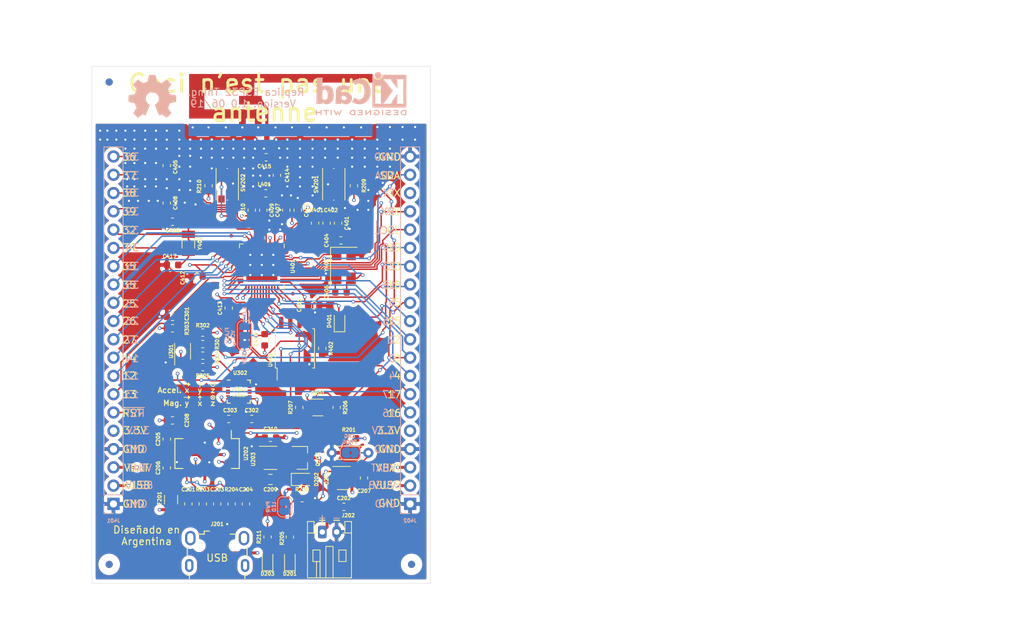
<source format=kicad_pcb>
(kicad_pcb (version 20171130) (host pcbnew 5.1.2)
  (title_block (title "Replica ESP32 Thing - PCB") (date 2019-06-17) (rev "Piza AG") (company "Facundo A Lucianna") (comment 1 https://creativecommons.org/licenses/by-sa/4.0/) (comment 2 "Modificación sin el respaldo del autor original") (comment 3 "Bajo Licencia Creative Commons Attributions Share-Alike 4.0") (comment 4 "Basado de SparkFun ESP32 Thing (https://www.sparkfun.com/products/13907) "))
  (layers (0 F.Cu signal) (1 In1.Cu power) (2 In2.Cu mixed) (31 B.Cu signal) (34 B.Paste user hide) (35 F.Paste user hide) (36 B.SilkS user) (37 F.SilkS user) (38 B.Mask user hide) (39 F.Mask user hide) (44 Edge.Cuts user))
  (net 0 "")
  (net 1 "Net-(A401-Pad1)")
  (net 2 GND)
  (net 3 /Microcontrolador/VUSB_RAW)
  (net 4 +BATT)
  (net 5 "Net-(C203-Pad1)")
  (net 6 VBUS)
  (net 7 +3V3)
  (net 8 "Net-(C209-Pad1)")
  (net 9 "Net-(C301-Pad1)")
  (net 10 /Microcontrolador/VDD1.8)
  (net 11 "Net-(C303-Pad1)")
  (net 12 "Net-(C401-Pad1)")
  (net 13 "Net-(C402-Pad1)")
  (net 14 "Net-(C404-Pad2)")
  (net 15 GPIO36)
  (net 16 GPIO37)
  (net 17 "Net-(C406-Pad1)")
  (net 18 GPIO39)
  (net 19 GPIO38)
  (net 20 "Net-(C414-Pad2)")
  (net 21 32K_XP)
  (net 22 32K_XIN)
  (net 23 "Net-(C418-Pad1)")
  (net 24 "Net-(D201-Pad2)")
  (net 25 "Net-(D201-Pad1)")
  (net 26 "Net-(D203-Pad2)")
  (net 27 "Net-(J201-Pad6)")
  (net 28 "Net-(J201-Pad4)")
  (net 29 VDET1)
  (net 30 VDET2)
  (net 31 GPIO25)
  (net 32 GPIO26)
  (net 33 GPIO27)
  (net 34 MTMS)
  (net 35 MTDI)
  (net 36 MTCK)
  (net 37 /Microcontrolador/CHIP_PU)
  (net 38 /Microcontrolador/GPIO21)
  (net 39 /Microcontrolador/ESP32_TXD)
  (net 40 /Microcontrolador/ESP32_RXD)
  (net 41 /Microcontrolador/GPIO22)
  (net 42 GPIO19)
  (net 43 GPIO23)
  (net 44 GPIO18)
  (net 45 GPIO5)
  (net 46 MTDO)
  (net 47 GPIO2)
  (net 48 /Microcontrolador/GPIO0)
  (net 49 GPIO4)
  (net 50 GPIO17)
  (net 51 GPIO16)
  (net 52 "Net-(JP201-Pad1)")
  (net 53 "Net-(JP201-Pad2)")
  (net 54 "Net-(JP202-Pad2)")
  (net 55 "Net-(Q201-Pad4)")
  (net 56 "Net-(Q201-Pad2)")
  (net 57 "Net-(Q201-Pad5)")
  (net 58 "Net-(Q201-Pad1)")
  (net 59 "Net-(R203-Pad1)")
  (net 60 "Net-(R204-Pad1)")
  (net 61 "Net-(R304-Pad2)")
  (net 62 "Net-(R305-Pad2)")
  (net 63 "Net-(U202-Pad19)")
  (net 64 "Net-(U202-Pad18)")
  (net 65 "Net-(U202-Pad17)")
  (net 66 "Net-(U202-Pad10)")
  (net 67 "Net-(U202-Pad9)")
  (net 68 "Net-(U202-Pad8)")
  (net 69 "Net-(U202-Pad7)")
  (net 70 "Net-(U202-Pad5)")
  (net 71 "Net-(U203-Pad4)")
  (net 72 "Net-(U302-Pad22)")
  (net 73 "Net-(U302-Pad21)")
  (net 74 "Net-(U302-Pad19)")
  (net 75 "Net-(U302-Pad17)")
  (net 76 "Net-(U302-Pad16)")
  (net 77 "Net-(U302-Pad15)")
  (net 78 "Net-(U302-Pad14)")
  (net 79 "Net-(U302-Pad12)")
  (net 80 "Net-(U302-Pad9)")
  (net 81 "Net-(U302-Pad7)")
  (net 82 "Net-(U302-Pad6)")
  (net 83 "Net-(U302-Pad5)")
  (net 84 "Net-(U302-Pad4)")
  (net 85 "Net-(U302-Pad3)")
  (net 86 "Net-(U302-Pad2)")
  (net 87 "Net-(U302-Pad1)")
  (net 88 FLASH_SDI)
  (net 89 FLASH_SD0)
  (net 90 FLASH_SCK)
  (net 91 FLASH_SCS)
  (net 92 FLASH_SWP)
  (net 93 FLASH_SHD)
  (net 94 "Net-(D401-Pad1)")
  (net 95 "Net-(C204-Pad1)")
  (module Fiducial:Fiducial_0.5mm_Mask1mm (layer F.Cu) (at 115.2 109.2)
    (fp_text reference REF** hide)
    (fp_text value Fiducial_0.5mm_Mask1mm)
    (pad "" smd circle (at 0 0) (size 0.5 0.5) (layers F.Cu F.Mask) (clearance 0.25))
  )
  (module Fiducial:Fiducial_0.5mm_Mask1mm (layer F.Cu) (at 120.7 104.45)
    (fp_text reference REF** hide)
    (fp_text value Fiducial_0.5mm_Mask1mm)
    (pad "" smd circle (at 0 0) (size 0.5 0.5) (layers F.Cu F.Mask) (clearance 0.25))
  )
  (module Fiducial:Fiducial_0.5mm_Mask1mm (layer F.Cu) (at 116.95 85.35)
    (fp_text reference REF** hide)
    (fp_text value Fiducial_0.5mm_Mask1mm)
    (pad "" smd circle (at 0 0) (size 0.5 0.5) (layers F.Cu F.Mask) (clearance 0.25))
  )
  (module Fiducial:Fiducial_0.5mm_Mask1mm (layer F.Cu) (at 125.5 93.4)
    (fp_text reference REF** hide)
    (fp_text value Fiducial_0.5mm_Mask1mm)
    (pad "" smd circle (at 0 0) (size 0.5 0.5) (layers F.Cu F.Mask) (clearance 0.25))
  )
  (module Fiducial:Fiducial_1mm_Mask3mm (layer B.Cu) (at 100 64)
    (fp_text reference REF05 hide)
    (fp_text value Fiducial_1mm_Mask3mm)
    (pad "" smd circle (at 0 0) (size 1 1) (layers B.Cu B.Mask) (clearance 1))
  )
  (module Fiducial:Fiducial_1mm_Mask3mm (layer B.Cu) (at 100 131)
    (fp_text reference REF06 hide)
    (fp_text value Fiducial_1mm_Mask3mm)
    (pad "" smd circle (at 0 0) (size 1 1) (layers B.Cu B.Mask) (clearance 1))
  )
  (module Fiducial:Fiducial_1mm_Mask3mm (layer B.Cu) (at 142 131)
    (fp_text reference REF04 hide)
    (fp_text value Fiducial_1mm_Mask3mm)
    (pad "" smd circle (at 0 0) (size 1 1) (layers B.Cu B.Mask) (clearance 1))
  )
  (module Fiducial:Fiducial_1mm_Mask3mm (layer F.Cu) (at 100 64)
    (fp_text reference REF01 hide)
    (fp_text value Fiducial_1mm_Mask3m)
    (pad "" smd circle (at 0 0) (size 1 1) (layers F.Cu F.Mask) (clearance 1))
  )
  (module Fiducial:Fiducial_1mm_Mask3mm (layer F.Cu) (at 142 131)
    (fp_text reference REF03 hide)
    (fp_text value Fiducial_1mm_Mask3mm)
    (pad "" smd circle (at 0 0) (size 1 1) (layers F.Cu F.Mask) (clearance 1))
  )
  (module Fiducial:Fiducial_1mm_Mask3mm (layer F.Cu) (at 100 131)
    (fp_text reference REF02 hide)
    (fp_text value Fiducial_1mm_Mask3mm)
    (pad "" smd circle (at 0 0) (size 1 1) (layers F.Cu F.Mask) (clearance 1))
  )
  (module Symbol:OSHW-Symbol_6.7x6mm_SilkScreen (layer B.Cu) (at 106 66 180)
    (fp_text reference REF** hide)
    (fp_text value OSHW-Symbol_6.7x6mm_SilkScreen hide)
  )
  (module Symbol:KiCad-Logo2_5mm_SilkScreen (layer B.Cu) (at 135 65.6 180)
    (fp_text reference REF** hide)
    (fp_text value KiCad-Logo2_5mm_SilkScreen hide)
  )
  (module Connector_USB:USB_Micro-B_Wuerth_629105150521 (layer F.Cu) (at 115 129.2)
    (fp_text reference J201 (at 0 -3.8) (layer F.SilkS) (effects (font (size 0.5 0.5) (thickness 0.125))))
    (fp_text value USB_B_Micro)
    (pad "" np_thru_hole oval (at 2.5 -0.8) (size 0.8 0.8) (drill 0.8) (layers *.Cu *.Mask))
    (pad "" np_thru_hole oval (at -2.5 -0.8) (size 0.8 0.8) (drill 0.8) (layers *.Cu *.Mask))
    (pad 6 thru_hole oval (at 3.875 1.95) (size 1.15 1.8) (drill oval 0.55 1.2) (layers *.Cu *.Mask) (net 27 "Net-(J201-Pad6)"))
    (pad 6 thru_hole oval (at -3.875 1.95) (size 1.15 1.8) (drill oval 0.55 1.2) (layers *.Cu *.Mask) (net 27 "Net-(J201-Pad6)"))
    (pad 6 thru_hole oval (at 3.725 -1.85) (size 1.45 2) (drill oval 0.85 1.4) (layers *.Cu *.Mask) (net 27 "Net-(J201-Pad6)"))
    (pad 6 thru_hole oval (at -3.725 -1.85) (size 1.45 2) (drill oval 0.85 1.4) (layers *.Cu *.Mask) (net 27 "Net-(J201-Pad6)"))
    (pad 5 smd rect (at 1.3 -1.9) (size 0.45 1.3) (layers F.Cu F.Paste F.Mask) (net 2 GND))
    (pad 4 smd rect (at 0.65 -1.9) (size 0.45 1.3) (layers F.Cu F.Paste F.Mask) (net 28 "Net-(J201-Pad4)"))
    (pad 3 smd rect (at 0 -1.9) (size 0.45 1.3) (layers F.Cu F.Paste F.Mask) (net 95 "Net-(C204-Pad1)"))
    (pad 2 smd rect (at -0.65 -1.9) (size 0.45 1.3) (layers F.Cu F.Paste F.Mask) (net 5 "Net-(C203-Pad1)"))
    (pad 1 smd rect (at -1.3 -1.9) (size 0.45 1.3) (layers F.Cu F.Paste F.Mask) (net 3 /Microcontrolador/VUSB_RAW))
  )
  (module Package_DFN_QFN:QFN-48-1EP_6x6mm_P0.4mm_EP4.3x4.3mm (layer F.Cu) (at 121.2 89.6 270)
    (fp_text reference U401 (at 0 -4.3 90) (layer F.SilkS) (effects (font (size 0.5 0.5) (thickness 0.125))))
    (fp_text value ESP32)
    (pad 48 smd roundrect (at -2.2 -2.95 270) (size 0.2 0.8) (layers F.Cu F.Paste F.Mask) (net 12 "Net-(C401-Pad1)"))
    (pad 47 smd roundrect (at -1.8 -2.95 270) (size 0.2 0.8) (layers F.Cu F.Paste F.Mask) (net 13 "Net-(C402-Pad1)"))
    (pad 46 smd roundrect (at -1.4 -2.95 270) (size 0.2 0.8) (layers F.Cu F.Paste F.Mask) (net 7 +3V3))
    (pad 45 smd roundrect (at -1 -2.95 270) (size 0.2 0.8) (layers F.Cu F.Paste F.Mask) (net 17 "Net-(C406-Pad1)"))
    (pad 44 smd roundrect (at -0.6 -2.95 270) (size 0.2 0.8) (layers F.Cu F.Paste F.Mask) (net 14 "Net-(C404-Pad2)"))
    (pad 43 smd roundrect (at -0.2 -2.95 270) (size 0.2 0.8) (layers F.Cu F.Paste F.Mask) (net 7 +3V3))
    (pad 42 smd roundrect (at 0.2 -2.95 270) (size 0.2 0.8) (layers F.Cu F.Paste F.Mask) (net 38 /Microcontrolador/GPIO21))
    (pad 41 smd roundrect (at 0.6 -2.95 270) (size 0.2 0.8) (layers F.Cu F.Paste F.Mask) (net 39 /Microcontrolador/ESP32_TXD))
    (pad 40 smd roundrect (at 1 -2.95 270) (size 0.2 0.8) (layers F.Cu F.Paste F.Mask) (net 40 /Microcontrolador/ESP32_RXD))
    (pad 39 smd roundrect (at 1.4 -2.95 270) (size 0.2 0.8) (layers F.Cu F.Paste F.Mask) (net 41 /Microcontrolador/GPIO22))
    (pad 38 smd roundrect (at 1.8 -2.95 270) (size 0.2 0.8) (layers F.Cu F.Paste F.Mask) (net 42 GPIO19))
    (pad 37 smd roundrect (at 2.2 -2.95 270) (size 0.2 0.8) (layers F.Cu F.Paste F.Mask) (net 7 +3V3))
    (pad 36 smd roundrect (at 2.95 -2.2 270) (size 0.8 0.2) (layers F.Cu F.Paste F.Mask) (net 43 GPIO23))
    (pad 35 smd roundrect (at 2.95 -1.8 270) (size 0.8 0.2) (layers F.Cu F.Paste F.Mask) (net 44 GPIO18))
    (pad 34 smd roundrect (at 2.95 -1.4 270) (size 0.8 0.2) (layers F.Cu F.Paste F.Mask) (net 45 GPIO5))
    (pad 33 smd roundrect (at 2.95 -1 270) (size 0.8 0.2) (layers F.Cu F.Paste F.Mask) (net 88 FLASH_SDI))
    (pad 32 smd roundrect (at 2.95 -0.6 270) (size 0.8 0.2) (layers F.Cu F.Paste F.Mask) (net 89 FLASH_SD0))
    (pad 31 smd roundrect (at 2.95 -0.2 270) (size 0.8 0.2) (layers F.Cu F.Paste F.Mask) (net 90 FLASH_SCK))
    (pad 30 smd roundrect (at 2.95 0.2 270) (size 0.8 0.2) (layers F.Cu F.Paste F.Mask) (net 91 FLASH_SCS))
    (pad 29 smd roundrect (at 2.95 0.6 270) (size 0.8 0.2) (layers F.Cu F.Paste F.Mask) (net 92 FLASH_SWP))
    (pad 28 smd roundrect (at 2.95 1 270) (size 0.8 0.2) (layers F.Cu F.Paste F.Mask) (net 93 FLASH_SHD))
    (pad 27 smd roundrect (at 2.95 1.4 270) (size 0.8 0.2) (layers F.Cu F.Paste F.Mask) (net 50 GPIO17))
    (pad 26 smd roundrect (at 2.95 1.8 270) (size 0.8 0.2) (layers F.Cu F.Paste F.Mask) (net 10 /Microcontrolador/VDD1.8))
    (pad 25 smd roundrect (at 2.95 2.2 270) (size 0.8 0.2) (layers F.Cu F.Paste F.Mask) (net 51 GPIO16))
    (pad 24 smd roundrect (at 2.2 2.95 270) (size 0.2 0.8) (layers F.Cu F.Paste F.Mask) (net 49 GPIO4))
    (pad 23 smd roundrect (at 1.8 2.95 270) (size 0.2 0.8) (layers F.Cu F.Paste F.Mask) (net 48 /Microcontrolador/GPIO0))
    (pad 22 smd roundrect (at 1.4 2.95 270) (size 0.2 0.8) (layers F.Cu F.Paste F.Mask) (net 47 GPIO2))
    (pad 21 smd roundrect (at 1 2.95 270) (size 0.2 0.8) (layers F.Cu F.Paste F.Mask) (net 46 MTDO))
    (pad 20 smd roundrect (at 0.6 2.95 270) (size 0.2 0.8) (layers F.Cu F.Paste F.Mask) (net 36 MTCK))
    (pad 19 smd roundrect (at 0.2 2.95 270) (size 0.2 0.8) (layers F.Cu F.Paste F.Mask) (net 7 +3V3))
    (pad 18 smd roundrect (at -0.2 2.95 270) (size 0.2 0.8) (layers F.Cu F.Paste F.Mask) (net 35 MTDI))
    (pad 17 smd roundrect (at -0.6 2.95 270) (size 0.2 0.8) (layers F.Cu F.Paste F.Mask) (net 34 MTMS))
    (pad 16 smd roundrect (at -1 2.95 270) (size 0.2 0.8) (layers F.Cu F.Paste F.Mask) (net 33 GPIO27))
    (pad 15 smd roundrect (at -1.4 2.95 270) (size 0.2 0.8) (layers F.Cu F.Paste F.Mask) (net 32 GPIO26))
    (pad 14 smd roundrect (at -1.8 2.95 270) (size 0.2 0.8) (layers F.Cu F.Paste F.Mask) (net 31 GPIO25))
    (pad 13 smd roundrect (at -2.2 2.95 270) (size 0.2 0.8) (layers F.Cu F.Paste F.Mask) (net 22 32K_XIN))
    (pad 12 smd roundrect (at -2.95 2.2 270) (size 0.8 0.2) (layers F.Cu F.Paste F.Mask) (net 21 32K_XP))
    (pad 11 smd roundrect (at -2.95 1.8 270) (size 0.8 0.2) (layers F.Cu F.Paste F.Mask) (net 30 VDET2))
    (pad 10 smd roundrect (at -2.95 1.4 270) (size 0.8 0.2) (layers F.Cu F.Paste F.Mask) (net 29 VDET1))
    (pad 9 smd roundrect (at -2.95 1 270) (size 0.8 0.2) (layers F.Cu F.Paste F.Mask) (net 37 /Microcontrolador/CHIP_PU))
    (pad 8 smd roundrect (at -2.95 0.6 270) (size 0.8 0.2) (layers F.Cu F.Paste F.Mask) (net 18 GPIO39))
    (pad 7 smd roundrect (at -2.95 0.2 270) (size 0.8 0.2) (layers F.Cu F.Paste F.Mask) (net 19 GPIO38))
    (pad 6 smd roundrect (at -2.95 -0.2 270) (size 0.8 0.2) (layers F.Cu F.Paste F.Mask) (net 16 GPIO37))
    (pad 5 smd roundrect (at -2.95 -0.6 270) (size 0.8 0.2) (layers F.Cu F.Paste F.Mask) (net 15 GPIO36))
    (pad 4 smd roundrect (at -2.95 -1 270) (size 0.8 0.2) (layers F.Cu F.Paste F.Mask) (net 7 +3V3))
    (pad 3 smd roundrect (at -2.95 -1.4 270) (size 0.8 0.2) (layers F.Cu F.Paste F.Mask) (net 7 +3V3))
    (pad 2 smd roundrect (at -2.95 -1.8 270) (size 0.8 0.2) (layers F.Cu F.Paste F.Mask) (net 20 "Net-(C414-Pad2)"))
    (pad 1 smd roundrect (at -2.95 -2.2 270) (size 0.8 0.2) (layers F.Cu F.Paste F.Mask) (net 7 +3V3))
    (pad 49 smd roundrect (at 0 0 270) (size 4.3 4.3) (layers F.Cu F.Mask) (roundrect_rratio 0.05814) (net 2 GND))
  )
  (module Capacitor_SMD:C_0603_1608Metric (layer F.Cu) (at 122.4 113.4 180)
    (fp_text reference C210 (at 0 1.2) (layer F.SilkS) (effects (font (size 0.5 0.5) (thickness 0.125))))
    (fp_text value 2.2uF)
    (pad 2 smd roundrect (at 0.7875 0 180) (size 0.875 0.95) (layers F.Cu F.Paste F.Mask) (net 2 GND))
    (pad 1 smd roundrect (at -0.7875 0 180) (size 0.875 0.95) (layers F.Cu F.Paste F.Mask) (net 6 VBUS))
  )
  (module Package_TO_SOT_SMD:SOT-23 (layer F.Cu) (at 126.8 116.2)
    (fp_text reference Q203 (at 2.2 0.2 90) (layer F.SilkS) (effects (font (size 0.5 0.5) (thickness 0.125))))
    (fp_text value 2.5A/30V)
    (pad 3 smd rect (at 1 0) (size 0.9 0.8) (layers F.Cu F.Paste F.Mask) (net 4 +BATT))
    (pad 2 smd rect (at -1 0.95) (size 0.9 0.8) (layers F.Cu F.Paste F.Mask) (net 8 "Net-(C209-Pad1)"))
    (pad 1 smd rect (at -1 -0.95) (size 0.9 0.8) (layers F.Cu F.Paste F.Mask) (net 6 VBUS))
  )
  (module Crystal:Crystal_SMD_3215-2Pin_3.2x1.5mm (layer F.Cu) (at 111 86.4 90)
    (fp_text reference Y402 (at 0 1.6 90) (layer F.SilkS) (effects (font (size 0.5 0.5) (thickness 0.125))))
    (fp_text value 32.768kHz)
    (pad 2 smd rect (at -1.25 0 90) (size 1 1.8) (layers F.Cu F.Paste F.Mask) (net 22 32K_XIN))
    (pad 1 smd rect (at 1.25 0 90) (size 1 1.8) (layers F.Cu F.Paste F.Mask) (net 21 32K_XP))
  )
  (module Crystal:Crystal_SMD_5032-4Pin_5.0x3.2mm (layer F.Cu) (at 132.6 89.6 270)
    (fp_text reference Y401 (at -0.2 2.4 90) (layer F.SilkS) (effects (font (size 0.5 0.5) (thickness 0.125))))
    (fp_text value 26MHz)
    (pad 4 smd rect (at -1.65 -1 270) (size 1.6 1.3) (layers F.Cu F.Paste F.Mask) (net 2 GND))
    (pad 3 smd rect (at 1.65 -1 270) (size 1.6 1.3) (layers F.Cu F.Paste F.Mask) (net 17 "Net-(C406-Pad1)"))
    (pad 2 smd rect (at 1.65 1 270) (size 1.6 1.3) (layers F.Cu F.Paste F.Mask) (net 2 GND))
    (pad 1 smd rect (at -1.65 1 270) (size 1.6 1.3) (layers F.Cu F.Paste F.Mask) (net 14 "Net-(C404-Pad2)"))
  )
  (module Package_SO:VSSOP-8_2.3x2mm_P0.5mm (layer F.Cu) (at 110.2 101.4 90)
    (fp_text reference U301 (at 0 -1.6 90) (layer F.SilkS) (effects (font (size 0.5 0.5) (thickness 0.125))))
    (fp_text value PCA9306)
    (pad 8 smd rect (at 1.55 -0.75) (size 0.3 0.8) (layers F.Cu F.Paste F.Mask) (net 9 "Net-(C301-Pad1)"))
    (pad 7 smd rect (at 1.55 -0.25) (size 0.3 0.8) (layers F.Cu F.Paste F.Mask) (net 9 "Net-(C301-Pad1)"))
    (pad 6 smd rect (at 1.55 0.25) (size 0.3 0.8) (layers F.Cu F.Paste F.Mask) (net 41 /Microcontrolador/GPIO22))
    (pad 5 smd rect (at 1.55 0.75) (size 0.3 0.8) (layers F.Cu F.Paste F.Mask) (net 38 /Microcontrolador/GPIO21))
    (pad 4 smd rect (at -1.55 0.75) (size 0.3 0.8) (layers F.Cu F.Paste F.Mask) (net 62 "Net-(R305-Pad2)"))
    (pad 3 smd rect (at -1.55 0.25) (size 0.3 0.8) (layers F.Cu F.Paste F.Mask) (net 61 "Net-(R304-Pad2)"))
    (pad 2 smd rect (at -1.55 -0.25) (size 0.3 0.8) (layers F.Cu F.Paste F.Mask) (net 10 /Microcontrolador/VDD1.8))
    (pad 1 smd rect (at -1.55 -0.75) (size 0.3 0.8) (layers F.Cu F.Paste F.Mask) (net 2 GND))
  )
  (module Package_TO_SOT_SMD:SOT-23-5 (layer F.Cu) (at 122.4 116.2)
    (fp_text reference U203 (at -2.4 0.2 90) (layer F.SilkS) (effects (font (size 0.5 0.5) (thickness 0.125))))
    (fp_text value AP2112K-3.3)
    (pad 5 smd rect (at 1.1 -0.95) (size 1.06 0.65) (layers F.Cu F.Paste F.Mask) (net 6 VBUS))
    (pad 4 smd rect (at 1.1 0.95) (size 1.06 0.65) (layers F.Cu F.Paste F.Mask) (net 71 "Net-(U203-Pad4)"))
    (pad 3 smd rect (at -1.1 0.95) (size 1.06 0.65) (layers F.Cu F.Paste F.Mask) (net 8 "Net-(C209-Pad1)"))
    (pad 2 smd rect (at -1.1 0) (size 1.06 0.65) (layers F.Cu F.Paste F.Mask) (net 2 GND))
    (pad 1 smd rect (at -1.1 -0.95) (size 1.06 0.65) (layers F.Cu F.Paste F.Mask) (net 8 "Net-(C209-Pad1)"))
  )
  (module Package_SO:SSOP-20_3.9x8.7mm_P0.635mm (layer F.Cu) (at 113.6 115.6 270)
    (fp_text reference U202 (at 0 -5.4 90) (layer F.SilkS) (effects (font (size 0.5 0.5) (thickness 0.125))))
    (fp_text value FT231XS)
    (pad 20 smd rect (at 2.6 -2.8575 270) (size 1.2 0.4) (layers F.Cu F.Paste F.Mask) (net 40 /Microcontrolador/ESP32_RXD))
    (pad 19 smd rect (at 2.6 -2.2225 270) (size 1.2 0.4) (layers F.Cu F.Paste F.Mask) (net 63 "Net-(U202-Pad19)"))
    (pad 18 smd rect (at 2.6 -1.5875 270) (size 1.2 0.4) (layers F.Cu F.Paste F.Mask) (net 64 "Net-(U202-Pad18)"))
    (pad 17 smd rect (at 2.6 -0.9525 270) (size 1.2 0.4) (layers F.Cu F.Paste F.Mask) (net 65 "Net-(U202-Pad17)"))
    (pad 16 smd rect (at 2.6 -0.3175 270) (size 1.2 0.4) (layers F.Cu F.Paste F.Mask) (net 2 GND))
    (pad 15 smd rect (at 2.6 0.3175 270) (size 1.2 0.4) (layers F.Cu F.Paste F.Mask) (net 6 VBUS))
    (pad 14 smd rect (at 2.6 0.9525 270) (size 1.2 0.4) (layers F.Cu F.Paste F.Mask) (net 7 +3V3))
    (pad 13 smd rect (at 2.6 1.5875 270) (size 1.2 0.4) (layers F.Cu F.Paste F.Mask) (net 7 +3V3))
    (pad 12 smd rect (at 2.6 2.2225 270) (size 1.2 0.4) (layers F.Cu F.Paste F.Mask) (net 59 "Net-(R203-Pad1)"))
    (pad 11 smd rect (at 2.6 2.8575 270) (size 1.2 0.4) (layers F.Cu F.Paste F.Mask) (net 60 "Net-(R204-Pad1)"))
    (pad 10 smd rect (at -2.6 2.8575 270) (size 1.2 0.4) (layers F.Cu F.Paste F.Mask) (net 66 "Net-(U202-Pad10)"))
    (pad 9 smd rect (at -2.6 2.2225 270) (size 1.2 0.4) (layers F.Cu F.Paste F.Mask) (net 67 "Net-(U202-Pad9)"))
    (pad 8 smd rect (at -2.6 1.5875 270) (size 1.2 0.4) (layers F.Cu F.Paste F.Mask) (net 68 "Net-(U202-Pad8)"))
    (pad 7 smd rect (at -2.6 0.9525 270) (size 1.2 0.4) (layers F.Cu F.Paste F.Mask) (net 69 "Net-(U202-Pad7)"))
    (pad 6 smd rect (at -2.6 0.3175 270) (size 1.2 0.4) (layers F.Cu F.Paste F.Mask) (net 2 GND))
    (pad 5 smd rect (at -2.6 -0.3175 270) (size 1.2 0.4) (layers F.Cu F.Paste F.Mask) (net 70 "Net-(U202-Pad5)"))
    (pad 4 smd rect (at -2.6 -0.9525 270) (size 1.2 0.4) (layers F.Cu F.Paste F.Mask) (net 39 /Microcontrolador/ESP32_TXD))
    (pad 3 smd rect (at -2.6 -1.5875 270) (size 1.2 0.4) (layers F.Cu F.Paste F.Mask) (net 7 +3V3))
    (pad 2 smd rect (at -2.6 -2.2225 270) (size 1.2 0.4) (layers F.Cu F.Paste F.Mask) (net 55 "Net-(Q201-Pad4)"))
    (pad 1 smd rect (at -2.6 -2.8575 270) (size 1.2 0.4) (layers F.Cu F.Paste F.Mask) (net 58 "Net-(Q201-Pad1)"))
  )
  (module Package_TO_SOT_SMD:SOT-23-5 (layer F.Cu) (at 132.6 119)
    (fp_text reference U201 (at -2.4 0 90) (layer F.SilkS) (effects (font (size 0.5 0.5) (thickness 0.125))))
    (fp_text value MCP73831)
    (pad 5 smd rect (at 1.1 -0.95) (size 1.06 0.65) (layers F.Cu F.Paste F.Mask) (net 53 "Net-(JP201-Pad2)"))
    (pad 4 smd rect (at 1.1 0.95) (size 1.06 0.65) (layers F.Cu F.Paste F.Mask) (net 6 VBUS))
    (pad 3 smd rect (at -1.1 0.95) (size 1.06 0.65) (layers F.Cu F.Paste F.Mask) (net 4 +BATT))
    (pad 2 smd rect (at -1.1 0) (size 1.06 0.65) (layers F.Cu F.Paste F.Mask) (net 2 GND))
    (pad 1 smd rect (at -1.1 -0.95) (size 1.06 0.65) (layers F.Cu F.Paste F.Mask) (net 25 "Net-(D201-Pad1)"))
  )
  (module Button_Switch_SMD:SW_Push_1P1T_NO_CK_KMR2 (layer F.Cu) (at 116.4 78.2 270)
    (fp_text reference SW202 (at -0.2 -2.2 90) (layer F.SilkS) (effects (font (size 0.5 0.5) (thickness 0.125))))
    (fp_text value SW_DIP_x01)
    (pad 2 smd rect (at 2.05 0.8) (size 0.9 1) (layers F.Cu F.Paste F.Mask) (net 37 /Microcontrolador/CHIP_PU))
    (pad 1 smd rect (at 2.05 -0.8) (size 0.9 1) (layers F.Cu F.Paste F.Mask) (net 2 GND))
    (pad 2 smd rect (at -2.05 0.8) (size 0.9 1) (layers F.Cu F.Paste F.Mask) (net 37 /Microcontrolador/CHIP_PU))
    (pad 1 smd rect (at -2.05 -0.8) (size 0.9 1) (layers F.Cu F.Paste F.Mask) (net 2 GND))
  )
  (module Button_Switch_SMD:SW_Push_1P1T_NO_CK_KMR2 (layer F.Cu) (at 131.2 78.2 90)
    (fp_text reference SW201 (at 0 -2.45 90) (layer F.SilkS) (effects (font (size 0.5 0.5) (thickness 0.125))))
    (fp_text value SW_DIP_x01)
    (pad 2 smd rect (at 2.05 0.8 180) (size 0.9 1) (layers F.Cu F.Paste F.Mask) (net 48 /Microcontrolador/GPIO0))
    (pad 1 smd rect (at 2.05 -0.8 180) (size 0.9 1) (layers F.Cu F.Paste F.Mask) (net 2 GND))
    (pad 2 smd rect (at -2.05 0.8 180) (size 0.9 1) (layers F.Cu F.Paste F.Mask) (net 48 /Microcontrolador/GPIO0))
    (pad 1 smd rect (at -2.05 -0.8 180) (size 0.9 1) (layers F.Cu F.Paste F.Mask) (net 2 GND))
  )
  (module Resistor_SMD:R_0603_1608Metric (layer F.Cu) (at 129.6 101 270)
    (fp_text reference R402 (at 0 -1.2 90) (layer F.SilkS) (effects (font (size 0.5 0.5) (thickness 0.125))))
    (fp_text value 330)
    (pad 2 smd roundrect (at 0.7875 0 270) (size 0.875 0.95) (layers F.Cu F.Paste F.Mask) (net 2 GND))
    (pad 1 smd roundrect (at -0.7875 0 270) (size 0.875 0.95) (layers F.Cu F.Paste F.Mask) (net 94 "Net-(D401-Pad1)"))
  )
  (module Resistor_SMD:R_0603_1608Metric (layer F.Cu) (at 128.6 83.6 90)
    (fp_text reference R401 (at 1.8 0.2) (layer F.SilkS) (effects (font (size 0.5 0.5) (thickness 0.125))))
    (fp_text value 20K)
    (pad 2 smd roundrect (at 0.7875 0 90) (size 0.875 0.95) (layers F.Cu F.Paste F.Mask) (net 12 "Net-(C401-Pad1)"))
    (pad 1 smd roundrect (at -0.7875 0 90) (size 0.875 0.95) (layers F.Cu F.Paste F.Mask) (net 13 "Net-(C402-Pad1)"))
  )
  (module Resistor_SMD:R_0603_1608Metric (layer F.Cu) (at 113 103.6 180)
    (fp_text reference R305 (at 0 -1.2 180) (layer F.SilkS) (effects (font (size 0.5 0.5) (thickness 0.125))))
    (fp_text value 1k)
    (pad 2 smd roundrect (at 0.7875 0 180) (size 0.875 0.95) (layers F.Cu F.Paste F.Mask) (net 62 "Net-(R305-Pad2)"))
    (pad 1 smd roundrect (at -0.7875 0 180) (size 0.875 0.95) (layers F.Cu F.Paste F.Mask) (net 10 /Microcontrolador/VDD1.8))
  )
  (module Resistor_SMD:R_0603_1608Metric (layer F.Cu) (at 113 102 180)
    (fp_text reference R304 (at -2 -0.2 90) (layer F.SilkS) (effects (font (size 0.5 0.5) (thickness 0.125))))
    (fp_text value 1k)
    (pad 2 smd roundrect (at 0.7875 0 180) (size 0.875 0.95) (layers F.Cu F.Paste F.Mask) (net 61 "Net-(R304-Pad2)"))
    (pad 1 smd roundrect (at -0.7875 0 180) (size 0.875 0.95) (layers F.Cu F.Paste F.Mask) (net 10 /Microcontrolador/VDD1.8))
  )
  (module Resistor_SMD:R_0603_1608Metric (layer F.Cu) (at 108.8 98.2 180)
    (fp_text reference R303 (at -2 0 90) (layer F.SilkS) (effects (font (size 0.5 0.5) (thickness 0.125))))
    (fp_text value 200k)
    (pad 2 smd roundrect (at 0.7875 0 180) (size 0.875 0.95) (layers F.Cu F.Paste F.Mask) (net 7 +3V3))
    (pad 1 smd roundrect (at -0.7875 0 180) (size 0.875 0.95) (layers F.Cu F.Paste F.Mask) (net 9 "Net-(C301-Pad1)"))
  )
  (module Resistor_SMD:R_0603_1608Metric (layer F.Cu) (at 113 98.8 180)
    (fp_text reference R302 (at 0 1 180) (layer F.SilkS) (effects (font (size 0.5 0.5) (thickness 0.125))))
    (fp_text value 1k)
    (pad 2 smd roundrect (at 0.7875 0 180) (size 0.875 0.95) (layers F.Cu F.Paste F.Mask) (net 38 /Microcontrolador/GPIO21))
    (pad 1 smd roundrect (at -0.7875 0 180) (size 0.875 0.95) (layers F.Cu F.Paste F.Mask) (net 7 +3V3))
  )
  (module Resistor_SMD:R_0603_1608Metric (layer F.Cu) (at 113 100.4 180)
    (fp_text reference R301 (at -2 0.2 90) (layer F.SilkS) (effects (font (size 0.5 0.5) (thickness 0.125))))
    (fp_text value 1k)
    (pad 2 smd roundrect (at 0.7875 0 180) (size 0.875 0.95) (layers F.Cu F.Paste F.Mask) (net 41 /Microcontrolador/GPIO22))
    (pad 1 smd roundrect (at -0.7875 0 180) (size 0.875 0.95) (layers F.Cu F.Paste F.Mask) (net 7 +3V3))
  )
  (module Resistor_SMD:R_0603_1608Metric (layer F.Cu) (at 122 127.1875 90)
    (fp_text reference R211 (at -0.0125 -1.2 90) (layer F.SilkS) (effects (font (size 0.5 0.5) (thickness 0.125))))
    (fp_text value 1K)
    (pad 2 smd roundrect (at 0.7875 0 90) (size 0.875 0.95) (layers F.Cu F.Paste F.Mask) (net 54 "Net-(JP202-Pad2)"))
    (pad 1 smd roundrect (at -0.7875 0 90) (size 0.875 0.95) (layers F.Cu F.Paste F.Mask) (net 26 "Net-(D203-Pad2)"))
  )
  (module Resistor_SMD:R_0603_1608Metric (layer F.Cu) (at 113.8 78.4 270)
    (fp_text reference R210 (at 0.1 1.3 90) (layer F.SilkS) (effects (font (size 0.5 0.5) (thickness 0.125))))
    (fp_text value 10k)
    (pad 2 smd roundrect (at 0.7875 0 270) (size 0.875 0.95) (layers F.Cu F.Paste F.Mask) (net 7 +3V3))
    (pad 1 smd roundrect (at -0.7875 0 270) (size 0.875 0.95) (layers F.Cu F.Paste F.Mask) (net 37 /Microcontrolador/CHIP_PU))
  )
  (module Resistor_SMD:R_0603_1608Metric (layer F.Cu) (at 134 78.4 270)
    (fp_text reference R209 (at 0 -1.4 90) (layer F.SilkS) (effects (font (size 0.5 0.5) (thickness 0.125))))
    (fp_text value 10k)
    (pad 2 smd roundrect (at 0.7875 0 270) (size 0.875 0.95) (layers F.Cu F.Paste F.Mask) (net 7 +3V3))
    (pad 1 smd roundrect (at -0.7875 0 270) (size 0.875 0.95) (layers F.Cu F.Paste F.Mask) (net 48 /Microcontrolador/GPIO0))
  )
  (module Resistor_SMD:R_0603_1608Metric (layer F.Cu) (at 126.8 121.8 180)
    (fp_text reference R208 (at 0 1.2) (layer F.SilkS) (effects (font (size 0.5 0.5) (thickness 0.125))))
    (fp_text value 10k)
    (pad 2 smd roundrect (at 0.7875 0 180) (size 0.875 0.95) (layers F.Cu F.Paste F.Mask) (net 6 VBUS))
    (pad 1 smd roundrect (at -0.7875 0 180) (size 0.875 0.95) (layers F.Cu F.Paste F.Mask) (net 2 GND))
  )
  (module Resistor_SMD:R_0603_1608Metric (layer F.Cu) (at 126.4 109.2 90)
    (fp_text reference R207 (at 0 -1.2 90) (layer F.SilkS) (effects (font (size 0.5 0.5) (thickness 0.125))))
    (fp_text value 10k)
    (pad 2 smd roundrect (at 0.7875 0 90) (size 0.875 0.95) (layers F.Cu F.Paste F.Mask) (net 58 "Net-(Q201-Pad1)"))
    (pad 1 smd roundrect (at -0.7875 0 90) (size 0.875 0.95) (layers F.Cu F.Paste F.Mask) (net 57 "Net-(Q201-Pad5)"))
  )
  (module Resistor_SMD:R_0603_1608Metric (layer F.Cu) (at 131.6 109.2 270)
    (fp_text reference R206 (at 0 -1.2 90) (layer F.SilkS) (effects (font (size 0.5 0.5) (thickness 0.125))))
    (fp_text value 10k)
    (pad 2 smd roundrect (at 0.7875 0 270) (size 0.875 0.95) (layers F.Cu F.Paste F.Mask) (net 55 "Net-(Q201-Pad4)"))
    (pad 1 smd roundrect (at -0.7875 0 270) (size 0.875 0.95) (layers F.Cu F.Paste F.Mask) (net 56 "Net-(Q201-Pad2)"))
  )
  (module Resistor_SMD:R_0603_1608Metric (layer F.Cu) (at 125.1 127.2 270)
    (fp_text reference R205 (at 0.2 1.1 90) (layer F.SilkS) (effects (font (size 0.5 0.5) (thickness 0.125))))
    (fp_text value 1k)
    (pad 2 smd roundrect (at 0.7875 0 270) (size 0.875 0.95) (layers F.Cu F.Paste F.Mask) (net 24 "Net-(D201-Pad2)"))
    (pad 1 smd roundrect (at -0.7875 0 270) (size 0.875 0.95) (layers F.Cu F.Paste F.Mask) (net 6 VBUS))
  )
  (module Resistor_SMD:R_0603_1608Metric (layer F.Cu) (at 117 122.6 270)
    (fp_text reference R204 (at -2 0 180) (layer F.SilkS) (effects (font (size 0.5 0.5) (thickness 0.125))))
    (fp_text value 27)
    (pad 2 smd roundrect (at 0.7875 0 270) (size 0.875 0.95) (layers F.Cu F.Paste F.Mask) (net 95 "Net-(C204-Pad1)"))
    (pad 1 smd roundrect (at -0.7875 0 270) (size 0.875 0.95) (layers F.Cu F.Paste F.Mask) (net 60 "Net-(R204-Pad1)"))
  )
  (module Resistor_SMD:R_0603_1608Metric (layer F.Cu) (at 113 122.6 270)
    (fp_text reference R203 (at -2 0 180) (layer F.SilkS) (effects (font (size 0.5 0.5) (thickness 0.125))))
    (fp_text value 27)
    (pad 2 smd roundrect (at 0.7875 0 270) (size 0.875 0.95) (layers F.Cu F.Paste F.Mask) (net 5 "Net-(C203-Pad1)"))
    (pad 1 smd roundrect (at -0.7875 0 270) (size 0.875 0.95) (layers F.Cu F.Paste F.Mask) (net 59 "Net-(R203-Pad1)"))
  )
  (module Resistor_SMD:R_0603_1608Metric (layer F.Cu) (at 133.5 113.5 180)
    (fp_text reference R201 (at 0.2 1.2) (layer F.SilkS) (effects (font (size 0.5 0.5) (thickness 0.125))))
    (fp_text value 2.0k)
    (pad 2 smd roundrect (at 0.7875 0 180) (size 0.875 0.95) (layers F.Cu F.Paste F.Mask) (net 2 GND))
    (pad 1 smd roundrect (at -0.7875 0 180) (size 0.875 0.95) (layers F.Cu F.Paste F.Mask) (net 52 "Net-(JP201-Pad1)"))
  )
  (module Package_TO_SOT_SMD:SOT-363_SC-70-6 (layer F.Cu) (at 129 109.2)
    (fp_text reference Q201 (at 0 -2) (layer F.SilkS) (effects (font (size 0.5 0.5) (thickness 0.125))))
    (fp_text value MBT3904DW1)
    (pad 6 smd rect (at 0.95 -0.65) (size 0.65 0.4) (layers F.Cu F.Paste F.Mask) (net 48 /Microcontrolador/GPIO0))
    (pad 4 smd rect (at 0.95 0.65) (size 0.65 0.4) (layers F.Cu F.Paste F.Mask) (net 55 "Net-(Q201-Pad4)"))
    (pad 2 smd rect (at -0.95 0) (size 0.65 0.4) (layers F.Cu F.Paste F.Mask) (net 56 "Net-(Q201-Pad2)"))
    (pad 5 smd rect (at 0.95 0) (size 0.65 0.4) (layers F.Cu F.Paste F.Mask) (net 57 "Net-(Q201-Pad5)"))
    (pad 3 smd rect (at -0.95 0.65) (size 0.65 0.4) (layers F.Cu F.Paste F.Mask) (net 37 /Microcontrolador/CHIP_PU))
    (pad 1 smd rect (at -0.95 -0.65) (size 0.65 0.4) (layers F.Cu F.Paste F.Mask) (net 58 "Net-(Q201-Pad1)"))
  )
  (module Inductor_SMD:L_0603_1608Metric (layer F.Cu) (at 121.7625 79.45 180)
    (fp_text reference L401 (at 0.2125 1.25) (layer F.SilkS) (effects (font (size 0.5 0.5) (thickness 0.125))))
    (fp_text value 2.7nH)
    (pad 2 smd roundrect (at 0.7875 0 180) (size 0.875 0.95) (layers F.Cu F.Paste F.Mask) (net 2 GND))
    (pad 1 smd roundrect (at -0.7875 0 180) (size 0.875 0.95) (layers F.Cu F.Paste F.Mask) (net 20 "Net-(C414-Pad2)"))
  )
  (module Jumper:SolderJumper-3_P1.3mm_Bridged2Bar12_RoundedPad1.0x1.5mm (layer B.Cu) (at 118.8 99.2 90)
    (fp_text reference JP401 hide)
    (fp_text value SolderJumper_3_Bridged12)
    (fp_poly (pts (xy -0.9 -0.2) (xy -0.4 -0.2) (xy -0.4 -0.6) (xy -0.9 -0.6)) (layer B.Cu) (width 0))
    (fp_poly (pts (xy -0.9 0.6) (xy -0.4 0.6) (xy -0.4 0.2) (xy -0.9 0.2)) (layer B.Cu) (width 0))
    (pad 1 smd custom (at -1.3 0 90) (size 1 0.5) (layers B.Cu B.Mask) (net 7 +3V3) (options (clearance outline) (anchor rect)) (primitives (gr_circle (center 0 -0.25) (end 0.5 -0.25) (width 0)) (gr_circle (center 0 0.25) (end 0.5 0.25) (width 0)) (gr_poly (pts (xy 0.55 0.75) (xy 0 0.75) (xy 0 -0.75) (xy 0.55 -0.75)) (width 0))))
    (pad 2 smd rect (at 0 0 90) (size 1 1.5) (layers B.Cu B.Mask) (net 23 "Net-(C418-Pad1)"))
    (pad 3 smd custom (at 1.3 0 90) (size 1 0.5) (layers B.Cu B.Mask) (net 10 /Microcontrolador/VDD1.8) (options (clearance outline) (anchor rect)) (primitives (gr_circle (center 0 -0.25) (end 0.5 -0.25) (width 0)) (gr_circle (center 0 0.25) (end 0.5 0.25) (width 0)) (gr_poly (pts (xy -0.55 0.75) (xy 0 0.75) (xy 0 -0.75) (xy -0.55 -0.75)) (width 0))))
  )
  (module Jumper:SolderJumper-2_P1.3mm_Bridged2Bar_RoundedPad1.0x1.5mm (layer B.Cu) (at 124.4 123 270)
    (fp_text reference JP202 hide)
    (fp_text value SolderJumper_2_Bridged)
    (fp_poly (pts (xy -0.25 0.6) (xy 0.25 0.6) (xy 0.25 0.2) (xy -0.25 0.2)) (layer B.Cu) (width 0))
    (fp_poly (pts (xy -0.25 -0.2) (xy 0.25 -0.2) (xy 0.25 -0.6) (xy -0.25 -0.6)) (layer B.Cu) (width 0))
    (pad 1 smd custom (at -0.65 0 270) (size 1 0.5) (layers B.Cu B.Mask) (net 6 VBUS) (options (clearance outline) (anchor rect)) (primitives (gr_circle (center 0 -0.25) (end 0.5 -0.25) (width 0)) (gr_circle (center 0 0.25) (end 0.5 0.25) (width 0)) (gr_poly (pts (xy 0.5 -0.75) (xy 0.5 0.75) (xy 0 0.75) (xy 0 -0.75)) (width 0))))
    (pad 2 smd custom (at 0.65 0 270) (size 1 0.5) (layers B.Cu B.Mask) (net 54 "Net-(JP202-Pad2)") (options (clearance outline) (anchor rect)) (primitives (gr_circle (center 0 -0.25) (end 0.5 -0.25) (width 0)) (gr_circle (center 0 0.25) (end 0.5 0.25) (width 0)) (gr_poly (pts (xy -0.5 -0.75) (xy -0.5 0.75) (xy 0 0.75) (xy 0 -0.75)) (width 0))))
  )
  (module Jumper:SolderJumper-2_P1.3mm_Bridged2Bar_RoundedPad1.0x1.5mm (layer B.Cu) (at 133.5 115.5)
    (fp_text reference JP201 hide)
    (fp_text value SolderJumper_2_Bridged)
    (fp_poly (pts (xy -0.25 0.6) (xy 0.25 0.6) (xy 0.25 0.2) (xy -0.25 0.2)) (layer B.Cu) (width 0))
    (fp_poly (pts (xy -0.25 -0.2) (xy 0.25 -0.2) (xy 0.25 -0.6) (xy -0.25 -0.6)) (layer B.Cu) (width 0))
    (pad 1 smd custom (at -0.65 0) (size 1 0.5) (layers B.Cu B.Mask) (net 52 "Net-(JP201-Pad1)") (options (clearance outline) (anchor rect)) (primitives (gr_circle (center 0 -0.25) (end 0.5 -0.25) (width 0)) (gr_circle (center 0 0.25) (end 0.5 0.25) (width 0)) (gr_poly (pts (xy 0.5 -0.75) (xy 0.5 0.75) (xy 0 0.75) (xy 0 -0.75)) (width 0))))
    (pad 2 smd custom (at 0.65 0) (size 1 0.5) (layers B.Cu B.Mask) (net 53 "Net-(JP201-Pad2)") (options (clearance outline) (anchor rect)) (primitives (gr_circle (center 0 -0.25) (end 0.5 -0.25) (width 0)) (gr_circle (center 0 0.25) (end 0.5 0.25) (width 0)) (gr_poly (pts (xy -0.5 -0.75) (xy -0.5 0.75) (xy 0 0.75) (xy 0 -0.75)) (width 0))))
  )
  (module Connector_JST:JST_PH_S2B-PH-K_1x02_P2.00mm_Horizontal (layer F.Cu) (at 129.6 126.5)
    (fp_text reference J202 (at 3.6 -2.3 180) (layer F.SilkS) (effects (font (size 0.5 0.5) (thickness 0.125))))
    (fp_text value LiPo)
    (pad 2 thru_hole oval (at 2 0) (size 1.2 1.75) (drill 0.75) (layers *.Cu *.Mask) (net 2 GND))
    (pad 1 thru_hole roundrect (at 0 0) (size 1.2 1.75) (drill 0.75) (layers *.Cu *.Mask) (roundrect_rratio 0.208333) (net 4 +BATT))
  )
  (module Fuse:Fuse_1206_3216Metric (layer F.Cu) (at 108.6 122 270)
    (fp_text reference F201 (at -0.2 1.6 90) (layer F.SilkS) (effects (font (size 0.5 0.5) (thickness 0.125))))
    (fp_text value 500mA)
    (pad 2 smd roundrect (at 1.4 0 270) (size 1.25 1.75) (layers F.Cu F.Paste F.Mask) (roundrect_rratio 0.2) (net 3 /Microcontrolador/VUSB_RAW))
    (pad 1 smd roundrect (at -1.4 0 270) (size 1.25 1.75) (layers F.Cu F.Paste F.Mask) (roundrect_rratio 0.2) (net 6 VBUS))
  )
  (module LED_SMD:LED_0603_1608Metric (layer F.Cu) (at 132 97.2 90)
    (fp_text reference D401 (at 0 -1.43 90) (layer F.SilkS) (effects (font (size 0.5 0.5) (thickness 0.125))))
    (fp_text value BLUE)
    (pad 1 smd roundrect (at -0.7875 0 90) (size 0.875 0.95) (layers F.Cu F.Paste F.Mask) (net 94 "Net-(D401-Pad1)"))
    (pad 2 smd roundrect (at 0.7875 0 90) (size 0.875 0.95) (layers F.Cu F.Paste F.Mask) (net 45 GPIO5))
  )
  (module LED_SMD:LED_0603_1608Metric (layer F.Cu) (at 122 130.4 90)
    (fp_text reference D203 (at -1.9 0 180) (layer F.SilkS) (effects (font (size 0.5 0.5) (thickness 0.125))))
    (fp_text value RED)
    (pad 2 smd roundrect (at 0.7875 0 90) (size 0.875 0.95) (layers F.Cu F.Paste F.Mask) (net 26 "Net-(D203-Pad2)"))
    (pad 1 smd roundrect (at -0.7875 0 90) (size 0.875 0.95) (layers F.Cu F.Paste F.Mask) (net 2 GND))
  )
  (module Diode_SMD:D_SOD-323 (layer F.Cu) (at 126.8 119.2)
    (fp_text reference D202 (at 2 0 90) (layer F.SilkS) (effects (font (size 0.5 0.5) (thickness 0.125))))
    (fp_text value BAT20J)
    (pad 2 smd rect (at 1.05 0) (size 0.6 0.45) (layers F.Cu F.Paste F.Mask) (net 6 VBUS))
    (pad 1 smd rect (at -1.05 0) (size 0.6 0.45) (layers F.Cu F.Paste F.Mask) (net 8 "Net-(C209-Pad1)"))
  )
  (module LED_SMD:LED_0603_1608Metric (layer F.Cu) (at 125.1 130.4 90)
    (fp_text reference D201 (at -1.9 0) (layer F.SilkS) (effects (font (size 0.5 0.5) (thickness 0.125))))
    (fp_text value YELLOW)
    (pad 2 smd roundrect (at 0.7875 0 90) (size 0.875 0.95) (layers F.Cu F.Paste F.Mask) (net 24 "Net-(D201-Pad2)"))
    (pad 1 smd roundrect (at -0.7875 0 90) (size 0.875 0.95) (layers F.Cu F.Paste F.Mask) (net 25 "Net-(D201-Pad1)"))
  )
  (module Capacitor_SMD:C_0603_1608Metric (layer F.Cu) (at 121.6 99.8 270)
    (fp_text reference C418 (at 0 1.2 90) (layer F.SilkS) (effects (font (size 0.5 0.5) (thickness 0.125))))
    (fp_text value 100nF)
    (pad 2 smd roundrect (at 0.7875 0 270) (size 0.875 0.95) (layers F.Cu F.Paste F.Mask) (net 2 GND))
    (pad 1 smd roundrect (at -0.7875 0 270) (size 0.875 0.95) (layers F.Cu F.Paste F.Mask) (net 23 "Net-(C418-Pad1)"))
  )
  (module Capacitor_SMD:C_0603_1608Metric (layer F.Cu) (at 108.8 89.4 180)
    (fp_text reference C417 (at 0.4 1.2) (layer F.SilkS) (effects (font (size 0.5 0.5) (thickness 0.125))))
    (fp_text value 15pF)
    (pad 2 smd roundrect (at 0.7875 0 180) (size 0.875 0.95) (layers F.Cu F.Paste F.Mask) (net 2 GND))
    (pad 1 smd roundrect (at -0.7875 0 180) (size 0.875 0.95) (layers F.Cu F.Paste F.Mask) (net 22 32K_XIN))
  )
  (module Capacitor_SMD:C_0603_1608Metric (layer F.Cu) (at 108.8 83.4 180)
    (fp_text reference C416 (at 0 -1.2) (layer F.SilkS) (effects (font (size 0.5 0.5) (thickness 0.125))))
    (fp_text value 15pF)
    (pad 2 smd roundrect (at 0.7875 0 180) (size 0.875 0.95) (layers F.Cu F.Paste F.Mask) (net 2 GND))
    (pad 1 smd roundrect (at -0.7875 0 180) (size 0.875 0.95) (layers F.Cu F.Paste F.Mask) (net 21 32K_XP))
  )
  (module Capacitor_SMD:C_0603_1608Metric (layer F.Cu) (at 121.8 74.45 180)
    (fp_text reference C415 (at 0.25 -1.25) (layer F.SilkS) (effects (font (size 0.5 0.5) (thickness 0.125))))
    (fp_text value 2.4pF)
    (pad 2 smd roundrect (at 0.7875 0 180) (size 0.875 0.95) (layers F.Cu F.Paste F.Mask) (net 2 GND))
    (pad 1 smd roundrect (at -0.7875 0 180) (size 0.875 0.95) (layers F.Cu F.Paste F.Mask) (net 1 "Net-(A401-Pad1)"))
  )
  (module Capacitor_SMD:C_0603_1608Metric (layer F.Cu) (at 123.3 76.95 270)
    (fp_text reference C414 (at 0 -1.43 90) (layer F.SilkS) (effects (font (size 0.5 0.5) (thickness 0.125))))
    (fp_text value 5.6pF)
    (pad 2 smd roundrect (at 0.7875 0 270) (size 0.875 0.95) (layers F.Cu F.Paste F.Mask) (net 20 "Net-(C414-Pad2)"))
    (pad 1 smd roundrect (at -0.7875 0 270) (size 0.875 0.95) (layers F.Cu F.Paste F.Mask) (net 1 "Net-(A401-Pad1)"))
  )
  (module Capacitor_SMD:C_0603_1608Metric (layer F.Cu) (at 116.6 95.4 90)
    (fp_text reference C413 (at 0 -1.2 90) (layer F.SilkS) (effects (font (size 0.5 0.5) (thickness 0.125))))
    (fp_text value 1.0uF)
    (pad 2 smd roundrect (at 0.7875 0 90) (size 0.875 0.95) (layers F.Cu F.Paste F.Mask) (net 2 GND))
    (pad 1 smd roundrect (at -0.7875 0 90) (size 0.875 0.95) (layers F.Cu F.Paste F.Mask) (net 10 /Microcontrolador/VDD1.8))
  )
  (module Capacitor_SMD:C_0603_1608Metric (layer F.Cu) (at 112.2 91 180)
    (fp_text reference C412 (at 2 -0.2 90) (layer F.SilkS) (effects (font (size 0.5 0.5) (thickness 0.125))))
    (fp_text value 100nF)
    (pad 2 smd roundrect (at 0.7875 0 180) (size 0.875 0.95) (layers F.Cu F.Paste F.Mask) (net 2 GND))
    (pad 1 smd roundrect (at -0.7875 0 180) (size 0.875 0.95) (layers F.Cu F.Paste F.Mask) (net 7 +3V3))
  )
  (module Capacitor_SMD:C_0603_1608Metric (layer F.Cu) (at 128.4125 95)
    (fp_text reference C411 (at -2.0125 0 90) (layer F.SilkS) (effects (font (size 0.5 0.5) (thickness 0.125))))
    (fp_text value 100nF)
    (pad 2 smd roundrect (at 0.7875 0) (size 0.875 0.95) (layers F.Cu F.Paste F.Mask) (net 2 GND))
    (pad 1 smd roundrect (at -0.7875 0) (size 0.875 0.95) (layers F.Cu F.Paste F.Mask) (net 7 +3V3))
  )
  (module Capacitor_SMD:C_0603_1608Metric (layer F.Cu) (at 119.8 81.8 90)
    (fp_text reference C410 (at 0 -1.2 90) (layer F.SilkS) (effects (font (size 0.5 0.5) (thickness 0.125))))
    (fp_text value 10uF)
    (pad 2 smd roundrect (at 0.7875 0 90) (size 0.875 0.95) (layers F.Cu F.Paste F.Mask) (net 2 GND))
    (pad 1 smd roundrect (at -0.7875 0 90) (size 0.875 0.95) (layers F.Cu F.Paste F.Mask) (net 7 +3V3))
  )
  (module Capacitor_SMD:C_0603_1608Metric (layer F.Cu) (at 121.4 81.8 90)
    (fp_text reference C409 (at 0 1.2 90) (layer F.SilkS) (effects (font (size 0.5 0.5) (thickness 0.125))))
    (fp_text value 100nF)
    (pad 2 smd roundrect (at 0.7875 0 90) (size 0.875 0.95) (layers F.Cu F.Paste F.Mask) (net 2 GND))
    (pad 1 smd roundrect (at -0.7875 0 90) (size 0.875 0.95) (layers F.Cu F.Paste F.Mask) (net 7 +3V3))
  )
  (module Capacitor_SMD:C_0603_1608Metric (layer F.Cu) (at 108 80.8 270)
    (fp_text reference C408 (at 0 -1.2 90) (layer F.SilkS) (effects (font (size 0.5 0.5) (thickness 0.125))))
    (fp_text value 270pF)
    (pad 2 smd roundrect (at 0.7875 0 270) (size 0.875 0.95) (layers F.Cu F.Paste F.Mask) (net 18 GPIO39))
    (pad 1 smd roundrect (at -0.7875 0 270) (size 0.875 0.95) (layers F.Cu F.Paste F.Mask) (net 19 GPIO38))
  )
  (module Capacitor_SMD:C_0603_1608Metric (layer F.Cu) (at 124.6 81.8 90)
    (fp_text reference C407 (at 0 -1.2 90) (layer F.SilkS) (effects (font (size 0.5 0.5) (thickness 0.125))))
    (fp_text value 100nF)
    (pad 2 smd roundrect (at 0.7875 0 90) (size 0.875 0.95) (layers F.Cu F.Paste F.Mask) (net 2 GND))
    (pad 1 smd roundrect (at -0.7875 0 90) (size 0.875 0.95) (layers F.Cu F.Paste F.Mask) (net 7 +3V3))
  )
  (module Capacitor_SMD:C_0603_1608Metric (layer F.Cu) (at 132.2 93.2 180)
    (fp_text reference C406 (at 2 0 90) (layer F.SilkS) (effects (font (size 0.5 0.5) (thickness 0.125))))
    (fp_text value 10pF)
    (pad 2 smd roundrect (at 0.7875 0 180) (size 0.875 0.95) (layers F.Cu F.Paste F.Mask) (net 2 GND))
    (pad 1 smd roundrect (at -0.7875 0 180) (size 0.875 0.95) (layers F.Cu F.Paste F.Mask) (net 17 "Net-(C406-Pad1)"))
  )
  (module Capacitor_SMD:C_0603_1608Metric (layer F.Cu) (at 108 75.6 90)
    (fp_text reference C405 (at -0.2 1.2 90) (layer F.SilkS) (effects (font (size 0.5 0.5) (thickness 0.125))))
    (fp_text value 270pF)
    (pad 2 smd roundrect (at 0.7875 0 90) (size 0.875 0.95) (layers F.Cu F.Paste F.Mask) (net 15 GPIO36))
    (pad 1 smd roundrect (at -0.7875 0 90) (size 0.875 0.95) (layers F.Cu F.Paste F.Mask) (net 16 GPIO37))
  )
  (module Capacitor_SMD:C_0603_1608Metric (layer F.Cu) (at 132.2 86 180)
    (fp_text reference C404 (at 2 0 90) (layer F.SilkS) (effects (font (size 0.5 0.5) (thickness 0.125))))
    (fp_text value 10pF)
    (pad 2 smd roundrect (at 0.7875 0 180) (size 0.875 0.95) (layers F.Cu F.Paste F.Mask) (net 14 "Net-(C404-Pad2)"))
    (pad 1 smd roundrect (at -0.7875 0 180) (size 0.875 0.95) (layers F.Cu F.Paste F.Mask) (net 2 GND))
  )
  (module Capacitor_SMD:C_0603_1608Metric (layer F.Cu) (at 126.2 81.8 90)
    (fp_text reference C403 (at 0 1.2 90) (layer F.SilkS) (effects (font (size 0.5 0.5) (thickness 0.125))))
    (fp_text value 100pF)
    (pad 2 smd roundrect (at 0.7875 0 90) (size 0.875 0.95) (layers F.Cu F.Paste F.Mask) (net 2 GND))
    (pad 1 smd roundrect (at -0.7875 0 90) (size 0.875 0.95) (layers F.Cu F.Paste F.Mask) (net 7 +3V3))
  )
  (module Capacitor_SMD:C_0603_1608Metric (layer F.Cu) (at 130.2 83.6 90)
    (fp_text reference C402 (at 1.8 0.6 180) (layer F.SilkS) (effects (font (size 0.5 0.5) (thickness 0.125))))
    (fp_text value 3nF)
    (pad 2 smd roundrect (at 0.7875 0 90) (size 0.875 0.95) (layers F.Cu F.Paste F.Mask) (net 12 "Net-(C401-Pad1)"))
    (pad 1 smd roundrect (at -0.7875 0 90) (size 0.875 0.95) (layers F.Cu F.Paste F.Mask) (net 13 "Net-(C402-Pad1)"))
  )
  (module Capacitor_SMD:C_0603_1608Metric (layer F.Cu) (at 131.8 83.6 270)
    (fp_text reference C401 (at 0 -1.2 270) (layer F.SilkS) (effects (font (size 0.5 0.5) (thickness 0.125))))
    (fp_text value 10nF)
    (pad 2 smd roundrect (at 0.7875 0 270) (size 0.875 0.95) (layers F.Cu F.Paste F.Mask) (net 2 GND))
    (pad 1 smd roundrect (at -0.7875 0 270) (size 0.875 0.95) (layers F.Cu F.Paste F.Mask) (net 12 "Net-(C401-Pad1)"))
  )
  (module Capacitor_SMD:C_0603_1608Metric (layer F.Cu) (at 116.6 110.8 180)
    (fp_text reference C303 (at -0.2 1.2) (layer F.SilkS) (effects (font (size 0.5 0.5) (thickness 0.125))))
    (fp_text value 100nF)
    (pad 2 smd roundrect (at 0.7875 0 180) (size 0.875 0.95) (layers F.Cu F.Paste F.Mask) (net 2 GND))
    (pad 1 smd roundrect (at -0.7875 0 180) (size 0.875 0.95) (layers F.Cu F.Paste F.Mask) (net 11 "Net-(C303-Pad1)"))
  )
  (module Capacitor_SMD:C_0603_1608Metric (layer F.Cu) (at 119.8 110.8 180)
    (fp_text reference C302 (at 0 1.2) (layer F.SilkS) (effects (font (size 0.5 0.5) (thickness 0.125))))
    (fp_text value 100nF)
    (pad 2 smd roundrect (at 0.7875 0 180) (size 0.875 0.95) (layers F.Cu F.Paste F.Mask) (net 2 GND))
    (pad 1 smd roundrect (at -0.7875 0 180) (size 0.875 0.95) (layers F.Cu F.Paste F.Mask) (net 10 /Microcontrolador/VDD1.8))
  )
  (module Capacitor_SMD:C_0603_1608Metric (layer F.Cu) (at 108.8 96.6 180)
    (fp_text reference C301 (at -2 0.4 90) (layer F.SilkS) (effects (font (size 0.5 0.5) (thickness 0.125))))
    (fp_text value 100nF)
    (pad 2 smd roundrect (at 0.7875 0 180) (size 0.875 0.95) (layers F.Cu F.Paste F.Mask) (net 2 GND))
    (pad 1 smd roundrect (at -0.7875 0 180) (size 0.875 0.95) (layers F.Cu F.Paste F.Mask) (net 9 "Net-(C301-Pad1)"))
  )
  (module Capacitor_SMD:C_0805_2012Metric (layer F.Cu) (at 122.4 119.2)
    (fp_text reference C209 (at 0 1.4) (layer F.SilkS) (effects (font (size 0.5 0.5) (thickness 0.125))))
    (fp_text value 1.0uF)
    (pad 2 smd roundrect (at 0.9375 0) (size 0.975 1.4) (layers F.Cu F.Paste F.Mask) (net 2 GND))
    (pad 1 smd roundrect (at -0.9375 0) (size 0.975 1.4) (layers F.Cu F.Paste F.Mask) (net 8 "Net-(C209-Pad1)"))
  )
  (module Capacitor_SMD:C_0603_1608Metric (layer F.Cu) (at 108.8 111 180)
    (fp_text reference C208 (at -2 0 90) (layer F.SilkS) (effects (font (size 0.5 0.5) (thickness 0.125))))
    (fp_text value 100nF)
    (pad 2 smd roundrect (at 0.7875 0 180) (size 0.875 0.95) (layers F.Cu F.Paste F.Mask) (net 7 +3V3))
    (pad 1 smd roundrect (at -0.7875 0 180) (size 0.875 0.95) (layers F.Cu F.Paste F.Mask) (net 2 GND))
  )
  (module Capacitor_SMD:C_0603_1608Metric (layer F.Cu) (at 135.4 119 90)
    (fp_text reference C207 (at -1.8 0 180) (layer F.SilkS) (effects (font (size 0.5 0.5) (thickness 0.125))))
    (fp_text value 4.7uF)
    (pad 2 smd roundrect (at 0.7875 0 90) (size 0.875 0.95) (layers F.Cu F.Paste F.Mask) (net 2 GND))
    (pad 1 smd roundrect (at -0.7875 0 90) (size 0.875 0.95) (layers F.Cu F.Paste F.Mask) (net 6 VBUS))
  )
  (module Capacitor_SMD:C_0603_1608Metric (layer F.Cu) (at 108 117.6 90)
    (fp_text reference C206 (at 0 -1.2 90) (layer F.SilkS) (effects (font (size 0.5 0.5) (thickness 0.125))))
    (fp_text value 4.7uF)
    (pad 2 smd roundrect (at 0.7875 0 90) (size 0.875 0.95) (layers F.Cu F.Paste F.Mask) (net 2 GND))
    (pad 1 smd roundrect (at -0.7875 0 90) (size 0.875 0.95) (layers F.Cu F.Paste F.Mask) (net 6 VBUS))
  )
  (module Capacitor_SMD:C_0603_1608Metric (layer F.Cu) (at 108 113.6 270)
    (fp_text reference C205 (at 0 1.2 90) (layer F.SilkS) (effects (font (size 0.5 0.5) (thickness 0.125))))
    (fp_text value 100nF)
    (pad 2 smd roundrect (at 0.7875 0 270) (size 0.875 0.95) (layers F.Cu F.Paste F.Mask) (net 2 GND))
    (pad 1 smd roundrect (at -0.7875 0 270) (size 0.875 0.95) (layers F.Cu F.Paste F.Mask) (net 6 VBUS))
  )
  (module Capacitor_SMD:C_0603_1608Metric (layer F.Cu) (at 119 122.6 90)
    (fp_text reference C204 (at 2 0 180) (layer F.SilkS) (effects (font (size 0.5 0.5) (thickness 0.125))))
    (fp_text value 47pF)
    (pad 2 smd roundrect (at 0.7875 0 90) (size 0.875 0.95) (layers F.Cu F.Paste F.Mask) (net 2 GND))
    (pad 1 smd roundrect (at -0.7875 0 90) (size 0.875 0.95) (layers F.Cu F.Paste F.Mask) (net 95 "Net-(C204-Pad1)"))
  )
  (module Capacitor_SMD:C_0603_1608Metric (layer F.Cu) (at 115 122.6 90)
    (fp_text reference C203 (at 2 0 180) (layer F.SilkS) (effects (font (size 0.5 0.5) (thickness 0.125))))
    (fp_text value 47pF)
    (pad 2 smd roundrect (at 0.7875 0 90) (size 0.875 0.95) (layers F.Cu F.Paste F.Mask) (net 2 GND))
    (pad 1 smd roundrect (at -0.7875 0 90) (size 0.875 0.95) (layers F.Cu F.Paste F.Mask) (net 5 "Net-(C203-Pad1)"))
  )
  (module Capacitor_SMD:C_0603_1608Metric (layer F.Cu) (at 132.6 123)
    (fp_text reference C202 (at 0 -1.2) (layer F.SilkS) (effects (font (size 0.5 0.5) (thickness 0.125))))
    (fp_text value 4.7uF)
    (pad 2 smd roundrect (at 0.7875 0) (size 0.875 0.95) (layers F.Cu F.Paste F.Mask) (net 2 GND))
    (pad 1 smd roundrect (at -0.7875 0) (size 0.875 0.95) (layers F.Cu F.Paste F.Mask) (net 4 +BATT))
  )
  (module Capacitor_SMD:C_0603_1608Metric (layer F.Cu) (at 111 122.6 90)
    (fp_text reference C201 (at 2 0 180) (layer F.SilkS) (effects (font (size 0.5 0.5) (thickness 0.125))))
    (fp_text value 100nF)
    (pad 2 smd roundrect (at 0.7875 0 90) (size 0.875 0.95) (layers F.Cu F.Paste F.Mask) (net 2 GND))
    (pad 1 smd roundrect (at -0.7875 0 90) (size 0.875 0.95) (layers F.Cu F.Paste F.Mask) (net 3 /Microcontrolador/VUSB_RAW))
  )
  (module MyAntennas:SWRU120B (layer F.Cu) (at 123.8 67.2)
    (fp_text reference A401 hide)
    (fp_text value SWRU120B hide)
    (fp_poly (pts (xy 12.784667 4.316187) (xy -12.784666 4.316187) (xy -12.784666 2.622854) (xy 12.784667 2.622854) (xy 12.784667 4.316187)) (layer B.Cu) (width 0.01))
    (fp_poly (pts (xy 12.7 4.318) (xy -1.185333 4.318) (xy -1.185333 2.624666) (xy 12.7 2.624666) (xy 12.7 4.318)) (layer F.Cu) (width 0.01))
    (fp_poly (pts (xy 12.784667 -3.132667) (xy -3.640666 -3.132667) (xy -3.640666 -1.27) (xy -2.624666 -1.27) (xy -2.624666 -1.008152) (xy -2.582499 -0.807556) (xy -2.446526 -0.548086) (xy -2.20254 -0.20347) (xy -2.159 -0.146992) (xy -1.693333 0.45232) (xy -1.693333 4.318) (xy -2.116666 4.318) (xy -2.116667 2.399825) (xy -2.116667 0.48165) (xy -2.332642 0.198491) (xy -2.548617 -0.084667) (xy -5.757333 -0.084667) (xy -5.757333 -1.27) (xy -4.741333 -1.27) (xy -4.741333 -2.116667) (xy -10.583333 -2.116667) (xy -10.583333 0.592666) (xy -2.624666 0.592666) (xy -2.624666 4.318) (xy -12.784666 4.318) (xy -12.784666 2.624666) (xy -5.757333 2.624666) (xy -5.757333 1.862666) (xy -4.826 1.862666) (xy -4.826 2.624666) (xy -3.556 2.624666) (xy -3.556 1.862666) (xy -4.826 1.862666) (xy -5.757333 1.862666) (xy -12.7 1.862666) (xy -12.7 -4.318) (xy 12.784667 -4.318) (xy 12.784667 -3.132667)) (layer F.Cu) (width 0.01))
    (pad 1 smd circle (at -1.9 4.1) (size 0.4 0.4) (layers F.Cu F.Paste) (net 1 "Net-(A401-Pad1)"))
    (pad "" thru_hole circle (at 11.2 3.1) (size 0.5 0.5) (drill 0.3) (layers *.Cu *.Mask))
    (pad "" thru_hole circle (at 8.8 3.1) (size 0.5 0.5) (drill 0.3) (layers *.Cu *.Mask))
    (pad "" thru_hole circle (at 6.4 3.1) (size 0.5 0.5) (drill 0.3) (layers *.Cu *.Mask))
    (pad "" thru_hole circle (at 4 3.1) (size 0.5 0.5) (drill 0.3) (layers *.Cu *.Mask))
    (pad "" thru_hole circle (at 1.6 3.1) (size 0.5 0.5) (drill 0.3) (layers *.Cu *.Mask))
    (pad "" thru_hole circle (at -0.7 3.1) (size 0.5 0.5) (drill 0.3) (layers *.Cu *.Mask))
    (pad "" thru_hole circle (at -12.2 3.1) (size 0.5 0.5) (drill 0.3) (layers *.Cu *.Mask))
    (pad "" thru_hole circle (at -10 3.1) (size 0.5 0.5) (drill 0.3) (layers *.Cu *.Mask))
    (pad "" thru_hole circle (at -7.6 3.1) (size 0.5 0.5) (drill 0.3) (layers *.Cu *.Mask))
    (pad "" thru_hole circle (at -5.3 3.1) (size 0.5 0.5) (drill 0.3) (layers *.Cu *.Mask))
    (pad 2 thru_hole circle (at -3.1 3.1) (size 0.5 0.5) (drill 0.3) (layers *.Cu *.Mask) (net 2 GND))
  )
  (module Package_SO:SOIC-8_5.23x5.23mm_P1.27mm (layer F.Cu) (at 125.8 101 90)
    (fp_text reference U402 (at -1.6 -3.4 90) (layer F.SilkS) (effects (font (size 0.5 0.5) (thickness 0.125))))
    (fp_text value W25Q32JVSS)
    (pad 1 smd roundrect (at -3.6 -1.905 90) (size 1.6 0.6) (layers F.Cu F.Paste F.Mask) (net 91 FLASH_SCS))
    (pad 2 smd roundrect (at -3.6 -0.635 90) (size 1.6 0.6) (layers F.Cu F.Paste F.Mask) (net 89 FLASH_SD0))
    (pad 3 smd roundrect (at -3.6 0.635 90) (size 1.6 0.6) (layers F.Cu F.Paste F.Mask) (net 92 FLASH_SWP))
    (pad 4 smd roundrect (at -3.6 1.905 90) (size 1.6 0.6) (layers F.Cu F.Paste F.Mask) (net 2 GND))
    (pad 5 smd roundrect (at 3.6 1.905 90) (size 1.6 0.6) (layers F.Cu F.Paste F.Mask) (net 88 FLASH_SDI))
    (pad 6 smd roundrect (at 3.6 0.635 90) (size 1.6 0.6) (layers F.Cu F.Paste F.Mask) (net 90 FLASH_SCK))
    (pad 7 smd roundrect (at 3.6 -0.635 90) (size 1.6 0.6) (layers F.Cu F.Paste F.Mask) (net 93 FLASH_SHD))
    (pad 8 smd roundrect (at 3.6 -1.905 90) (size 1.6 0.6) (layers F.Cu F.Paste F.Mask) (net 23 "Net-(C418-Pad1)"))
  )
  (module Connector_PinHeader_2.54mm:PinHeader_1x20_P2.54mm_Vertical (layer B.Cu) (at 100.6 122.6)
    (fp_text reference J401 (at 0 2.33) (layer B.SilkS) (effects (font (size 0.5 0.5) (thickness 0.125)) (justify mirror)))
    (fp_text value Conn_01x20)
    (pad 1 thru_hole rect (at 0 0) (size 1.7 1.7) (drill 1) (layers *.Cu *.Mask) (net 2 GND))
    (pad 2 thru_hole oval (at 0 -2.54) (size 1.7 1.7) (drill 1) (layers *.Cu *.Mask) (net 3 /Microcontrolador/VUSB_RAW))
    (pad 3 thru_hole oval (at 0 -5.08) (size 1.7 1.7) (drill 1) (layers *.Cu *.Mask) (net 4 +BATT))
    (pad 4 thru_hole oval (at 0 -7.62) (size 1.7 1.7) (drill 1) (layers *.Cu *.Mask) (net 2 GND))
    (pad 5 thru_hole oval (at 0 -10.16) (size 1.7 1.7) (drill 1) (layers *.Cu *.Mask) (net 7 +3V3))
    (pad 6 thru_hole oval (at 0 -12.7) (size 1.7 1.7) (drill 1) (layers *.Cu *.Mask) (net 37 /Microcontrolador/CHIP_PU))
    (pad 7 thru_hole oval (at 0 -15.24) (size 1.7 1.7) (drill 1) (layers *.Cu *.Mask) (net 36 MTCK))
    (pad 8 thru_hole oval (at 0 -17.78) (size 1.7 1.7) (drill 1) (layers *.Cu *.Mask) (net 35 MTDI))
    (pad 9 thru_hole oval (at 0 -20.32) (size 1.7 1.7) (drill 1) (layers *.Cu *.Mask) (net 34 MTMS))
    (pad 10 thru_hole oval (at 0 -22.86) (size 1.7 1.7) (drill 1) (layers *.Cu *.Mask) (net 33 GPIO27))
    (pad 11 thru_hole oval (at 0 -25.4) (size 1.7 1.7) (drill 1) (layers *.Cu *.Mask) (net 32 GPIO26))
    (pad 12 thru_hole oval (at 0 -27.94) (size 1.7 1.7) (drill 1) (layers *.Cu *.Mask) (net 31 GPIO25))
    (pad 13 thru_hole oval (at 0 -30.48) (size 1.7 1.7) (drill 1) (layers *.Cu *.Mask) (net 30 VDET2))
    (pad 14 thru_hole oval (at 0 -33.02) (size 1.7 1.7) (drill 1) (layers *.Cu *.Mask) (net 29 VDET1))
    (pad 15 thru_hole oval (at 0 -35.56) (size 1.7 1.7) (drill 1) (layers *.Cu *.Mask) (net 22 32K_XIN))
    (pad 16 thru_hole oval (at 0 -38.1) (size 1.7 1.7) (drill 1) (layers *.Cu *.Mask) (net 21 32K_XP))
    (pad 17 thru_hole oval (at 0 -40.64) (size 1.7 1.7) (drill 1) (layers *.Cu *.Mask) (net 18 GPIO39))
    (pad 18 thru_hole oval (at 0 -43.18) (size 1.7 1.7) (drill 1) (layers *.Cu *.Mask) (net 19 GPIO38))
    (pad 19 thru_hole oval (at 0 -45.72) (size 1.7 1.7) (drill 1) (layers *.Cu *.Mask) (net 16 GPIO37))
    (pad 20 thru_hole oval (at 0 -48.26) (size 1.7 1.7) (drill 1) (layers *.Cu *.Mask) (net 15 GPIO36))
  )
  (module Connector_PinHeader_2.54mm:PinHeader_1x20_P2.54mm_Vertical (layer B.Cu) (at 141.8 122.6)
    (fp_text reference J402 (at 0 2.33) (layer B.SilkS) (effects (font (size 0.5 0.5) (thickness 0.125)) (justify mirror)))
    (fp_text value Conn_01x20)
    (pad 20 thru_hole oval (at 0 -48.26) (size 1.7 1.7) (drill 1) (layers *.Cu *.Mask) (net 2 GND))
    (pad 19 thru_hole oval (at 0 -45.72) (size 1.7 1.7) (drill 1) (layers *.Cu *.Mask) (net 38 /Microcontrolador/GPIO21))
    (pad 18 thru_hole oval (at 0 -43.18) (size 1.7 1.7) (drill 1) (layers *.Cu *.Mask) (net 39 /Microcontrolador/ESP32_TXD))
    (pad 17 thru_hole oval (at 0 -40.64) (size 1.7 1.7) (drill 1) (layers *.Cu *.Mask) (net 40 /Microcontrolador/ESP32_RXD))
    (pad 16 thru_hole oval (at 0 -38.1) (size 1.7 1.7) (drill 1) (layers *.Cu *.Mask) (net 41 /Microcontrolador/GPIO22))
    (pad 15 thru_hole oval (at 0 -35.56) (size 1.7 1.7) (drill 1) (layers *.Cu *.Mask) (net 42 GPIO19))
    (pad 14 thru_hole oval (at 0 -33.02) (size 1.7 1.7) (drill 1) (layers *.Cu *.Mask) (net 43 GPIO23))
    (pad 13 thru_hole oval (at 0 -30.48) (size 1.7 1.7) (drill 1) (layers *.Cu *.Mask) (net 44 GPIO18))
    (pad 12 thru_hole oval (at 0 -27.94) (size 1.7 1.7) (drill 1) (layers *.Cu *.Mask) (net 45 GPIO5))
    (pad 11 thru_hole oval (at 0 -25.4) (size 1.7 1.7) (drill 1) (layers *.Cu *.Mask) (net 46 MTDO))
    (pad 10 thru_hole oval (at 0 -22.86) (size 1.7 1.7) (drill 1) (layers *.Cu *.Mask) (net 47 GPIO2))
    (pad 9 thru_hole oval (at 0 -20.32) (size 1.7 1.7) (drill 1) (layers *.Cu *.Mask) (net 48 /Microcontrolador/GPIO0))
    (pad 8 thru_hole oval (at 0 -17.78) (size 1.7 1.7) (drill 1) (layers *.Cu *.Mask) (net 49 GPIO4))
    (pad 7 thru_hole oval (at 0 -15.24) (size 1.7 1.7) (drill 1) (layers *.Cu *.Mask) (net 50 GPIO17))
    (pad 6 thru_hole oval (at 0 -12.7) (size 1.7 1.7) (drill 1) (layers *.Cu *.Mask) (net 51 GPIO16))
    (pad 5 thru_hole oval (at 0 -10.16) (size 1.7 1.7) (drill 1) (layers *.Cu *.Mask) (net 7 +3V3))
    (pad 4 thru_hole oval (at 0 -7.62) (size 1.7 1.7) (drill 1) (layers *.Cu *.Mask) (net 2 GND))
    (pad 3 thru_hole oval (at 0 -5.08) (size 1.7 1.7) (drill 1) (layers *.Cu *.Mask) (net 4 +BATT))
    (pad 2 thru_hole oval (at 0 -2.54) (size 1.7 1.7) (drill 1) (layers *.Cu *.Mask) (net 3 /Microcontrolador/VUSB_RAW))
    (pad 1 thru_hole rect (at 0 0) (size 1.7 1.7) (drill 1) (layers *.Cu *.Mask) (net 2 GND))
  )
  (module Sensor_Motion:InvenSense_QFN-24_3x3mm_P0.4mm (layer F.Cu) (at 118 107)
    (fp_text reference U302 (at 0.2 -2.6 180) (layer F.SilkS) (effects (font (size 0.5 0.5) (thickness 0.125))))
    (fp_text value ICM-20948)
    (pad 1 smd roundrect (at -1.5 -1) (size 0.55 0.2) (layers F.Cu F.Paste F.Mask) (net 87 "Net-(U302-Pad1)"))
    (pad 2 smd roundrect (at -1.5 -0.6) (size 0.55 0.2) (layers F.Cu F.Paste F.Mask) (net 86 "Net-(U302-Pad2)"))
    (pad 3 smd roundrect (at -1.5 -0.2) (size 0.55 0.2) (layers F.Cu F.Paste F.Mask) (net 85 "Net-(U302-Pad3)"))
    (pad 4 smd roundrect (at -1.5 0.2) (size 0.55 0.2) (layers F.Cu F.Paste F.Mask) (net 84 "Net-(U302-Pad4)"))
    (pad 5 smd roundrect (at -1.5 0.6) (size 0.55 0.2) (layers F.Cu F.Paste F.Mask) (net 83 "Net-(U302-Pad5)"))
    (pad 6 smd roundrect (at -1.5 1) (size 0.55 0.2) (layers F.Cu F.Paste F.Mask) (net 82 "Net-(U302-Pad6)"))
    (pad 7 smd roundrect (at -1 1.5 90) (size 0.55 0.2) (layers F.Cu F.Paste F.Mask) (net 81 "Net-(U302-Pad7)"))
    (pad 8 smd roundrect (at -0.6 1.5 90) (size 0.55 0.2) (layers F.Cu F.Paste F.Mask) (net 10 /Microcontrolador/VDD1.8))
    (pad 9 smd roundrect (at -0.2 1.5 90) (size 0.55 0.2) (layers F.Cu F.Paste F.Mask) (net 80 "Net-(U302-Pad9)"))
    (pad 10 smd roundrect (at 0.2 1.5 90) (size 0.55 0.2) (layers F.Cu F.Paste F.Mask) (net 11 "Net-(C303-Pad1)"))
    (pad 11 smd roundrect (at 0.6 1.5 90) (size 0.55 0.2) (layers F.Cu F.Paste F.Mask) (net 2 GND))
    (pad 12 smd roundrect (at 1 1.5 90) (size 0.55 0.2) (layers F.Cu F.Paste F.Mask) (net 79 "Net-(U302-Pad12)"))
    (pad 13 smd roundrect (at 1.5 1) (size 0.55 0.2) (layers F.Cu F.Paste F.Mask) (net 10 /Microcontrolador/VDD1.8))
    (pad 14 smd roundrect (at 1.5 0.6) (size 0.55 0.2) (layers F.Cu F.Paste F.Mask) (net 78 "Net-(U302-Pad14)"))
    (pad 15 smd roundrect (at 1.5 0.2) (size 0.55 0.2) (layers F.Cu F.Paste F.Mask) (net 77 "Net-(U302-Pad15)"))
    (pad 16 smd roundrect (at 1.5 -0.2) (size 0.55 0.2) (layers F.Cu F.Paste F.Mask) (net 76 "Net-(U302-Pad16)"))
    (pad 17 smd roundrect (at 1.5 -0.6) (size 0.55 0.2) (layers F.Cu F.Paste F.Mask) (net 75 "Net-(U302-Pad17)"))
    (pad 18 smd roundrect (at 1.5 -1) (size 0.55 0.2) (layers F.Cu F.Paste F.Mask) (net 2 GND))
    (pad 19 smd roundrect (at 1 -1.5 90) (size 0.55 0.2) (layers F.Cu F.Paste F.Mask) (net 74 "Net-(U302-Pad19)"))
    (pad 20 smd roundrect (at 0.6 -1.5 90) (size 0.55 0.2) (layers F.Cu F.Paste F.Mask) (net 2 GND))
    (pad 21 smd roundrect (at 0.2 -1.5 90) (size 0.55 0.2) (layers F.Cu F.Paste F.Mask) (net 73 "Net-(U302-Pad21)"))
    (pad 22 smd roundrect (at -0.2 -1.5 90) (size 0.55 0.2) (layers F.Cu F.Paste F.Mask) (net 72 "Net-(U302-Pad22)"))
    (pad 23 smd roundrect (at -0.6 -1.5 90) (size 0.55 0.2) (layers F.Cu F.Paste F.Mask) (net 61 "Net-(R304-Pad2)"))
    (pad 24 smd roundrect (at -1 -1.5 90) (size 0.55 0.2) (layers F.Cu F.Paste F.Mask) (net 62 "Net-(R305-Pad2)"))
  )
  (module Resistor_THT:R_Axial_DIN0204_L3.6mm_D1.6mm_P5.08mm_Horizontal (layer F.Cu) (at 136 115.5 180)
    (fp_text reference R202 hide)
    (fp_text value DNP hide)
    (pad 1 thru_hole circle (at 0 0 180) (size 1.4 1.4) (drill 0.7) (layers *.Cu *.Mask) (net 53 "Net-(JP201-Pad2)"))
    (pad 2 thru_hole oval (at 5.08 0 180) (size 1.4 1.4) (drill 0.7) (layers *.Cu *.Mask) (net 2 GND))
  )
  (gr_text "Replica ESP32 Thing. \nVersion. 1.0 06/19" (at 118.6 66.2) (layer B.SilkS) (effects (font (size 1 1)) (justify mirror)))
  (gr_text "Diseñado en\nArgentina" (at 105.2 127) (layer F.SilkS) (effects (font (size 1 1))))
  (gr_text USB (at 115 130.1) (layer F.SilkS) (effects (font (size 1 1))))
  (gr_text TX (at 138.9 79.4) (layer B.SilkS) (effects (font (size 1 1)) (justify mirror)))
  (gr_text 36 (at 103.2 74.4) (layer B.SilkS) (effects (font (size 1 1)) (justify mirror)))
  (gr_text 25 (at 103.2 94.8) (layer B.SilkS) (effects (font (size 1 1)) (justify mirror)))
  (gr_text 38 (at 103.2 79.4) (layer B.SilkS) (effects (font (size 1 1)) (justify mirror)))
  (gr_text 35 (at 103.2 92.2) (layer B.SilkS) (effects (font (size 1 1)) (justify mirror)))
  (gr_text 4 (at 139.3 104.8) (layer B.SilkS) (effects (font (size 1 1)) (justify mirror)))
  (gr_text 23 (at 138.9 89.6) (layer B.SilkS) (effects (font (size 1 1)) (justify mirror)))
  (gr_text 0 (at 139.3 102.4) (layer B.SilkS) (effects (font (size 1 1)) (justify mirror)))
  (gr_text 17 (at 138.9 107.4) (layer B.SilkS) (effects (font (size 1 1)) (justify mirror)))
  (gr_text RX (at 138.7 82) (layer B.SilkS) (effects (font (size 1 1)) (justify mirror)))
  (gr_text 18 (at 138.9 92.2) (layer B.SilkS) (effects (font (size 1 1)) (justify mirror)))
  (gr_text 3.3V (at 138.1 112.4) (layer B.SilkS) (effects (font (size 1 1)) (justify mirror)))
  (gr_text 15 (at 138.9 97.2) (layer B.SilkS) (effects (font (size 1 1)) (justify mirror)))
  (gr_text 39 (at 103.2 82) (layer B.SilkS) (effects (font (size 1 1)) (justify mirror)))
  (gr_text VBAT (at 104.2 117.6) (layer B.SilkS) (effects (font (size 1 1)) (justify mirror)))
  (gr_text 3.3V (at 104 112.4) (layer B.SilkS) (effects (font (size 1 1)) (justify mirror)))
  (gr_text 37 (at 103.2 77) (layer B.SilkS) (effects (font (size 1 1)) (justify mirror)))
  (gr_text 16 (at 138.9 110) (layer B.SilkS) (effects (font (size 1 1)) (justify mirror)))
  (gr_text 5 (at 139.3 94.6) (layer B.SilkS) (effects (font (size 1 1)) (justify mirror)))
  (gr_text 27 (at 103.2 99.8) (layer B.SilkS) (effects (font (size 1 1)) (justify mirror)))
  (gr_text 32 (at 103.2 84.6) (layer B.SilkS) (effects (font (size 1 1)) (justify mirror)))
  (gr_text VUSB (at 137.9 120) (layer B.SilkS) (effects (font (size 1 1)) (justify mirror)))
  (gr_text VBAT (at 138.1 117.6) (layer B.SilkS) (effects (font (size 1 1)) (justify mirror)))
  (gr_text GND (at 138.3 74.4) (layer B.SilkS) (effects (font (size 1 1)) (justify mirror)))
  (gr_text 13 (at 103.2 107.4) (layer B.SilkS) (effects (font (size 1 1)) (justify mirror)))
  (gr_text VUSB (at 104.2 120) (layer B.SilkS) (effects (font (size 1 1))))
  (gr_text GND (at 138.3 115) (layer B.SilkS) (effects (font (size 1 1)) (justify mirror)))
  (gr_text GND (at 103.8 122.6) (layer B.SilkS) (effects (font (size 1 1)) (justify mirror)))
  (gr_text 26 (at 103.2 97.2) (layer B.SilkS) (effects (font (size 1 1)) (justify mirror)))
  (gr_text GND (at 138.4 122.6) (layer B.SilkS) (effects (font (size 1 1)) (justify mirror)))
  (gr_text 2 (at 139.3 99.8) (layer B.SilkS) (effects (font (size 1 1)) (justify mirror)))
  (gr_text SCL (at 138.3 84.6) (layer B.SilkS) (effects (font (size 1 1)) (justify mirror)))
  (gr_text SDA (at 138.3 77) (layer B.SilkS) (effects (font (size 1 1)) (justify mirror)))
  (gr_text GND (at 103.8 115) (layer B.SilkS) (effects (font (size 1 1)) (justify mirror)))
  (gr_text 19 (at 138.9 87) (layer B.SilkS) (effects (font (size 1 1)) (justify mirror)))
  (gr_text 34 (at 103.2 87) (layer B.SilkS) (effects (font (size 1 1)) (justify mirror)))
  (gr_text 12 (at 103.2 104.8) (layer B.SilkS) (effects (font (size 1 1)) (justify mirror)))
  (gr_text 35 (at 103.2 89.6) (layer B.SilkS) (effects (font (size 1 1)) (justify mirror)))
  (gr_text RST (at 103.6 110) (layer B.SilkS) (effects (font (size 1 1)) (justify mirror)))
  (gr_line (start 102.3 109.2) (end 104.9 109.2) (layer B.SilkS) (width 0.12))
  (gr_text 14 (at 103.2 102.4) (layer B.SilkS) (effects (font (size 1 1)) (justify mirror)))
  (gr_text "- +" (at 130.6 124.5) (layer B.SilkS) (effects (font (size 1 1) (thickness 0.125)) (justify mirror)))
  (gr_text "PWR\nLED" (at 122.5 123 90) (layer B.SilkS) (effects (font (size 0.5 0.5) (thickness 0.125)) (justify mirror)))
  (gr_text "CHG\nPROG" (at 133.4 113.6) (layer B.SilkS) (effects (font (size 0.5 0.5) (thickness 0.125)) (justify mirror)))
  (gr_text 1.8V (at 118.8 96 90) (layer B.SilkS) (effects (font (size 0.5 0.5) (thickness 0.125)) (justify mirror)))
  (gr_text 3.3V (at 118.8 102.4 90) (layer B.SilkS) (effects (font (size 0.5 0.5) (thickness 0.125)) (justify mirror)))
  (gr_text "FLASH\nVCC" (at 116.8 99.2 90) (layer B.SilkS) (effects (font (size 0.5 0.5) (thickness 0.125)) (justify mirror)))
  (gr_text o (at 118 107.2) (layer F.SilkS) (effects (font (size 0.25 0.25) (thickness 0.0625))))
  (gr_text Usar: (at 118 106.4) (layer F.SilkS) (effects (font (size 0.25 0.25) (thickness 0.0625))))
  (gr_text MPU9250 (at 118 107.6) (layer F.SilkS) (effects (font (size 0.25 0.25) (thickness 0.0625))))
  (gr_text ICM20948 (at 118 106.8) (layer F.SilkS) (effects (font (size 0.25 0.25) (thickness 0.0625))))
  (gr_line (start 114.2 107.6) (end 114.6 108) (layer F.SilkS) (width 0.12))
  (gr_line (start 114.2 108) (end 114.6 107.6) (layer F.SilkS) (width 0.12))
  (gr_line (start 110.4 107.8) (end 111.2 107.8) (layer F.SilkS) (width 0.12))
  (gr_line (start 112.6 107.8) (end 112.8 107.8) (layer F.SilkS) (width 0.12))
  (gr_line (start 111.2 107.8) (end 111 108) (layer F.SilkS) (width 0.12))
  (gr_text Mag. (at 108.8 108.6) (layer F.SilkS) (effects (font (size 0.75 0.75))))
  (gr_text y (at 110.8 108.6) (layer F.SilkS) (effects (font (size 0.75 0.75))))
  (gr_line (start 112.6 108.2) (end 112.6 107.6) (layer F.SilkS) (width 0.12))
  (gr_line (start 111 108) (end 111 107.6) (layer F.SilkS) (width 0.12))
  (gr_line (start 112.4 107.8) (end 112.6 107.8) (layer F.SilkS) (width 0.12))
  (gr_line (start 112.6 107.6) (end 112.8 107.8) (layer F.SilkS) (width 0.12))
  (gr_circle (center 114.4 107.8) (end 114.6 108) (layer F.SilkS) (width 0.12))
  (gr_text x (at 112.6 108.6) (layer F.SilkS) (effects (font (size 0.75 0.75))))
  (gr_line (start 112.6 107.6) (end 112.4 107.8) (layer F.SilkS) (width 0.12))
  (gr_line (start 111 107.6) (end 111.2 107.8) (layer F.SilkS) (width 0.12))
  (gr_text z (at 114.4 108.6) (layer F.SilkS) (effects (font (size 0.75 0.75))))
  (gr_line (start 111.2 107.8) (end 111 107.6) (layer F.SilkS) (width 0.12))
  (gr_text z (at 114.4 106.8) (layer F.SilkS) (effects (font (size 0.75 0.75))))
  (gr_text y (at 112.6 106.8) (layer F.SilkS) (effects (font (size 0.75 0.75))))
  (gr_text x (at 110.8 106.8) (layer F.SilkS) (effects (font (size 0.75 0.75))))
  (gr_line (start 114.4 106) (end 114.4 106) (layer F.SilkS) (width 0.12))
  (gr_circle (center 114.4 106) (end 114.6 106.2) (layer F.SilkS) (width 0.12))
  (gr_line (start 111 105.8) (end 111.2 106) (layer F.SilkS) (width 0.12))
  (gr_line (start 111 106.2) (end 111 105.8) (layer F.SilkS) (width 0.12))
  (gr_line (start 112.6 105.8) (end 112.8 106) (layer F.SilkS) (width 0.12))
  (gr_line (start 112.6 106) (end 112.8 106) (layer F.SilkS) (width 0.12))
  (gr_line (start 112.4 106) (end 112.6 106) (layer F.SilkS) (width 0.12))
  (gr_line (start 112.6 105.8) (end 112.4 106) (layer F.SilkS) (width 0.12))
  (gr_line (start 112.6 106.4) (end 112.6 105.8) (layer F.SilkS) (width 0.12))
  (gr_line (start 111.2 106) (end 111 106.2) (layer F.SilkS) (width 0.12))
  (gr_line (start 111.2 106) (end 111 105.8) (layer F.SilkS) (width 0.12))
  (gr_line (start 110.4 106) (end 111.2 106) (layer F.SilkS) (width 0.12))
  (gr_text Accel. (at 108.4 106.8) (layer F.SilkS) (effects (font (size 0.75 0.75))))
  (gr_text - (at 131.6 124.8) (layer F.SilkS) (effects (font (size 1 1))))
  (gr_text + (at 129.6 124.8) (layer F.SilkS) (effects (font (size 1 1))))
  (gr_text "Ceci n'est pas une \nantenne" (at 121.6 66.2) (layer F.SilkS) (effects (font (size 2.5 2.5) (thickness 0.4))))
  (gr_text GND (at 138.9 122.5) (layer F.SilkS) (effects (font (size 1 1))))
  (gr_text VUSB (at 138.6 120) (layer F.SilkS) (effects (font (size 1 1))))
  (gr_text VBAT (at 138.8 117.6) (layer F.SilkS) (effects (font (size 1 1))))
  (gr_text GND (at 139 115) (layer F.SilkS) (effects (font (size 1 1))))
  (gr_text 3.3V (at 138.8 112.4) (layer F.SilkS) (effects (font (size 1 1))))
  (gr_text 16 (at 139.6 110) (layer F.SilkS) (effects (font (size 1 1))))
  (gr_text 17 (at 139.6 107.4) (layer F.SilkS) (effects (font (size 1 1))))
  (gr_text 4 (at 140 104.8) (layer F.SilkS) (effects (font (size 1 1))))
  (gr_text 0 (at 140 102.4) (layer F.SilkS) (effects (font (size 1 1))))
  (gr_text 2 (at 140 99.8) (layer F.SilkS) (effects (font (size 1 1))))
  (gr_text 15 (at 139.6 97.2) (layer F.SilkS) (effects (font (size 1 1))))
  (gr_text 5 (at 140 94.6) (layer F.SilkS) (effects (font (size 1 1))))
  (gr_text 18 (at 139.6 92.2) (layer F.SilkS) (effects (font (size 1 1))))
  (gr_text 23 (at 139.6 89.6) (layer F.SilkS) (effects (font (size 1 1))))
  (gr_text 19 (at 139.6 87) (layer F.SilkS) (effects (font (size 1 1))))
  (gr_text SCL (at 139 84.6) (layer F.SilkS) (effects (font (size 1 1))))
  (gr_text RX (at 139.4 82) (layer F.SilkS) (effects (font (size 1 1))))
  (gr_text TX (at 139.6 79.4) (layer F.SilkS) (effects (font (size 1 1))))
  (gr_text SDA (at 139 77) (layer F.SilkS) (effects (font (size 1 1))))
  (gr_text GND (at 139 74.4) (layer F.SilkS) (effects (font (size 1 1))))
  (gr_line (start 102 109.2) (end 104.6 109.2) (layer F.SilkS) (width 0.12))
  (gr_text GND (at 103.4 122.6) (layer F.SilkS) (effects (font (size 1 1))))
  (gr_text VUSB (at 103.8 120) (layer F.SilkS) (effects (font (size 1 1))))
  (gr_text VBAT (at 103.8 117.6) (layer F.SilkS) (effects (font (size 1 1))))
  (gr_text GND (at 103.4 115) (layer F.SilkS) (effects (font (size 1 1))))
  (gr_text 3.3V (at 103.6 112.4) (layer F.SilkS) (effects (font (size 1 1))))
  (gr_text RST (at 103.2 110) (layer F.SilkS) (effects (font (size 1 1))))
  (gr_text 13 (at 102.8 107.4) (layer F.SilkS) (effects (font (size 1 1))))
  (gr_text 12 (at 102.8 104.8) (layer F.SilkS) (effects (font (size 1 1))))
  (gr_text 14 (at 102.8 102.4) (layer F.SilkS) (effects (font (size 1 1))))
  (gr_text 27 (at 102.8 99.8) (layer F.SilkS) (effects (font (size 1 1))))
  (gr_text 26 (at 102.8 97.2) (layer F.SilkS) (effects (font (size 1 1))))
  (gr_text 25 (at 102.8 94.8) (layer F.SilkS) (effects (font (size 1 1))))
  (gr_text 35 (at 102.8 92.2) (layer F.SilkS) (effects (font (size 1 1))))
  (gr_text 35 (at 102.8 89.6) (layer F.SilkS) (effects (font (size 1 1))))
  (gr_text 34 (at 102.8 87) (layer F.SilkS) (effects (font (size 1 1))))
  (gr_text 32 (at 102.8 84.6) (layer F.SilkS) (effects (font (size 1 1))))
  (gr_text 39 (at 102.8 82) (layer F.SilkS) (effects (font (size 1 1))))
  (gr_text 38 (at 102.8 79.4) (layer F.SilkS) (effects (font (size 1 1))))
  (gr_text 37 (at 102.8 77) (layer F.SilkS) (effects (font (size 1 1))))
  (gr_text 36 (at 102.8 74.4) (layer F.SilkS) (effects (font (size 1 1))))
  (gr_line (start 144.6 133.6) (end 144.6 61.8) (layer Edge.Cuts) (width 0.05))
  (gr_line (start 97.6 61.8) (end 97.8 61.8) (layer Edge.Cuts) (width 0.05))
  (gr_line (start 97.6 133.6) (end 97.6 61.8) (layer Edge.Cuts) (width 0.05))
  (gr_line (start 98.6 133.6) (end 97.6 133.6) (layer Edge.Cuts) (width 0.05))
  (gr_line (start 144.6 133.6) (end 98.6 133.6) (layer Edge.Cuts) (width 0.05))
  (gr_line (start 97.8 61.8) (end 144.6 61.8) (layer Edge.Cuts) (width 0.05))
  (segment (start 122.5875 74.45) (end 122.5875 72.9875) (width 0.75) (layer F.Cu) (net 1))
  (segment (start 121.9 72.3) (end 121.9 71.3) (width 0.75) (layer F.Cu) (net 1))
  (segment (start 122.5875 72.9875) (end 121.9 72.3) (width 0.75) (layer F.Cu) (net 1))
  (segment (start 122.5875 75.45) (end 123.3 76.1625) (width 0.75) (layer F.Cu) (net 1))
  (segment (start 122.5875 74.45) (end 122.5875 75.45) (width 0.75) (layer F.Cu) (net 1))
  (via (at 122.8 90.8) (size 0.5) (drill 0.3) (layers F.Cu B.Cu) (net 2))
  (via (at 121.2 90.8) (size 0.5) (drill 0.3) (layers F.Cu B.Cu) (net 2))
  (via (at 119.6 90.8) (size 0.5) (drill 0.3) (layers F.Cu B.Cu) (net 2))
  (via (at 119.6 89.4) (size 0.5) (drill 0.3) (layers F.Cu B.Cu) (net 2))
  (via (at 121.2 89.4) (size 0.5) (drill 0.3) (layers F.Cu B.Cu) (net 2))
  (via (at 122.8 89.4) (size 0.5) (drill 0.3) (layers F.Cu B.Cu) (net 2))
  (via (at 122.8 88) (size 0.5) (drill 0.3) (layers F.Cu B.Cu) (net 2))
  (via (at 121.2 88) (size 0.5) (drill 0.3) (layers F.Cu B.Cu) (net 2))
  (via (at 119.6 88) (size 0.5) (drill 0.3) (layers F.Cu B.Cu) (net 2))
  (segment (start 130.4 79.55) (end 130.4 78.2) (width 0.2) (layer F.Cu) (net 2))
  (segment (start 130.4 80.25) (end 130.4 79.55) (width 0.2) (layer F.Cu) (net 2))
  (segment (start 130.4 78.2) (end 130.4 76.15) (width 0.2) (layer F.Cu) (net 2))
  (via (at 130.4 78.2) (size 0.5) (drill 0.3) (layers F.Cu B.Cu) (net 2))
  (segment (start 119.0125 110) (end 119.0125 110.9875) (width 0.2) (layer F.Cu) (net 2))
  (segment (start 119.0125 110.9875) (end 119 111) (width 0.2) (layer F.Cu) (net 2))
  (segment (start 119 111) (end 119 111.2) (width 0.2) (layer F.Cu) (net 2))
  (segment (start 119 111.2) (end 119 111.2) (width 0.2) (layer F.Cu) (net 2))
  (via (at 119 109.8) (size 0.5) (drill 0.3) (layers F.Cu B.Cu) (net 2))
  (segment (start 115 110) (end 114.8 110) (width 0.2) (layer F.Cu) (net 2))
  (segment (start 114.8 110) (end 114.8 110) (width 0.2) (layer F.Cu) (net 2))
  (segment (start 113.2825 113.8) (end 113.3 113.8175) (width 0.2) (layer F.Cu) (net 2))
  (segment (start 113.2825 113) (end 113.2825 113.8) (width 0.2) (layer F.Cu) (net 2))
  (segment (start 113.2825 113.8) (end 113.2825 114.0825) (width 0.2) (layer F.Cu) (net 2))
  (segment (start 113.2825 114.0825) (end 113.2825 114.0825) (width 0.2) (layer F.Cu) (net 2))
  (via (at 113.2825 114.0825) (size 0.5) (drill 0.3) (layers F.Cu B.Cu) (net 2))
  (segment (start 113.9175 118.2) (end 113.9175 116.8175) (width 0.2) (layer F.Cu) (net 2))
  (segment (start 113.9175 116.8175) (end 113.9175 116.8175) (width 0.2) (layer F.Cu) (net 2))
  (via (at 113.9175 116.8175) (size 0.5) (drill 0.3) (layers F.Cu B.Cu) (net 2))
  (segment (start 121.0125 74.45) (end 121.0125 74.4875) (width 0.2) (layer F.Cu) (net 2))
  (segment (start 120.975 78.875) (end 121 78.85) (width 0.2) (layer F.Cu) (net 2))
  (segment (start 120.975 79.45) (end 120.975 78.875) (width 0.2) (layer F.Cu) (net 2))
  (segment (start 121 78.85) (end 121 78.5) (width 0.2) (layer F.Cu) (net 2))
  (segment (start 117.2 80.25) (end 117.2 78.1) (width 0.2) (layer F.Cu) (net 2))
  (segment (start 117.2 78.1) (end 117.2 76.15) (width 0.2) (layer F.Cu) (net 2))
  (via (at 117.2 78.1) (size 0.5) (drill 0.3) (layers F.Cu B.Cu) (net 2))
  (segment (start 121 78.5) (end 121 78.5) (width 0.2) (layer F.Cu) (net 2))
  (via (at 121 78.5) (size 0.5) (drill 0.3) (layers F.Cu B.Cu) (net 2))
  (segment (start 119.8 81.0125) (end 121.4 81.0125) (width 0.2) (layer F.Cu) (net 2))
  (segment (start 120.975 80.5875) (end 121.4 81.0125) (width 0.2) (layer F.Cu) (net 2))
  (segment (start 120.975 79.45) (end 120.975 80.5875) (width 0.2) (layer F.Cu) (net 2))
  (segment (start 126.2 81.0125) (end 124.6 81.0125) (width 0.2) (layer F.Cu) (net 2))
  (segment (start 126.2 81.0125) (end 126.2 80.475) (width 0.2) (layer F.Cu) (net 2))
  (segment (start 126.2 80.475) (end 126.2 80.1) (width 0.2) (layer F.Cu) (net 2))
  (segment (start 126.2 80.1) (end 126.2 80.1) (width 0.2) (layer F.Cu) (net 2))
  (via (at 126.2 80.1) (size 0.5) (drill 0.3) (layers F.Cu B.Cu) (net 2))
  (segment (start 108.0125 89.4) (end 108.0125 88.2125) (width 0.2) (layer F.Cu) (net 2))
  (segment (start 108.0125 83.975) (end 108 83.9875) (width 0.2) (layer F.Cu) (net 2))
  (segment (start 108.0125 83.4) (end 108.0125 83.975) (width 0.2) (layer F.Cu) (net 2))
  (segment (start 108.0125 83.975) (end 108.0125 84.3875) (width 0.2) (layer F.Cu) (net 2))
  (segment (start 108.0125 84.3875) (end 108.0125 84.3875) (width 0.2) (layer F.Cu) (net 2))
  (via (at 108.0125 84.3875) (size 0.5) (drill 0.3) (layers F.Cu B.Cu) (net 2))
  (segment (start 108.0125 88.2125) (end 108.0125 88.2125) (width 0.2) (layer F.Cu) (net 2))
  (via (at 108.0125 88.2125) (size 0.5) (drill 0.3) (layers F.Cu B.Cu) (net 2))
  (segment (start 110.875 91) (end 110.475 90.6) (width 0.2) (layer F.Cu) (net 2))
  (segment (start 111.4125 91) (end 110.875 91) (width 0.2) (layer F.Cu) (net 2))
  (segment (start 110.475 90.6) (end 109.2125 90.6) (width 0.2) (layer F.Cu) (net 2))
  (segment (start 109.2125 90.6) (end 108.0125 89.4) (width 0.2) (layer F.Cu) (net 2))
  (segment (start 130.175 101.7875) (end 130.1875 101.8) (width 0.2) (layer F.Cu) (net 2))
  (segment (start 129.6 101.7875) (end 130.175 101.7875) (width 0.2) (layer F.Cu) (net 2))
  (segment (start 130.1875 101.8) (end 130.6 101.8) (width 0.2) (layer F.Cu) (net 2))
  (via (at 127.8 103.2) (size 0.5) (drill 0.3) (layers F.Cu B.Cu) (net 2))
  (via (at 130.6 101.8) (size 0.5) (drill 0.3) (layers F.Cu B.Cu) (net 2))
  (segment (start 127.8 104.505) (end 127.705 104.6) (width 0.2) (layer F.Cu) (net 2))
  (segment (start 127.8 103.2) (end 127.8 104.505) (width 0.2) (layer F.Cu) (net 2))
  (segment (start 121.6 100.5875) (end 121.6 101.6) (width 0.2) (layer F.Cu) (net 2))
  (segment (start 121.6 101.6) (end 121.6 101.6) (width 0.2) (layer F.Cu) (net 2))
  (via (at 121.6 101.6) (size 0.5) (drill 0.3) (layers F.Cu B.Cu) (net 2))
  (segment (start 116.025 94.6125) (end 116.0125 94.6) (width 0.2) (layer F.Cu) (net 2))
  (segment (start 116.6 94.6125) (end 116.025 94.6125) (width 0.2) (layer F.Cu) (net 2))
  (segment (start 116.0125 94.6) (end 115.4 94.6) (width 0.2) (layer F.Cu) (net 2))
  (segment (start 115.4 94.6) (end 115.4 94.6) (width 0.2) (layer F.Cu) (net 2))
  (via (at 115.4 94.6) (size 0.5) (drill 0.3) (layers F.Cu B.Cu) (net 2))
  (segment (start 108.0125 96.6) (end 107 96.6) (width 0.2) (layer F.Cu) (net 2))
  (segment (start 107 96.6) (end 107 96.6) (width 0.2) (layer F.Cu) (net 2))
  (via (at 107 96.6) (size 0.5) (drill 0.3) (layers F.Cu B.Cu) (net 2))
  (segment (start 119.0125 109.425) (end 119.0125 110) (width 0.2) (layer F.Cu) (net 2))
  (segment (start 118.7875 109.2) (end 119.0125 109.425) (width 0.2) (layer F.Cu) (net 2))
  (segment (start 118.6 109.2) (end 118.7875 109.2) (width 0.2) (layer F.Cu) (net 2))
  (segment (start 123.3375 119.2) (end 123.3375 120.5375) (width 0.2) (layer F.Cu) (net 2))
  (segment (start 128.6 121.8) (end 128.6 121.8) (width 0.2) (layer F.Cu) (net 2))
  (via (at 128.6 121.8) (size 0.5) (drill 0.3) (layers F.Cu B.Cu) (net 2))
  (segment (start 123.3375 120.5375) (end 123.3375 120.5375) (width 0.2) (layer F.Cu) (net 2))
  (via (at 123.3375 120.5375) (size 0.5) (drill 0.3) (layers F.Cu B.Cu) (net 2))
  (segment (start 131.6 124.7875) (end 133.3875 123) (width 0.4) (layer F.Cu) (net 2))
  (segment (start 131.6 126.5) (end 131.6 124.7875) (width 0.4) (layer F.Cu) (net 2))
  (segment (start 121.425 131.1875) (end 121.4125 131.2) (width 0.2) (layer F.Cu) (net 2))
  (segment (start 122 131.1875) (end 121.425 131.1875) (width 0.2) (layer F.Cu) (net 2))
  (segment (start 121.4125 131.2) (end 120.8 131.2) (width 0.2) (layer F.Cu) (net 2))
  (segment (start 120.8 131.2) (end 120.8 131.2) (width 0.2) (layer F.Cu) (net 2))
  (segment (start 127.5875 121.8) (end 128.6 121.8) (width 0.4) (layer F.Cu) (net 2))
  (via (at 119 120.6) (size 0.5) (drill 0.3) (layers F.Cu B.Cu) (net 2))
  (via (at 111 120.6) (size 0.5) (drill 0.3) (layers F.Cu B.Cu) (net 2))
  (segment (start 119 121.8125) (end 119 120.6) (width 0.2) (layer F.Cu) (net 2))
  (segment (start 111 121.8125) (end 111 120.6) (width 0.2) (layer F.Cu) (net 2))
  (segment (start 115 121.8125) (end 115 120.6) (width 0.2) (layer F.Cu) (net 2))
  (segment (start 115 120.6) (end 115 120.6) (width 0.2) (layer F.Cu) (net 2))
  (via (at 115 120.6) (size 0.5) (drill 0.3) (layers F.Cu B.Cu) (net 2))
  (segment (start 131.4125 91.4375) (end 131.6 91.25) (width 0.2) (layer F.Cu) (net 2))
  (segment (start 131.4125 93.2) (end 131.4125 91.4375) (width 0.2) (layer F.Cu) (net 2))
  (segment (start 130.75 91.25) (end 130.1 90.6) (width 0.2) (layer F.Cu) (net 2))
  (segment (start 131.6 91.25) (end 130.75 91.25) (width 0.2) (layer F.Cu) (net 2))
  (segment (start 130.1 90.6) (end 130.1 90.6) (width 0.2) (layer F.Cu) (net 2))
  (via (at 130.1 90.6) (size 0.5) (drill 0.3) (layers F.Cu B.Cu) (net 2))
  (segment (start 131.8 84.8125) (end 131.8 84.3875) (width 0.2) (layer F.Cu) (net 2))
  (segment (start 132.9875 86) (end 131.8 84.8125) (width 0.2) (layer F.Cu) (net 2))
  (segment (start 132.9875 87.3375) (end 133.6 87.95) (width 0.2) (layer F.Cu) (net 2))
  (segment (start 132.9875 86) (end 132.9875 87.3375) (width 0.2) (layer F.Cu) (net 2))
  (segment (start 132.375 84.3875) (end 132.3875 84.4) (width 0.2) (layer F.Cu) (net 2))
  (segment (start 131.8 84.3875) (end 132.375 84.3875) (width 0.2) (layer F.Cu) (net 2))
  (segment (start 132.3875 84.4) (end 133.4 84.4) (width 0.2) (layer F.Cu) (net 2))
  (segment (start 133.4 84.4) (end 133.4 84.4) (width 0.2) (layer F.Cu) (net 2))
  (via (at 133.4 84.4) (size 0.5) (drill 0.3) (layers F.Cu B.Cu) (net 2))
  (segment (start 118.6 105.5) (end 118.6 105) (width 0.2) (layer F.Cu) (net 2))
  (segment (start 119.128568 105) (end 118.6 105) (width 0.2) (layer F.Cu) (net 2))
  (segment (start 119.5 105.371432) (end 119.128568 105) (width 0.2) (layer F.Cu) (net 2))
  (segment (start 119.5 106) (end 119.5 105.371432) (width 0.2) (layer F.Cu) (net 2))
  (segment (start 119.5 106) (end 120.4 106) (width 0.2) (layer F.Cu) (net 2))
  (segment (start 120.4 106) (end 120.4 106) (width 0.2) (layer F.Cu) (net 2))
  (via (at 120.4 106) (size 0.5) (drill 0.3) (layers F.Cu B.Cu) (net 2))
  (via (at 123.2 72) (size 0.5) (drill 0.3) (layers F.Cu B.Cu) (net 2))
  (via (at 123.6 73.2) (size 0.5) (drill 0.3) (layers F.Cu B.Cu) (net 2))
  (via (at 101 72) (size 0.5) (drill 0.3) (layers F.Cu B.Cu) (net 2))
  (via (at 99.75 72) (size 0.5) (drill 0.3) (layers F.Cu B.Cu) (net 2))
  (via (at 98.75 72) (size 0.5) (drill 0.3) (layers F.Cu B.Cu) (net 2))
  (via (at 106.5 70.75) (size 0.5) (drill 0.3) (layers F.Cu B.Cu) (net 2))
  (via (at 105 70.75) (size 0.5) (drill 0.3) (layers F.Cu B.Cu) (net 2))
  (via (at 103.5 70.75) (size 0.5) (drill 0.3) (layers F.Cu B.Cu) (net 2))
  (via (at 102.25 70.75) (size 0.5) (drill 0.3) (layers F.Cu B.Cu) (net 2))
  (via (at 101 70.75) (size 0.5) (drill 0.3) (layers F.Cu B.Cu) (net 2))
  (via (at 99.75 70.75) (size 0.5) (drill 0.3) (layers F.Cu B.Cu) (net 2))
  (via (at 98.75 70.75) (size 0.5) (drill 0.3) (layers F.Cu B.Cu) (net 2))
  (via (at 108 70.75) (size 0.5) (drill 0.3) (layers F.Cu B.Cu) (net 2))
  (via (at 109.75 70.75) (size 0.5) (drill 0.3) (layers F.Cu B.Cu) (net 2))
  (via (at 109.75 72) (size 0.5) (drill 0.3) (layers F.Cu B.Cu) (net 2))
  (via (at 108 72) (size 0.5) (drill 0.3) (layers F.Cu B.Cu) (net 2))
  (via (at 106.5 72) (size 0.5) (drill 0.3) (layers F.Cu B.Cu) (net 2))
  (via (at 105 72) (size 0.5) (drill 0.3) (layers F.Cu B.Cu) (net 2))
  (via (at 103.5 72) (size 0.5) (drill 0.3) (layers F.Cu B.Cu) (net 2))
  (via (at 102.25 72) (size 0.5) (drill 0.3) (layers F.Cu B.Cu) (net 2))
  (via (at 102.25 73.25) (size 0.5) (drill 0.3) (layers F.Cu B.Cu) (net 2))
  (via (at 103.5 73.25) (size 0.5) (drill 0.3) (layers F.Cu B.Cu) (net 2))
  (via (at 105 73.25) (size 0.5) (drill 0.3) (layers F.Cu B.Cu) (net 2))
  (via (at 106.5 73.25) (size 0.5) (drill 0.3) (layers F.Cu B.Cu) (net 2))
  (via (at 108 73.25) (size 0.5) (drill 0.3) (layers F.Cu B.Cu) (net 2))
  (via (at 109.75 73.25) (size 0.5) (drill 0.3) (layers F.Cu B.Cu) (net 2))
  (via (at 111.25 72) (size 0.5) (drill 0.3) (layers F.Cu B.Cu) (net 2))
  (via (at 112.75 72) (size 0.5) (drill 0.3) (layers F.Cu B.Cu) (net 2))
  (via (at 112.75 73.25) (size 0.5) (drill 0.3) (layers F.Cu B.Cu) (net 2))
  (via (at 111.25 73.25) (size 0.5) (drill 0.3) (layers F.Cu B.Cu) (net 2))
  (via (at 114.25 72) (size 0.5) (drill 0.3) (layers F.Cu B.Cu) (net 2))
  (via (at 115.75 72) (size 0.5) (drill 0.3) (layers F.Cu B.Cu) (net 2))
  (via (at 117.25 72) (size 0.5) (drill 0.3) (layers F.Cu B.Cu) (net 2))
  (via (at 118.75 72) (size 0.5) (drill 0.3) (layers F.Cu B.Cu) (net 2))
  (via (at 120.25 72) (size 0.5) (drill 0.3) (layers F.Cu B.Cu) (net 2))
  (via (at 114.25 73.25) (size 0.5) (drill 0.3) (layers F.Cu B.Cu) (net 2))
  (via (at 115.75 73.25) (size 0.5) (drill 0.3) (layers F.Cu B.Cu) (net 2))
  (via (at 117.25 73.25) (size 0.5) (drill 0.3) (layers F.Cu B.Cu) (net 2))
  (via (at 118.75 73.25) (size 0.5) (drill 0.3) (layers F.Cu B.Cu) (net 2))
  (via (at 120.25 73.25) (size 0.5) (drill 0.3) (layers F.Cu B.Cu) (net 2))
  (via (at 121.5 73.25) (size 0.5) (drill 0.3) (layers F.Cu B.Cu) (net 2))
  (via (at 118.75 74.5) (size 0.5) (drill 0.3) (layers F.Cu B.Cu) (net 2))
  (via (at 120 74.5) (size 0.5) (drill 0.3) (layers F.Cu B.Cu) (net 2))
  (via (at 117.25 74.5) (size 0.5) (drill 0.3) (layers F.Cu B.Cu) (net 2))
  (via (at 115.75 74.5) (size 0.5) (drill 0.3) (layers F.Cu B.Cu) (net 2))
  (via (at 114.25 74.5) (size 0.5) (drill 0.3) (layers F.Cu B.Cu) (net 2))
  (via (at 112.75 74.5) (size 0.5) (drill 0.3) (layers F.Cu B.Cu) (net 2))
  (segment (start 120.05 74.45) (end 120 74.5) (width 0.2) (layer F.Cu) (net 2))
  (segment (start 121.0125 74.45) (end 120.05 74.45) (width 0.2) (layer F.Cu) (net 2))
  (via (at 109.75 74.25) (size 0.5) (drill 0.3) (layers F.Cu B.Cu) (net 2))
  (via (at 111.25 74.25) (size 0.5) (drill 0.3) (layers F.Cu B.Cu) (net 2))
  (via (at 102.25 75.25) (size 0.5) (drill 0.3) (layers F.Cu B.Cu) (net 2))
  (via (at 103.5 75.25) (size 0.5) (drill 0.3) (layers F.Cu B.Cu) (net 2))
  (via (at 105 75.25) (size 0.5) (drill 0.3) (layers F.Cu B.Cu) (net 2))
  (via (at 106.5 75.25) (size 0.5) (drill 0.3) (layers F.Cu B.Cu) (net 2))
  (via (at 106.5 77.5) (size 0.5) (drill 0.3) (layers F.Cu B.Cu) (net 2))
  (via (at 105 77.5) (size 0.5) (drill 0.3) (layers F.Cu B.Cu) (net 2))
  (via (at 103.5 77.5) (size 0.5) (drill 0.3) (layers F.Cu B.Cu) (net 2))
  (via (at 109.75 77.5) (size 0.5) (drill 0.3) (layers F.Cu B.Cu) (net 2))
  (via (at 108 77.5) (size 0.5) (drill 0.3) (layers F.Cu B.Cu) (net 2))
  (via (at 111.25 77.75) (size 0.5) (drill 0.3) (layers F.Cu B.Cu) (net 2))
  (via (at 111.25 75.75) (size 0.5) (drill 0.3) (layers F.Cu B.Cu) (net 2))
  (via (at 109.75 75.75) (size 0.5) (drill 0.3) (layers F.Cu B.Cu) (net 2))
  (via (at 114.25 76) (size 0.5) (drill 0.3) (layers F.Cu B.Cu) (net 2))
  (via (at 118.75 76) (size 0.5) (drill 0.3) (layers F.Cu B.Cu) (net 2))
  (via (at 120 76) (size 0.5) (drill 0.3) (layers F.Cu B.Cu) (net 2))
  (via (at 121.5 76) (size 0.5) (drill 0.3) (layers F.Cu B.Cu) (net 2))
  (via (at 122.25 77) (size 0.5) (drill 0.3) (layers F.Cu B.Cu) (net 2))
  (via (at 121 77) (size 0.5) (drill 0.3) (layers F.Cu B.Cu) (net 2))
  (via (at 120 77) (size 0.5) (drill 0.3) (layers F.Cu B.Cu) (net 2))
  (via (at 118.75 77) (size 0.5) (drill 0.3) (layers F.Cu B.Cu) (net 2))
  (via (at 120 78.5) (size 0.5) (drill 0.3) (layers F.Cu B.Cu) (net 2))
  (via (at 122.25 78.25) (size 0.5) (drill 0.3) (layers F.Cu B.Cu) (net 2))
  (via (at 118.75 78.5) (size 0.5) (drill 0.3) (layers F.Cu B.Cu) (net 2))
  (via (at 124.75 72) (size 0.5) (drill 0.3) (layers F.Cu B.Cu) (net 2))
  (via (at 126.5 72) (size 0.5) (drill 0.3) (layers F.Cu B.Cu) (net 2))
  (via (at 128.25 72) (size 0.5) (drill 0.3) (layers F.Cu B.Cu) (net 2))
  (via (at 130 72) (size 0.5) (drill 0.3) (layers F.Cu B.Cu) (net 2))
  (via (at 131.75 72) (size 0.5) (drill 0.3) (layers F.Cu B.Cu) (net 2))
  (via (at 133.75 72) (size 0.5) (drill 0.3) (layers F.Cu B.Cu) (net 2))
  (via (at 135.5 72) (size 0.5) (drill 0.3) (layers F.Cu B.Cu) (net 2))
  (via (at 137.25 72) (size 0.5) (drill 0.3) (layers F.Cu B.Cu) (net 2))
  (via (at 139 72) (size 0.5) (drill 0.3) (layers F.Cu B.Cu) (net 2))
  (via (at 140.75 72) (size 0.5) (drill 0.3) (layers F.Cu B.Cu) (net 2))
  (via (at 142.5 72) (size 0.5) (drill 0.3) (layers F.Cu B.Cu) (net 2))
  (via (at 137.25 70.25) (size 0.5) (drill 0.3) (layers F.Cu B.Cu) (net 2))
  (via (at 139 70.25) (size 0.5) (drill 0.3) (layers F.Cu B.Cu) (net 2))
  (via (at 140.75 70.25) (size 0.5) (drill 0.3) (layers F.Cu B.Cu) (net 2))
  (via (at 142.5 70.25) (size 0.5) (drill 0.3) (layers F.Cu B.Cu) (net 2))
  (via (at 124.75 73.25) (size 0.5) (drill 0.3) (layers F.Cu B.Cu) (net 2))
  (via (at 126.5 73.25) (size 0.5) (drill 0.3) (layers F.Cu B.Cu) (net 2))
  (via (at 128.25 73.25) (size 0.5) (drill 0.3) (layers F.Cu B.Cu) (net 2))
  (via (at 130 73.25) (size 0.5) (drill 0.3) (layers F.Cu B.Cu) (net 2))
  (via (at 131.75 73.25) (size 0.5) (drill 0.3) (layers F.Cu B.Cu) (net 2))
  (via (at 133.75 73.25) (size 0.5) (drill 0.3) (layers F.Cu B.Cu) (net 2))
  (via (at 135.5 73.25) (size 0.5) (drill 0.3) (layers F.Cu B.Cu) (net 2))
  (via (at 137.25 73.25) (size 0.5) (drill 0.3) (layers F.Cu B.Cu) (net 2))
  (via (at 139 73.25) (size 0.5) (drill 0.3) (layers F.Cu B.Cu) (net 2))
  (via (at 123.75 74.5) (size 0.5) (drill 0.3) (layers F.Cu B.Cu) (net 2))
  (via (at 124.75 74.5) (size 0.5) (drill 0.3) (layers F.Cu B.Cu) (net 2))
  (via (at 126.5 74.5) (size 0.5) (drill 0.3) (layers F.Cu B.Cu) (net 2))
  (via (at 128.25 74.5) (size 0.5) (drill 0.3) (layers F.Cu B.Cu) (net 2))
  (via (at 130 74.5) (size 0.5) (drill 0.3) (layers F.Cu B.Cu) (net 2))
  (via (at 131.75 74.5) (size 0.5) (drill 0.3) (layers F.Cu B.Cu) (net 2))
  (via (at 133.75 74.5) (size 0.5) (drill 0.3) (layers F.Cu B.Cu) (net 2))
  (via (at 135.5 74.5) (size 0.5) (drill 0.3) (layers F.Cu B.Cu) (net 2))
  (via (at 137.25 74.5) (size 0.5) (drill 0.3) (layers F.Cu B.Cu) (net 2))
  (via (at 139 74.5) (size 0.5) (drill 0.3) (layers F.Cu B.Cu) (net 2))
  (via (at 139 75.75) (size 0.5) (drill 0.3) (layers F.Cu B.Cu) (net 2))
  (via (at 137.25 75.75) (size 0.5) (drill 0.3) (layers F.Cu B.Cu) (net 2))
  (via (at 135.5 75.75) (size 0.5) (drill 0.3) (layers F.Cu B.Cu) (net 2))
  (via (at 133.75 75.75) (size 0.5) (drill 0.3) (layers F.Cu B.Cu) (net 2))
  (via (at 128.25 75.75) (size 0.5) (drill 0.3) (layers F.Cu B.Cu) (net 2))
  (via (at 126.5 75.75) (size 0.5) (drill 0.3) (layers F.Cu B.Cu) (net 2))
  (via (at 124.75 75.75) (size 0.5) (drill 0.3) (layers F.Cu B.Cu) (net 2))
  (via (at 124.75 77.25) (size 0.5) (drill 0.3) (layers F.Cu B.Cu) (net 2))
  (via (at 126.5 77.25) (size 0.5) (drill 0.3) (layers F.Cu B.Cu) (net 2))
  (via (at 128.25 77.25) (size 0.5) (drill 0.3) (layers F.Cu B.Cu) (net 2))
  (via (at 128.25 78.5) (size 0.5) (drill 0.3) (layers F.Cu B.Cu) (net 2))
  (via (at 126.5 78.5) (size 0.5) (drill 0.3) (layers F.Cu B.Cu) (net 2))
  (via (at 124.75 78.5) (size 0.5) (drill 0.3) (layers F.Cu B.Cu) (net 2))
  (via (at 124 79.75) (size 0.5) (drill 0.3) (layers F.Cu B.Cu) (net 2))
  (via (at 125.25 79.75) (size 0.5) (drill 0.3) (layers F.Cu B.Cu) (net 2))
  (via (at 128.25 79.75) (size 0.5) (drill 0.3) (layers F.Cu B.Cu) (net 2))
  (via (at 123.75 81.75) (size 0.5) (drill 0.3) (layers F.Cu B.Cu) (net 2))
  (via (at 122.25 81.75) (size 0.5) (drill 0.3) (layers F.Cu B.Cu) (net 2))
  (via (at 124 83.75) (size 0.5) (drill 0.3) (layers F.Cu B.Cu) (net 2))
  (via (at 122.25 83.25) (size 0.5) (drill 0.3) (layers F.Cu B.Cu) (net 2))
  (via (at 122.25 84.5) (size 0.5) (drill 0.3) (layers F.Cu B.Cu) (net 2))
  (via (at 123.75 84.5) (size 0.5) (drill 0.3) (layers F.Cu B.Cu) (net 2))
  (via (at 129.25 81.5) (size 0.5) (drill 0.3) (layers F.Cu B.Cu) (net 2))
  (via (at 131 81.5) (size 0.5) (drill 0.3) (layers F.Cu B.Cu) (net 2))
  (via (at 132.75 81.5) (size 0.5) (drill 0.3) (layers F.Cu B.Cu) (net 2))
  (via (at 134.5 81.75) (size 0.5) (drill 0.3) (layers F.Cu B.Cu) (net 2))
  (via (at 136 81.75) (size 0.5) (drill 0.3) (layers F.Cu B.Cu) (net 2))
  (via (at 136 80.5) (size 0.5) (drill 0.3) (layers F.Cu B.Cu) (net 2))
  (via (at 136 79) (size 0.5) (drill 0.3) (layers F.Cu B.Cu) (net 2))
  (via (at 137.25 77.25) (size 0.5) (drill 0.3) (layers F.Cu B.Cu) (net 2))
  (via (at 139 77.25) (size 0.5) (drill 0.3) (layers F.Cu B.Cu) (net 2))
  (via (at 138 78) (size 0.5) (drill 0.3) (layers F.Cu B.Cu) (net 2))
  (via (at 137.25 79.5) (size 0.5) (drill 0.3) (layers F.Cu B.Cu) (net 2))
  (via (at 111.25 79) (size 0.5) (drill 0.3) (layers F.Cu B.Cu) (net 2))
  (via (at 109.75 79) (size 0.5) (drill 0.3) (layers F.Cu B.Cu) (net 2))
  (via (at 108 78.75) (size 0.5) (drill 0.3) (layers F.Cu B.Cu) (net 2))
  (via (at 106.5 78.5) (size 0.5) (drill 0.3) (layers F.Cu B.Cu) (net 2))
  (via (at 105 78.5) (size 0.5) (drill 0.3) (layers F.Cu B.Cu) (net 2))
  (via (at 103.5 78.5) (size 0.5) (drill 0.3) (layers F.Cu B.Cu) (net 2))
  (via (at 102.5 78.5) (size 0.5) (drill 0.3) (layers F.Cu B.Cu) (net 2))
  (via (at 102.5 77.5) (size 0.5) (drill 0.3) (layers F.Cu B.Cu) (net 2))
  (via (at 102.75 80.5) (size 0.5) (drill 0.3) (layers F.Cu B.Cu) (net 2))
  (via (at 104 80.5) (size 0.5) (drill 0.3) (layers F.Cu B.Cu) (net 2))
  (via (at 105.5 80.5) (size 0.5) (drill 0.3) (layers F.Cu B.Cu) (net 2))
  (via (at 106.75 80.5) (size 0.5) (drill 0.3) (layers F.Cu B.Cu) (net 2))
  (via (at 109.25 80.75) (size 0.5) (drill 0.3) (layers F.Cu B.Cu) (net 2))
  (via (at 110.5 80.75) (size 0.5) (drill 0.3) (layers F.Cu B.Cu) (net 2))
  (via (at 112 81) (size 0.5) (drill 0.3) (layers F.Cu B.Cu) (net 2))
  (segment (start 109.45 102.95) (end 107.85 102.95) (width 0.2) (layer F.Cu) (net 2))
  (segment (start 107.85 102.95) (end 107.85 102.95) (width 0.2) (layer F.Cu) (net 2))
  (via (at 107.85 102.95) (size 0.5) (drill 0.3) (layers F.Cu B.Cu) (net 2))
  (via (at 119.8 114.6) (size 0.5) (drill 0.3) (layers F.Cu B.Cu) (net 2))
  (segment (start 120.37 116.2) (end 121.3 116.2) (width 0.4) (layer F.Cu) (net 2))
  (segment (start 119.8 115.63) (end 120.37 116.2) (width 0.4) (layer F.Cu) (net 2))
  (segment (start 119.8 114.6) (end 119.8 115.63) (width 0.4) (layer F.Cu) (net 2))
  (via (at 116.4 125.4) (size 0.5) (drill 0.3) (layers F.Cu B.Cu) (net 2))
  (segment (start 116.3 125.5) (end 116.4 125.4) (width 0.4) (layer F.Cu) (net 2))
  (segment (start 116.3 127.3) (end 116.3 125.5) (width 0.4) (layer F.Cu) (net 2))
  (via (at 109.4 116.8) (size 0.5) (drill 0.3) (layers F.Cu B.Cu) (net 2))
  (segment (start 108.0125 116.8) (end 108 116.8125) (width 0.4) (layer F.Cu) (net 2))
  (segment (start 109.4 116.8) (end 108.0125 116.8) (width 0.4) (layer F.Cu) (net 2))
  (segment (start 137.25 70.25) (end 137.25 70.75) (width 0.75) (layer F.Cu) (net 2))
  (segment (start 137.25 70.75) (end 137 71) (width 0.75) (layer F.Cu) (net 2))
  (segment (start 137 71) (end 136 71) (width 0.75) (layer F.Cu) (net 2))
  (segment (start 133.75 71.646447) (end 133.796447 71.6) (width 0.75) (layer F.Cu) (net 2))
  (segment (start 133.75 72) (end 133.75 71.646447) (width 0.75) (layer F.Cu) (net 2))
  (segment (start 133.75 72) (end 133.75 71.25) (width 0.75) (layer F.Cu) (net 2))
  (segment (start 126.5 71.646447) (end 126.6 71.546447) (width 0.75) (layer F.Cu) (net 2))
  (segment (start 126.5 72) (end 126.5 71.646447) (width 0.75) (layer F.Cu) (net 2))
  (segment (start 117.25 71.646447) (end 117.2 71.596447) (width 0.75) (layer F.Cu) (net 2))
  (segment (start 117.25 72) (end 117.25 71.646447) (width 0.75) (layer F.Cu) (net 2))
  (segment (start 117.2 71.596447) (end 117.2 71.4) (width 0.75) (layer F.Cu) (net 2))
  (segment (start 114.25 72) (end 114.25 71.646447) (width 0.75) (layer F.Cu) (net 2))
  (segment (start 114.4 71.496447) (end 114.25 71.646447) (width 0.75) (layer F.Cu) (net 2))
  (segment (start 111.499999 71.750001) (end 111.499999 71.699999) (width 0.75) (layer F.Cu) (net 2))
  (segment (start 111.25 72) (end 111.499999 71.750001) (width 0.75) (layer F.Cu) (net 2))
  (segment (start 111.25 72) (end 111.8 71.45) (width 0.75) (layer F.Cu) (net 2))
  (segment (start 110.3 70.2) (end 109.75 70.75) (width 0.75) (layer F.Cu) (net 2))
  (segment (start 110.6 70.2) (end 110.3 70.2) (width 0.75) (layer F.Cu) (net 2))
  (segment (start 110.8 70.4) (end 110.6 70.2) (width 0.75) (layer F.Cu) (net 2))
  (segment (start 111.25 72) (end 110.8 71.55) (width 0.75) (layer F.Cu) (net 2))
  (segment (start 110.8 71.55) (end 110.8 70.4) (width 0.75) (layer F.Cu) (net 2))
  (segment (start 136.896447 70.25) (end 136.846447 70.2) (width 0.75) (layer F.Cu) (net 2))
  (segment (start 137.25 70.25) (end 136.896447 70.25) (width 0.75) (layer F.Cu) (net 2))
  (segment (start 136.846447 71.953553) (end 136.8 72) (width 0.75) (layer F.Cu) (net 2))
  (segment (start 123.2 72) (end 136.8 72) (width 0.75) (layer F.Cu) (net 2))
  (segment (start 136.846447 70.2) (end 136.846447 71.953553) (width 0.75) (layer F.Cu) (net 2))
  (segment (start 136.8 72) (end 137.25 72) (width 0.75) (layer F.Cu) (net 2))
  (segment (start 120.25 72) (end 119.85 71.6) (width 0.75) (layer F.Cu) (net 2))
  (segment (start 111.25 72) (end 120.25 72) (width 0.75) (layer F.Cu) (net 2))
  (segment (start 119.85 71.6) (end 118.8 71.6) (width 0.75) (layer F.Cu) (net 2))
  (segment (start 119.0125 109.6125) (end 119 109.6) (width 0.2) (layer F.Cu) (net 2))
  (segment (start 119.0125 110.8) (end 119.0125 109.6125) (width 0.2) (layer F.Cu) (net 2))
  (segment (start 118.6 109.2) (end 119 109.6) (width 0.2) (layer F.Cu) (net 2))
  (segment (start 118.6 108.5) (end 118.6 109.2) (width 0.2) (layer F.Cu) (net 2))
  (segment (start 134.6125 119) (end 135.4 118.2125) (width 0.2) (layer F.Cu) (net 2))
  (segment (start 131.5 119) (end 134.6125 119) (width 0.2) (layer F.Cu) (net 2))
  (segment (start 129.2 95.575) (end 128.775 96) (width 0.2) (layer F.Cu) (net 2))
  (segment (start 129.2 95) (end 129.2 95.575) (width 0.2) (layer F.Cu) (net 2))
  (segment (start 128.775 96) (end 128.6 96) (width 0.2) (layer F.Cu) (net 2))
  (segment (start 128.6 96) (end 128.6 96) (width 0.2) (layer F.Cu) (net 2))
  (via (at 128.6 96) (size 0.5) (drill 0.3) (layers F.Cu B.Cu) (net 2))
  (segment (start 113.7 126.0875) (end 111 123.3875) (width 0.4) (layer F.Cu) (net 3))
  (segment (start 113.7 127.3) (end 113.7 126.0875) (width 0.4) (layer F.Cu) (net 3))
  (segment (start 108.6125 123.3875) (end 108.6 123.4) (width 0.4) (layer F.Cu) (net 3))
  (segment (start 111 123.3875) (end 108.6125 123.3875) (width 0.4) (layer F.Cu) (net 3))
  (segment (start 108.6 123.4) (end 107.625 123.4) (width 0.4) (layer F.Cu) (net 3))
  (segment (start 107.625 123.4) (end 107 123.4) (width 0.4) (layer F.Cu) (net 3))
  (segment (start 100.6 120.06) (end 102.66 120.06) (width 0.4) (layer F.Cu) (net 3))
  (segment (start 102.66 120.06) (end 102.66 120.06) (width 0.4) (layer F.Cu) (net 3))
  (via (at 102.66 120.06) (size 0.5) (drill 0.3) (layers F.Cu B.Cu) (net 3))
  (via (at 107 123.4) (size 0.5) (drill 0.3) (layers F.Cu B.Cu) (net 3))
  (segment (start 141.8 120.06) (end 139.94 120.06) (width 0.4) (layer F.Cu) (net 3))
  (segment (start 139.94 120.06) (end 139.94 120.06) (width 0.4) (layer F.Cu) (net 3))
  (via (at 139.94 120.06) (size 0.5) (drill 0.3) (layers F.Cu B.Cu) (net 3))
  (via (at 120.6 129.4) (size 0.5) (drill 0.3) (layers F.Cu B.Cu) (net 3))
  (segment (start 113.7 128.35) (end 113.7 127.3) (width 0.4) (layer F.Cu) (net 3))
  (segment (start 114.75 129.4) (end 113.7 128.35) (width 0.4) (layer F.Cu) (net 3))
  (segment (start 120.6 129.4) (end 114.75 129.4) (width 0.4) (layer F.Cu) (net 3))
  (segment (start 131.8125 120.2625) (end 131.5 119.95) (width 0.4) (layer F.Cu) (net 4))
  (segment (start 131.8125 123) (end 131.8125 120.2625) (width 0.4) (layer F.Cu) (net 4))
  (segment (start 130.27071 124.54179) (end 131.350888 123.461612) (width 0.4) (layer F.Cu) (net 4))
  (segment (start 130.27071 125.82929) (end 130.27071 124.54179) (width 0.4) (layer F.Cu) (net 4))
  (segment (start 131.350888 123.461612) (end 131.8125 123) (width 0.4) (layer F.Cu) (net 4))
  (segment (start 129.6 126.5) (end 130.27071 125.82929) (width 0.4) (layer F.Cu) (net 4))
  (via (at 129.2 116.2) (size 0.5) (drill 0.3) (layers F.Cu B.Cu) (net 4))
  (segment (start 129.2 116.2) (end 127.8 116.2) (width 0.4) (layer F.Cu) (net 4))
  (segment (start 129.2 118.58) (end 129.2 116.2) (width 0.4) (layer F.Cu) (net 4))
  (segment (start 130.57 119.95) (end 129.2 118.58) (width 0.4) (layer F.Cu) (net 4))
  (segment (start 131.5 119.95) (end 130.57 119.95) (width 0.4) (layer F.Cu) (net 4))
  (segment (start 141.8 117.52) (end 140.08 117.52) (width 0.4) (layer F.Cu) (net 4))
  (segment (start 140.08 117.52) (end 140.08 117.52) (width 0.4) (layer F.Cu) (net 4))
  (via (at 140.08 117.52) (size 0.5) (drill 0.3) (layers F.Cu B.Cu) (net 4))
  (via (at 103.88 117.52) (size 0.5) (drill 0.3) (layers F.Cu B.Cu) (net 4))
  (segment (start 103.88 117.52) (end 100.6 117.52) (width 0.4) (layer F.Cu) (net 4))
  (segment (start 114.35 124.0375) (end 115 123.3875) (width 0.2) (layer F.Cu) (net 5))
  (segment (start 114.35 127.3) (end 114.35 124.0375) (width 0.2) (layer F.Cu) (net 5))
  (segment (start 115 123.3875) (end 113 123.3875) (width 0.2) (layer F.Cu) (net 5))
  (segment (start 108.6 120.6) (end 108.6 120.5) (width 0.2) (layer F.Cu) (net 6))
  (segment (start 124.6 120.8) (end 124.6 120.8) (width 0.2) (layer F.Cu) (net 6))
  (via (at 124.6 120.8) (size 0.5) (drill 0.3) (layers F.Cu B.Cu) (net 6))
  (segment (start 126.9875 120.5875) (end 126.9875 120.5875) (width 0.2) (layer F.Cu) (net 6))
  (via (at 126.9875 120.5875) (size 0.5) (drill 0.3) (layers F.Cu B.Cu) (net 6))
  (via (at 133.8 121) (size 0.5) (drill 0.3) (layers F.Cu B.Cu) (net 6))
  (segment (start 133.8 120.05) (end 133.7 119.95) (width 0.2) (layer F.Cu) (net 6))
  (segment (start 135.2375 119.95) (end 135.4 119.7875) (width 0.2) (layer F.Cu) (net 6))
  (segment (start 124.4 121) (end 124.6 120.8) (width 0.4) (layer B.Cu) (net 6))
  (segment (start 124.4 122.35) (end 124.4 121) (width 0.4) (layer B.Cu) (net 6))
  (segment (start 126.0125 121.8) (end 126.0125 120.5875) (width 0.4) (layer F.Cu) (net 6))
  (segment (start 124.849999 120.550001) (end 125.975001 120.550001) (width 0.4) (layer F.Cu) (net 6))
  (segment (start 124.6 120.8) (end 124.849999 120.550001) (width 0.4) (layer F.Cu) (net 6))
  (segment (start 126.0125 120.5875) (end 126.9875 120.5875) (width 0.4) (layer F.Cu) (net 6))
  (segment (start 125.975001 120.550001) (end 126.0125 120.5875) (width 0.4) (layer F.Cu) (net 6))
  (segment (start 126.9875 120.0625) (end 127.85 119.2) (width 0.4) (layer F.Cu) (net 6))
  (segment (start 126.9875 120.5875) (end 126.9875 120.0625) (width 0.4) (layer F.Cu) (net 6))
  (segment (start 127.85 118.575) (end 126.8 117.525) (width 0.4) (layer F.Cu) (net 6))
  (segment (start 127.85 119.2) (end 127.85 118.575) (width 0.4) (layer F.Cu) (net 6))
  (segment (start 126.8 117.525) (end 126.8 116.2) (width 0.4) (layer F.Cu) (net 6))
  (segment (start 125.85 115.25) (end 125.8 115.25) (width 0.4) (layer F.Cu) (net 6))
  (segment (start 126.8 116.2) (end 125.85 115.25) (width 0.4) (layer F.Cu) (net 6))
  (segment (start 125.8 115.25) (end 123.5 115.25) (width 0.4) (layer F.Cu) (net 6))
  (segment (start 133.8625 119.7875) (end 133.7 119.95) (width 0.4) (layer F.Cu) (net 6))
  (segment (start 135.4 119.7875) (end 133.8625 119.7875) (width 0.4) (layer F.Cu) (net 6))
  (segment (start 133.7 120.9) (end 133.8 121) (width 0.4) (layer F.Cu) (net 6))
  (segment (start 133.7 119.95) (end 133.7 120.9) (width 0.4) (layer F.Cu) (net 6))
  (segment (start 125.1 122.7125) (end 126.0125 121.8) (width 0.2) (layer F.Cu) (net 6))
  (segment (start 125.1 126.4125) (end 125.1 122.7125) (width 0.2) (layer F.Cu) (net 6))
  (segment (start 113.2825 119.4825) (end 113.2825 119.4825) (width 0.2) (layer F.Cu) (net 6))
  (via (at 113.2825 119.4825) (size 0.5) (drill 0.3) (layers F.Cu B.Cu) (net 6))
  (segment (start 113.2825 118.2) (end 113.2825 119.4825) (width 0.4) (layer F.Cu) (net 6))
  (segment (start 113.2825 117.2) (end 113.2825 118.2) (width 0.4) (layer F.Cu) (net 6))
  (segment (start 112.312001 115.749999) (end 113.247501 116.685499) (width 0.4) (layer F.Cu) (net 6))
  (segment (start 113.247501 117.165001) (end 113.2825 117.2) (width 0.4) (layer F.Cu) (net 6))
  (segment (start 111.672499 115.749999) (end 112.312001 115.749999) (width 0.4) (layer F.Cu) (net 6))
  (segment (start 113.247501 116.685499) (end 113.247501 117.165001) (width 0.4) (layer F.Cu) (net 6))
  (segment (start 107.538388 117.925888) (end 108 118.3875) (width 0.4) (layer F.Cu) (net 6))
  (segment (start 106.963886 117.925888) (end 107.538388 117.925888) (width 0.4) (layer F.Cu) (net 6))
  (segment (start 106.149999 117.112001) (end 106.963886 117.925888) (width 0.4) (layer F.Cu) (net 6))
  (segment (start 107.063886 113.274112) (end 106.149999 114.187999) (width 0.4) (layer F.Cu) (net 6))
  (segment (start 107.538388 113.274112) (end 107.063886 113.274112) (width 0.4) (layer F.Cu) (net 6))
  (segment (start 108 112.8125) (end 107.538388 113.274112) (width 0.4) (layer F.Cu) (net 6))
  (segment (start 108 120) (end 108.6 120.6) (width 0.4) (layer F.Cu) (net 6))
  (segment (start 108 118.3875) (end 108 120) (width 0.4) (layer F.Cu) (net 6))
  (segment (start 111.672499 115.765499) (end 111.672499 115.749999) (width 0.4) (layer F.Cu) (net 6))
  (segment (start 123.5 113.7125) (end 123.1875 113.4) (width 0.4) (layer F.Cu) (net 6))
  (segment (start 123.5 115.25) (end 123.5 113.7125) (width 0.4) (layer F.Cu) (net 6))
  (segment (start 112.312001 115.749999) (end 115.949999 115.749999) (width 0.4) (layer F.Cu) (net 6))
  (segment (start 115.949999 115.749999) (end 115.949999 115.749999) (width 0.4) (layer F.Cu) (net 6))
  (via (at 115.949999 115.749999) (size 0.5) (drill 0.3) (layers F.Cu B.Cu) (net 6))
  (segment (start 123.1875 113.4) (end 124.6 113.4) (width 0.4) (layer F.Cu) (net 6))
  (segment (start 124.6 113.4) (end 124.6 113.4) (width 0.4) (layer F.Cu) (net 6))
  (via (at 124.6 113.4) (size 0.5) (drill 0.3) (layers F.Cu B.Cu) (net 6))
  (segment (start 124.350001 113.150001) (end 124.6 113.4) (width 0.4) (layer F.Cu) (net 6))
  (segment (start 111.672499 115.765499) (end 106.315497 115.765499) (width 0.4) (layer F.Cu) (net 6))
  (segment (start 106.315497 115.765499) (end 106.149999 115.600001) (width 0.4) (layer F.Cu) (net 6))
  (segment (start 106.149999 114.187999) (end 106.149999 115.600001) (width 0.4) (layer F.Cu) (net 6))
  (segment (start 106.149999 115.600001) (end 106.149999 117.112001) (width 0.4) (layer F.Cu) (net 6))
  (segment (start 113.8 79.1875) (end 113.8 79.8) (width 0.2) (layer F.Cu) (net 7))
  (segment (start 113.8 79.8) (end 113.8 80) (width 0.2) (layer F.Cu) (net 7))
  (segment (start 113.8 80) (end 113.8 80.2) (width 0.2) (layer F.Cu) (net 7))
  (segment (start 113.8 80.2) (end 113.8 80.2) (width 0.2) (layer F.Cu) (net 7))
  (via (at 113.8 80.2) (size 0.5) (drill 0.3) (layers F.Cu B.Cu) (net 7))
  (segment (start 112.9875 90.425) (end 111.9625 89.4) (width 0.2) (layer F.Cu) (net 7))
  (segment (start 112.9875 91) (end 112.9875 90.425) (width 0.2) (layer F.Cu) (net 7))
  (segment (start 111.9625 89.4) (end 111.2 89.4) (width 0.2) (layer F.Cu) (net 7))
  (segment (start 111.2 89.4) (end 111.2 89.4) (width 0.2) (layer F.Cu) (net 7))
  (via (at 111.2 89.4) (size 0.5) (drill 0.3) (layers F.Cu B.Cu) (net 7))
  (segment (start 121.4 82.5875) (end 119.8 82.5875) (width 0.2) (layer F.Cu) (net 7))
  (segment (start 119.8 82.5875) (end 118.4125 82.5875) (width 0.2) (layer F.Cu) (net 7))
  (segment (start 118.4125 82.5875) (end 118.4125 82.5875) (width 0.2) (layer F.Cu) (net 7))
  (via (at 118.4125 82.5875) (size 0.5) (drill 0.3) (layers F.Cu B.Cu) (net 7))
  (segment (start 125.3875 82.5875) (end 125.3875 83.5875) (width 0.2) (layer F.Cu) (net 7))
  (segment (start 125.3875 82.5875) (end 124.6 82.5875) (width 0.2) (layer F.Cu) (net 7))
  (segment (start 126.2 82.5875) (end 125.3875 82.5875) (width 0.2) (layer F.Cu) (net 7))
  (segment (start 125.3875 83.5875) (end 125.3875 83.5875) (width 0.2) (layer F.Cu) (net 7))
  (via (at 125.3875 83.5875) (size 0.5) (drill 0.3) (layers F.Cu B.Cu) (net 7))
  (segment (start 125.2625 83.5875) (end 125.3875 83.5875) (width 0.2) (layer F.Cu) (net 7))
  (segment (start 127.625 95) (end 127.163388 94.538388) (width 0.2) (layer F.Cu) (net 7))
  (segment (start 127.163388 93.836612) (end 127.163388 93.836612) (width 0.2) (layer F.Cu) (net 7))
  (via (at 127.163388 93.836612) (size 0.5) (drill 0.3) (layers F.Cu B.Cu) (net 7))
  (segment (start 118.8 101.6) (end 118.8 101.6) (width 0.2) (layer B.Cu) (net 7))
  (via (at 118.8 101.6) (size 0.5) (drill 0.3) (layers F.Cu B.Cu) (net 7))
  (segment (start 108.0125 98.2) (end 107 98.2) (width 0.2) (layer F.Cu) (net 7))
  (segment (start 107 98.2) (end 107 98.2) (width 0.2) (layer F.Cu) (net 7))
  (via (at 107 98.2) (size 0.5) (drill 0.3) (layers F.Cu B.Cu) (net 7))
  (via (at 115 98.8) (size 0.5) (drill 0.3) (layers F.Cu B.Cu) (net 7))
  (segment (start 112.6475 118.2) (end 112.0125 118.2) (width 0.2) (layer F.Cu) (net 7))
  (segment (start 112.0125 118.2) (end 112.0125 117.0125) (width 0.2) (layer F.Cu) (net 7))
  (segment (start 112.0125 117.0125) (end 112.0125 117.0125) (width 0.2) (layer F.Cu) (net 7))
  (via (at 112 116.4) (size 0.5) (drill 0.3) (layers F.Cu B.Cu) (net 7))
  (segment (start 112 117) (end 112 116.4) (width 0.2) (layer F.Cu) (net 7))
  (segment (start 112.0125 117.0125) (end 112 117) (width 0.2) (layer F.Cu) (net 7))
  (segment (start 108.0125 111) (end 107.475 111) (width 0.2) (layer F.Cu) (net 7))
  (segment (start 107.475 111) (end 107 111) (width 0.2) (layer F.Cu) (net 7))
  (segment (start 107 111) (end 107 111) (width 0.2) (layer F.Cu) (net 7))
  (via (at 107 111) (size 0.5) (drill 0.3) (layers F.Cu B.Cu) (net 7))
  (segment (start 115.1875 113) (end 115.1875 114.1875) (width 0.2) (layer F.Cu) (net 7))
  (segment (start 115.1875 114.1875) (end 115.1875 114.1875) (width 0.2) (layer F.Cu) (net 7))
  (via (at 115.1875 114.1875) (size 0.5) (drill 0.3) (layers F.Cu B.Cu) (net 7))
  (segment (start 122.35 86.65) (end 122.35 85.65) (width 0.2) (layer F.Cu) (net 7))
  (segment (start 122.35 86.65) (end 122.6 86.65) (width 0.2) (layer F.Cu) (net 7))
  (segment (start 122.2 86.65) (end 122.35 86.65) (width 0.2) (layer F.Cu) (net 7))
  (segment (start 122.35 85.65) (end 122.35 85.65) (width 0.2) (layer F.Cu) (net 7))
  (via (at 122.35 85.65) (size 0.5) (drill 0.3) (layers F.Cu B.Cu) (net 7))
  (segment (start 117.016001 90.450001) (end 115.783999 90.450001) (width 0.2) (layer F.Cu) (net 7))
  (segment (start 118.25 89.8) (end 117.666002 89.8) (width 0.2) (layer F.Cu) (net 7))
  (segment (start 117.666002 89.8) (end 117.016001 90.450001) (width 0.2) (layer F.Cu) (net 7))
  (segment (start 114.733998 89.4) (end 111.9625 89.4) (width 0.2) (layer F.Cu) (net 7))
  (segment (start 115.783999 90.450001) (end 114.733998 89.4) (width 0.2) (layer F.Cu) (net 7))
  (segment (start 123.4 86.65) (end 123.4 86) (width 0.2) (layer F.Cu) (net 7))
  (segment (start 123.4 86) (end 123.8 85.6) (width 0.2) (layer F.Cu) (net 7))
  (segment (start 123.8 85.6) (end 123.8 85.6) (width 0.2) (layer F.Cu) (net 7))
  (via (at 123.8 85.6) (size 0.5) (drill 0.3) (layers F.Cu B.Cu) (net 7))
  (segment (start 126.661612 82.125888) (end 126.874112 82.125888) (width 0.2) (layer F.Cu) (net 7))
  (segment (start 126.2 82.5875) (end 126.661612 82.125888) (width 0.2) (layer F.Cu) (net 7))
  (segment (start 126.874112 82.125888) (end 127.6 81.4) (width 0.2) (layer F.Cu) (net 7))
  (segment (start 127.6 81.4) (end 127.6 81.4) (width 0.2) (layer F.Cu) (net 7))
  (via (at 127.6 81.4) (size 0.5) (drill 0.3) (layers F.Cu B.Cu) (net 7))
  (segment (start 134 79.1875) (end 134 80.4) (width 0.2) (layer F.Cu) (net 7))
  (segment (start 134 80.4) (end 134 80.4) (width 0.2) (layer F.Cu) (net 7))
  (via (at 134 80.4) (size 0.5) (drill 0.3) (layers F.Cu B.Cu) (net 7))
  (segment (start 127.163388 94.538388) (end 127.163388 93.836612) (width 0.2) (layer F.Cu) (net 7))
  (segment (start 124.15 88.2) (end 125.2 88.2) (width 0.2) (layer F.Cu) (net 7))
  (segment (start 125.126776 91.8) (end 127.163388 93.836612) (width 0.2) (layer F.Cu) (net 7))
  (segment (start 124.15 91.8) (end 125.126776 91.8) (width 0.2) (layer F.Cu) (net 7))
  (segment (start 125.2 88.2) (end 125.2 88.2) (width 0.2) (layer F.Cu) (net 7))
  (via (at 125.2 88.2) (size 0.5) (drill 0.3) (layers F.Cu B.Cu) (net 7))
  (segment (start 124.15 89.4) (end 127.4 89.4) (width 0.2) (layer F.Cu) (net 7))
  (segment (start 127.4 89.4) (end 127.6 89.2) (width 0.2) (layer F.Cu) (net 7))
  (segment (start 127.6 89.2) (end 127.6 89.2) (width 0.2) (layer F.Cu) (net 7))
  (via (at 127.6 89.2) (size 0.5) (drill 0.3) (layers F.Cu B.Cu) (net 7))
  (segment (start 118.8 100.5) (end 118.8 101.6) (width 0.2) (layer B.Cu) (net 7))
  (segment (start 115 98.8) (end 113.7875 98.8) (width 0.2) (layer F.Cu) (net 7))
  (segment (start 113.7875 100.4) (end 113.7875 98.8) (width 0.2) (layer F.Cu) (net 7))
  (segment (start 125.75 119.2) (end 125.25 119.2) (width 0.2) (layer F.Cu) (net 8))
  (segment (start 121.4625 117.3125) (end 121.3 117.15) (width 0.2) (layer F.Cu) (net 8))
  (segment (start 125.05 119.2) (end 125.75 119.2) (width 0.4) (layer F.Cu) (net 8))
  (segment (start 123.94999 118.09999) (end 125.05 119.2) (width 0.4) (layer F.Cu) (net 8))
  (segment (start 122.56251 118.09999) (end 123.94999 118.09999) (width 0.4) (layer F.Cu) (net 8))
  (segment (start 121.4625 119.2) (end 122.56251 118.09999) (width 0.4) (layer F.Cu) (net 8))
  (segment (start 125.75 117.2) (end 125.8 117.15) (width 0.4) (layer F.Cu) (net 8))
  (segment (start 125.75 119.2) (end 125.75 117.2) (width 0.4) (layer F.Cu) (net 8))
  (segment (start 122.23 117.15) (end 122.4 117.32) (width 0.4) (layer F.Cu) (net 8))
  (segment (start 121.3 117.15) (end 122.23 117.15) (width 0.4) (layer F.Cu) (net 8))
  (segment (start 122.4 117.93748) (end 122.56251 118.09999) (width 0.4) (layer F.Cu) (net 8))
  (segment (start 122.4 117.32) (end 122.4 117.93748) (width 0.4) (layer F.Cu) (net 8))
  (segment (start 122.23 115.25) (end 121.3 115.25) (width 0.4) (layer F.Cu) (net 8))
  (segment (start 122.4 115.42) (end 122.23 115.25) (width 0.4) (layer F.Cu) (net 8))
  (segment (start 122.4 117.32) (end 122.4 115.42) (width 0.4) (layer F.Cu) (net 8))
  (segment (start 109.5875 96.6) (end 109.5875 98.2) (width 0.2) (layer F.Cu) (net 9))
  (segment (start 109.5875 99.7125) (end 109.45 99.85) (width 0.2) (layer F.Cu) (net 9))
  (segment (start 109.5875 98.2) (end 109.5875 99.7125) (width 0.2) (layer F.Cu) (net 9))
  (segment (start 109.45 99.85) (end 109.95 99.85) (width 0.2) (layer F.Cu) (net 9))
  (via (at 115.6 107.8) (size 0.5) (drill 0.3) (layers F.Cu B.Cu) (net 10))
  (segment (start 118.8 97.9) (end 118.8 96.2) (width 0.2) (layer B.Cu) (net 10))
  (segment (start 118.8 96.2) (end 118.8 96.2) (width 0.2) (layer B.Cu) (net 10))
  (via (at 118.8 96.2) (size 0.5) (drill 0.3) (layers F.Cu B.Cu) (net 10))
  (segment (start 116.6125 96.2) (end 116.6 96.1875) (width 0.2) (layer F.Cu) (net 10))
  (segment (start 118.8 96.2) (end 116.6125 96.2) (width 0.2) (layer F.Cu) (net 10))
  (segment (start 113.7875 102) (end 115 102) (width 0.2) (layer F.Cu) (net 10))
  (segment (start 115 102) (end 115 102) (width 0.2) (layer F.Cu) (net 10))
  (via (at 115 102) (size 0.5) (drill 0.3) (layers F.Cu B.Cu) (net 10))
  (segment (start 119.5 108) (end 120.4 108) (width 0.2) (layer F.Cu) (net 10))
  (segment (start 120.5 108.1) (end 120.4 108) (width 0.2) (layer F.Cu) (net 10))
  (via (at 120.5 108.1) (size 0.5) (drill 0.3) (layers F.Cu B.Cu) (net 10))
  (segment (start 119.4 93.05) (end 118.6 93.85) (width 0.2) (layer F.Cu) (net 10))
  (segment (start 119.4 92.55) (end 119.4 93.05) (width 0.2) (layer F.Cu) (net 10))
  (segment (start 118.6 93.85) (end 118.6 94) (width 0.2) (layer F.Cu) (net 10))
  (segment (start 118.6 94) (end 118.6 94) (width 0.2) (layer F.Cu) (net 10))
  (via (at 118.6 94) (size 0.5) (drill 0.3) (layers F.Cu B.Cu) (net 10))
  (segment (start 113.7875 103.6) (end 115 103.6) (width 0.2) (layer F.Cu) (net 10))
  (segment (start 115 103.6) (end 115 103.6) (width 0.2) (layer F.Cu) (net 10))
  (via (at 115 103.6) (size 0.5) (drill 0.3) (layers F.Cu B.Cu) (net 10))
  (segment (start 109.95 102.95) (end 109.95 101.45) (width 0.2) (layer F.Cu) (net 10))
  (segment (start 109.95 101.45) (end 109.95 101.45) (width 0.2) (layer F.Cu) (net 10))
  (via (at 109.95 101.45) (size 0.5) (drill 0.3) (layers F.Cu B.Cu) (net 10))
  (segment (start 120.5875 108.1875) (end 120.5 108.1) (width 0.2) (layer F.Cu) (net 10))
  (segment (start 120.5875 110.8) (end 120.5875 108.1875) (width 0.2) (layer F.Cu) (net 10))
  (segment (start 117.4 108.875) (end 117.275 109) (width 0.2) (layer F.Cu) (net 10))
  (segment (start 117.4 108.5) (end 117.4 108.875) (width 0.2) (layer F.Cu) (net 10))
  (segment (start 117.275 109) (end 116.4 109) (width 0.2) (layer F.Cu) (net 10))
  (segment (start 116.4 109) (end 115.6 108.2) (width 0.2) (layer F.Cu) (net 10))
  (segment (start 115.6 108.2) (end 115.6 108) (width 0.2) (layer F.Cu) (net 10))
  (segment (start 118.2 109.1875) (end 117.3875 110) (width 0.2) (layer F.Cu) (net 11))
  (segment (start 118.2 108.5) (end 118.2 109.1875) (width 0.2) (layer F.Cu) (net 11))
  (segment (start 117.3875 110) (end 117.3875 110.8) (width 0.2) (layer F.Cu) (net 11))
  (segment (start 127.5875 82.8125) (end 128.6 82.8125) (width 0.2) (layer F.Cu) (net 12))
  (segment (start 124.32071 87.22929) (end 124.32071 84.27929) (width 0.2) (layer F.Cu) (net 12))
  (segment (start 124.15 87.4) (end 124.32071 87.22929) (width 0.2) (layer F.Cu) (net 12))
  (segment (start 126 83.641002) (end 126.758998 83.641002) (width 0.2) (layer F.Cu) (net 12))
  (segment (start 124.32071 84.27929) (end 125.361712 84.27929) (width 0.2) (layer F.Cu) (net 12))
  (segment (start 125.361712 84.27929) (end 126 83.641002) (width 0.2) (layer F.Cu) (net 12))
  (segment (start 126.758998 83.641002) (end 127.5875 82.8125) (width 0.2) (layer F.Cu) (net 12))
  (segment (start 128.6 82.8125) (end 130.2 82.8125) (width 0.2) (layer F.Cu) (net 12))
  (segment (start 130.2 82.8125) (end 131.8 82.8125) (width 0.2) (layer F.Cu) (net 12))
  (segment (start 124.15 87.8) (end 124.65 87.8) (width 0.2) (layer F.Cu) (net 13))
  (segment (start 125.67778 84.3875) (end 128.6 84.3875) (width 0.2) (layer F.Cu) (net 13))
  (segment (start 125.46528 84.6) (end 125.67778 84.3875) (width 0.2) (layer F.Cu) (net 13))
  (segment (start 124.8 84.6) (end 125.46528 84.6) (width 0.2) (layer F.Cu) (net 13))
  (segment (start 124.8 87.65) (end 124.8 84.6) (width 0.2) (layer F.Cu) (net 13))
  (segment (start 124.65 87.8) (end 124.8 87.65) (width 0.2) (layer F.Cu) (net 13))
  (segment (start 128.6 84.3875) (end 130.2 84.3875) (width 0.2) (layer F.Cu) (net 13))
  (segment (start 130.75 87.95) (end 131.6 87.95) (width 0.2) (layer F.Cu) (net 14))
  (segment (start 129.783998 87.95) (end 130.75 87.95) (width 0.2) (layer F.Cu) (net 14))
  (segment (start 131.6 86.1875) (end 131.4125 86) (width 0.2) (layer F.Cu) (net 14))
  (segment (start 131.6 87.95) (end 131.6 86.1875) (width 0.2) (layer F.Cu) (net 14))
  (segment (start 127.583 88.566999) (end 129.166999 88.566999) (width 0.2) (layer F.Cu) (net 14))
  (segment (start 127.149999 89) (end 127.583 88.566999) (width 0.2) (layer F.Cu) (net 14))
  (segment (start 124.15 89) (end 127.149999 89) (width 0.2) (layer F.Cu) (net 14))
  (segment (start 129.166999 88.566999) (end 129.783998 87.95) (width 0.2) (layer F.Cu) (net 14))
  (segment (start 107.5275 74.34) (end 108 74.8125) (width 0.2) (layer F.Cu) (net 15))
  (segment (start 100.6 74.34) (end 107.5275 74.34) (width 0.2) (layer F.Cu) (net 15))
  (segment (start 111.6125 74.8125) (end 108 74.8125) (width 0.2) (layer F.Cu) (net 15))
  (segment (start 112.9 77.92114) (end 112.9 76.1) (width 0.2) (layer F.Cu) (net 15))
  (segment (start 113.32887 78.35001) (end 112.9 77.92114) (width 0.2) (layer F.Cu) (net 15))
  (segment (start 114.25001 78.35001) (end 113.32887 78.35001) (width 0.2) (layer F.Cu) (net 15))
  (segment (start 114.57501 78.67501) (end 114.25001 78.35001) (width 0.2) (layer F.Cu) (net 15))
  (segment (start 114.959998 81.1) (end 114.57501 80.715012) (width 0.2) (layer F.Cu) (net 15))
  (segment (start 121.8 83.3) (end 121.72501 83.22501) (width 0.2) (layer F.Cu) (net 15))
  (segment (start 121.8 86.65) (end 121.8 83.3) (width 0.2) (layer F.Cu) (net 15))
  (segment (start 117.4 81.1) (end 114.959998 81.1) (width 0.2) (layer F.Cu) (net 15))
  (segment (start 121.72501 83.22501) (end 118.32501 83.22501) (width 0.2) (layer F.Cu) (net 15))
  (segment (start 118.32501 83.22501) (end 117.8 82.7) (width 0.2) (layer F.Cu) (net 15))
  (segment (start 117.8 82.7) (end 117.8 81.5) (width 0.2) (layer F.Cu) (net 15))
  (segment (start 112.9 76.1) (end 111.6125 74.8125) (width 0.2) (layer F.Cu) (net 15))
  (segment (start 114.57501 80.715012) (end 114.57501 78.67501) (width 0.2) (layer F.Cu) (net 15))
  (segment (start 117.8 81.5) (end 117.4 81.1) (width 0.2) (layer F.Cu) (net 15))
  (segment (start 107.538388 76.849112) (end 107.538388 76.861612) (width 0.2) (layer F.Cu) (net 16))
  (segment (start 108 76.3875) (end 107.538388 76.849112) (width 0.2) (layer F.Cu) (net 16))
  (segment (start 107.52 76.88) (end 100.6 76.88) (width 0.2) (layer F.Cu) (net 16))
  (segment (start 107.538388 76.861612) (end 107.52 76.88) (width 0.2) (layer F.Cu) (net 16))
  (segment (start 113 80.214002) (end 113 78.586839) (width 0.2) (layer F.Cu) (net 16))
  (segment (start 113.561 80.775002) (end 113 80.214002) (width 0.2) (layer F.Cu) (net 16))
  (segment (start 114.075002 80.775002) (end 113.561 80.775002) (width 0.2) (layer F.Cu) (net 16))
  (segment (start 114.175002 80.875002) (end 114.075002 80.775002) (width 0.2) (layer F.Cu) (net 16))
  (segment (start 111.3875 76.3875) (end 108 76.3875) (width 0.2) (layer F.Cu) (net 16))
  (segment (start 113 78.586839) (end 112.3 77.886839) (width 0.2) (layer F.Cu) (net 16))
  (segment (start 114.175002 80.880702) (end 114.175002 80.875002) (width 0.2) (layer F.Cu) (net 16))
  (segment (start 121.4 83.52502) (end 118.200741 83.525019) (width 0.2) (layer F.Cu) (net 16))
  (segment (start 117.49999 81.79999) (end 117.10285 81.40285) (width 0.2) (layer F.Cu) (net 16))
  (segment (start 112.3 77.3) (end 111.3875 76.3875) (width 0.2) (layer F.Cu) (net 16))
  (segment (start 118.200741 83.525019) (end 117.49999 82.824268) (width 0.2) (layer F.Cu) (net 16))
  (segment (start 112.3 77.886839) (end 112.3 77.3) (width 0.2) (layer F.Cu) (net 16))
  (segment (start 114.69715 81.40285) (end 114.175002 80.880702) (width 0.2) (layer F.Cu) (net 16))
  (segment (start 117.49999 82.824268) (end 117.49999 81.79999) (width 0.2) (layer F.Cu) (net 16))
  (segment (start 121.4 86.65) (end 121.4 83.52502) (width 0.2) (layer F.Cu) (net 16))
  (segment (start 117.10285 81.40285) (end 114.69715 81.40285) (width 0.2) (layer F.Cu) (net 16))
  (segment (start 132.9875 91.8625) (end 133.6 91.25) (width 0.2) (layer F.Cu) (net 17))
  (segment (start 132.9875 93.2) (end 132.9875 91.8625) (width 0.2) (layer F.Cu) (net 17))
  (segment (start 134.45 91.25) (end 134.9 90.8) (width 0.2) (layer F.Cu) (net 17))
  (segment (start 133.6 91.25) (end 134.45 91.25) (width 0.2) (layer F.Cu) (net 17))
  (segment (start 134.9 90.8) (end 135.2 90.8) (width 0.2) (layer F.Cu) (net 17))
  (segment (start 135.2 90.8) (end 135.2 90.8) (width 0.2) (layer F.Cu) (net 17))
  (via (at 135.2 90.8) (size 0.5) (drill 0.3) (layers F.Cu B.Cu) (net 17))
  (segment (start 134.950001 90.550001) (end 134.350001 90.550001) (width 0.2) (layer B.Cu) (net 17))
  (segment (start 135.2 90.8) (end 134.950001 90.550001) (width 0.2) (layer B.Cu) (net 17))
  (segment (start 134.350001 90.550001) (end 133.2 89.4) (width 0.2) (layer B.Cu) (net 17))
  (segment (start 133.2 89.4) (end 129.2 89.4) (width 0.2) (layer B.Cu) (net 17))
  (segment (start 129.2 89.4) (end 128.2 88.4) (width 0.2) (layer B.Cu) (net 17))
  (segment (start 128.2 88.4) (end 126.6 88.4) (width 0.2) (layer B.Cu) (net 17))
  (segment (start 126.6 88.4) (end 126.6 88.4) (width 0.2) (layer B.Cu) (net 17))
  (via (at 126.6 88.4) (size 0.5) (drill 0.3) (layers F.Cu B.Cu) (net 17))
  (segment (start 124.933998 88.6) (end 124.15 88.6) (width 0.2) (layer F.Cu) (net 17))
  (segment (start 124.983999 88.650001) (end 124.933998 88.6) (width 0.2) (layer F.Cu) (net 17))
  (segment (start 125.416001 88.650001) (end 124.983999 88.650001) (width 0.2) (layer F.Cu) (net 17))
  (segment (start 125.416001 88.634) (end 125.416001 88.650001) (width 0.2) (layer F.Cu) (net 17))
  (segment (start 125.650001 88.4) (end 125.416001 88.634) (width 0.2) (layer F.Cu) (net 17))
  (segment (start 126.6 88.4) (end 125.650001 88.4) (width 0.2) (layer F.Cu) (net 17))
  (segment (start 100.9725 81.5875) (end 100.6 81.96) (width 0.2) (layer F.Cu) (net 18))
  (segment (start 108 81.5875) (end 100.9725 81.5875) (width 0.2) (layer F.Cu) (net 18))
  (segment (start 113.8125 81.5875) (end 108 81.5875) (width 0.2) (layer F.Cu) (net 18))
  (segment (start 114.22787 82.00287) (end 113.8125 81.5875) (width 0.2) (layer F.Cu) (net 18))
  (segment (start 120.6 84.125038) (end 117.952203 84.125037) (width 0.2) (layer F.Cu) (net 18))
  (segment (start 120.6 86.65) (end 120.6 84.125038) (width 0.2) (layer F.Cu) (net 18))
  (segment (start 116.8 82.972834) (end 116.8 82.1) (width 0.2) (layer F.Cu) (net 18))
  (segment (start 116.8 82.1) (end 116.70287 82.00287) (width 0.2) (layer F.Cu) (net 18))
  (segment (start 117.952203 84.125037) (end 116.8 82.972834) (width 0.2) (layer F.Cu) (net 18))
  (segment (start 116.70287 82.00287) (end 114.22787 82.00287) (width 0.2) (layer F.Cu) (net 18))
  (segment (start 107.425 80.0125) (end 106.8125 79.4) (width 0.2) (layer F.Cu) (net 19))
  (segment (start 108 80.0125) (end 107.425 80.0125) (width 0.2) (layer F.Cu) (net 19))
  (segment (start 106.7925 79.42) (end 100.6 79.42) (width 0.2) (layer F.Cu) (net 19))
  (segment (start 106.8125 79.4) (end 106.7925 79.42) (width 0.2) (layer F.Cu) (net 19))
  (segment (start 112.232799 80.0125) (end 108 80.0125) (width 0.2) (layer F.Cu) (net 19))
  (segment (start 113.395311 81.175012) (end 112.232799 80.0125) (width 0.2) (layer F.Cu) (net 19))
  (segment (start 113.903613 81.175012) (end 113.395311 81.175012) (width 0.2) (layer F.Cu) (net 19))
  (segment (start 118.076472 83.825028) (end 117.1 82.848556) (width 0.2) (layer F.Cu) (net 19))
  (segment (start 121 83.825029) (end 118.076472 83.825028) (width 0.2) (layer F.Cu) (net 19))
  (segment (start 117.1 81.9) (end 116.90286 81.70286) (width 0.2) (layer F.Cu) (net 19))
  (segment (start 117.1 82.848556) (end 117.1 81.9) (width 0.2) (layer F.Cu) (net 19))
  (segment (start 114.43146 81.70286) (end 114.3643 81.6357) (width 0.2) (layer F.Cu) (net 19))
  (segment (start 116.90286 81.70286) (end 114.43146 81.70286) (width 0.2) (layer F.Cu) (net 19))
  (segment (start 114.3643 81.6357) (end 113.903613 81.175012) (width 0.2) (layer F.Cu) (net 19))
  (segment (start 121 86.65) (end 121 85.2) (width 0.2) (layer F.Cu) (net 19))
  (segment (start 121 85.45) (end 121 85.2) (width 0.2) (layer F.Cu) (net 19))
  (segment (start 121 85.2) (end 121 83.825029) (width 0.2) (layer F.Cu) (net 19))
  (segment (start 123.3 78.7) (end 122.55 79.45) (width 0.75) (layer F.Cu) (net 20))
  (segment (start 123.3 77.7375) (end 123.3 78.7) (width 0.75) (layer F.Cu) (net 20))
  (segment (start 123 86.65) (end 123 85.45) (width 0.2) (layer F.Cu) (net 20))
  (segment (start 123 85.45) (end 123 84.8) (width 0.2) (layer F.Cu) (net 20))
  (segment (start 122.55 80.025) (end 122.55 79.45) (width 0.75) (layer F.Cu) (net 20))
  (segment (start 123 84.8) (end 123 80.475) (width 0.75) (layer F.Cu) (net 20))
  (segment (start 123 80.475) (end 122.55 80.025) (width 0.75) (layer F.Cu) (net 20))
  (segment (start 111 84.45) (end 111 85.15) (width 0.2) (layer F.Cu) (net 21))
  (segment (start 111 84.275) (end 111 84.45) (width 0.2) (layer F.Cu) (net 21))
  (segment (start 110.125 83.4) (end 111 84.275) (width 0.2) (layer F.Cu) (net 21))
  (segment (start 109.5875 83.4) (end 110.125 83.4) (width 0.2) (layer F.Cu) (net 21))
  (segment (start 101.25 85.15) (end 100.6 84.5) (width 0.2) (layer F.Cu) (net 21))
  (segment (start 111 85.15) (end 101.25 85.15) (width 0.2) (layer F.Cu) (net 21))
  (segment (start 111 85.85) (end 111 85.15) (width 0.2) (layer F.Cu) (net 21))
  (segment (start 111.8 86.65) (end 111 85.85) (width 0.2) (layer F.Cu) (net 21))
  (segment (start 119 86.65) (end 111.8 86.65) (width 0.2) (layer F.Cu) (net 21))
  (segment (start 109.95 89.4) (end 109.5875 89.4) (width 0.2) (layer F.Cu) (net 22))
  (segment (start 111 88.35) (end 109.95 89.4) (width 0.2) (layer F.Cu) (net 22))
  (segment (start 111 87.65) (end 111 88.35) (width 0.2) (layer F.Cu) (net 22))
  (segment (start 109.9 87.65) (end 109.8 87.55) (width 0.2) (layer F.Cu) (net 22))
  (segment (start 111 87.65) (end 109.9 87.65) (width 0.2) (layer F.Cu) (net 22))
  (segment (start 109.8 87.55) (end 109.15 87.55) (width 0.2) (layer F.Cu) (net 22))
  (segment (start 108.64 87.04) (end 100.6 87.04) (width 0.2) (layer F.Cu) (net 22))
  (segment (start 109.15 87.55) (end 108.64 87.04) (width 0.2) (layer F.Cu) (net 22))
  (segment (start 111.25 87.4) (end 111 87.65) (width 0.2) (layer F.Cu) (net 22))
  (segment (start 118.25 87.4) (end 111.25 87.4) (width 0.2) (layer F.Cu) (net 22))
  (segment (start 118.8 99.2) (end 120.4 99.2) (width 0.2) (layer B.Cu) (net 23))
  (segment (start 120.4 99.2) (end 120.4 99.2) (width 0.2) (layer B.Cu) (net 23))
  (via (at 120.4 99.2) (size 0.5) (drill 0.3) (layers F.Cu B.Cu) (net 23))
  (segment (start 121.4125 99.2) (end 121.6 99.0125) (width 0.2) (layer F.Cu) (net 23))
  (segment (start 120.4 99.2) (end 121.4125 99.2) (width 0.2) (layer F.Cu) (net 23))
  (segment (start 122.2825 99.0125) (end 123.895 97.4) (width 0.2) (layer F.Cu) (net 23))
  (segment (start 121.6 99.0125) (end 122.2825 99.0125) (width 0.2) (layer F.Cu) (net 23))
  (segment (start 125.1 129.6125) (end 125.1 127.9875) (width 0.2) (layer F.Cu) (net 24))
  (segment (start 125.675 131.1875) (end 126.2 130.6625) (width 0.2) (layer F.Cu) (net 25))
  (segment (start 125.1 131.1875) (end 125.675 131.1875) (width 0.2) (layer F.Cu) (net 25))
  (segment (start 126.2 125.014002) (end 129.707001 121.507001) (width 0.2) (layer F.Cu) (net 25))
  (segment (start 126.2 130.6625) (end 126.2 125.014002) (width 0.2) (layer F.Cu) (net 25))
  (via (at 129.707001 121.507001) (size 0.5) (drill 0.3) (layers F.Cu B.Cu) (net 25))
  (segment (start 129.707001 121.507001) (end 129.707001 118.492999) (width 0.2) (layer B.Cu) (net 25))
  (segment (start 129.707001 118.492999) (end 130.1 118.1) (width 0.2) (layer B.Cu) (net 25))
  (segment (start 130.1 118.1) (end 130.2 118) (width 0.2) (layer B.Cu) (net 25))
  (via (at 130.1 118.1) (size 0.5) (drill 0.3) (layers F.Cu B.Cu) (net 25))
  (segment (start 131.45 118.1) (end 131.5 118.05) (width 0.2) (layer F.Cu) (net 25))
  (segment (start 130.1 118.1) (end 131.45 118.1) (width 0.2) (layer F.Cu) (net 25))
  (segment (start 122 129.6125) (end 122 127.975) (width 0.2) (layer F.Cu) (net 26))
  (segment (start 119.8 86.65) (end 119.8 85.4) (width 0.2) (layer F.Cu) (net 29))
  (segment (start 119.8 85.4) (end 119.4 85) (width 0.2) (layer F.Cu) (net 29))
  (segment (start 119.4 85) (end 119.4 85) (width 0.2) (layer F.Cu) (net 29))
  (via (at 119.4 85) (size 0.5) (drill 0.3) (layers F.Cu B.Cu) (net 29))
  (segment (start 101.449999 88.730001) (end 100.6 89.58) (width 0.2) (layer B.Cu) (net 29))
  (segment (start 105.230001 84.949999) (end 101.449999 88.730001) (width 0.2) (layer B.Cu) (net 29))
  (segment (start 119.046447 85) (end 118.996446 84.949999) (width 0.2) (layer B.Cu) (net 29))
  (segment (start 118.996446 84.949999) (end 105.230001 84.949999) (width 0.2) (layer B.Cu) (net 29))
  (segment (start 119.4 85) (end 119.046447 85) (width 0.2) (layer B.Cu) (net 29))
  (segment (start 119.4 86.65) (end 119.4 86.15) (width 0.2) (layer F.Cu) (net 30))
  (segment (start 119.4 86.15) (end 119.4 85.8) (width 0.2) (layer F.Cu) (net 30))
  (segment (start 119.4 85.8) (end 119 85.4) (width 0.2) (layer F.Cu) (net 30))
  (segment (start 119 85.4) (end 118.8 85.4) (width 0.2) (layer F.Cu) (net 30))
  (via (at 118.8 85.4) (size 0.5) (drill 0.3) (layers F.Cu B.Cu) (net 30))
  (segment (start 100.6 92.12) (end 107.32 85.4) (width 0.2) (layer B.Cu) (net 30))
  (segment (start 107.32 85.4) (end 118.8 85.4) (width 0.2) (layer B.Cu) (net 30))
  (segment (start 118.25 87.8) (end 115 87.8) (width 0.2) (layer F.Cu) (net 31))
  (segment (start 115 87.8) (end 114.4 88.4) (width 0.2) (layer F.Cu) (net 31))
  (segment (start 114.4 88.4) (end 114.4 88.4) (width 0.2) (layer F.Cu) (net 31))
  (via (at 114.4 88.4) (size 0.5) (drill 0.3) (layers F.Cu B.Cu) (net 31))
  (segment (start 114.4 88.4) (end 114.137499 88.662501) (width 0.2) (layer B.Cu) (net 31))
  (segment (start 106.597499 88.662501) (end 100.6 94.66) (width 0.2) (layer B.Cu) (net 31))
  (segment (start 114.137499 88.662501) (end 106.597499 88.662501) (width 0.2) (layer B.Cu) (net 31))
  (segment (start 118.25 88.2) (end 115.6 88.2) (width 0.2) (layer F.Cu) (net 32))
  (segment (start 115.6 88.2) (end 115.333001 88.466999) (width 0.2) (layer F.Cu) (net 32))
  (segment (start 115.333001 88.466999) (end 115 88.8) (width 0.2) (layer F.Cu) (net 32))
  (segment (start 115 88.8) (end 115 88.8) (width 0.2) (layer F.Cu) (net 32))
  (via (at 115 88.8) (size 0.5) (drill 0.3) (layers F.Cu B.Cu) (net 32))
  (segment (start 114.646447 88.8) (end 113.246447 90.2) (width 0.2) (layer B.Cu) (net 32))
  (segment (start 115 88.8) (end 114.646447 88.8) (width 0.2) (layer B.Cu) (net 32))
  (segment (start 107.6 90.2) (end 100.6 97.2) (width 0.2) (layer B.Cu) (net 32))
  (segment (start 113.246447 90.2) (end 107.6 90.2) (width 0.2) (layer B.Cu) (net 32))
  (segment (start 118.25 88.6) (end 116.2 88.6) (width 0.2) (layer F.Cu) (net 33))
  (segment (start 116.2 88.6) (end 115.933001 88.866999) (width 0.2) (layer F.Cu) (net 33))
  (segment (start 115.933001 88.866999) (end 115.6 89.2) (width 0.2) (layer F.Cu) (net 33))
  (segment (start 115.6 89.2) (end 115.6 89.2) (width 0.2) (layer F.Cu) (net 33))
  (via (at 115.6 89.2) (size 0.5) (drill 0.3) (layers F.Cu B.Cu) (net 33))
  (segment (start 114.29999 90.50001) (end 115.350001 89.449999) (width 0.2) (layer B.Cu) (net 33))
  (segment (start 115.350001 89.449999) (end 115.6 89.2) (width 0.2) (layer B.Cu) (net 33))
  (segment (start 109.83999 90.50001) (end 114.29999 90.50001) (width 0.2) (layer B.Cu) (net 33))
  (segment (start 100.6 99.74) (end 109.83999 90.50001) (width 0.2) (layer B.Cu) (net 33))
  (segment (start 118.25 89) (end 117 89) (width 0.2) (layer F.Cu) (net 34))
  (segment (start 117 89) (end 116.8 89) (width 0.2) (layer F.Cu) (net 34))
  (segment (start 116.8 89) (end 116.533001 89.266999) (width 0.2) (layer F.Cu) (net 34))
  (segment (start 116.533001 89.266999) (end 116.2 89.6) (width 0.2) (layer F.Cu) (net 34))
  (segment (start 116.2 89.6) (end 116.2 89.6) (width 0.2) (layer F.Cu) (net 34))
  (via (at 116.2 89.6) (size 0.5) (drill 0.3) (layers F.Cu B.Cu) (net 34))
  (segment (start 101.449999 101.430001) (end 100.6 102.28) (width 0.2) (layer B.Cu) (net 34))
  (segment (start 112.07998 90.80002) (end 101.449999 101.430001) (width 0.2) (layer B.Cu) (net 34))
  (segment (start 114.99998 90.80002) (end 112.07998 90.80002) (width 0.2) (layer B.Cu) (net 34))
  (segment (start 116.2 89.6) (end 114.99998 90.80002) (width 0.2) (layer B.Cu) (net 34))
  (segment (start 118.25 89.4) (end 117.2 89.4) (width 0.2) (layer F.Cu) (net 35))
  (segment (start 117.2 89.4) (end 117.033001 89.566999) (width 0.2) (layer F.Cu) (net 35))
  (segment (start 117.033001 89.566999) (end 117.033001 89.766999) (width 0.2) (layer F.Cu) (net 35))
  (segment (start 117.033001 89.766999) (end 116.8 90) (width 0.2) (layer F.Cu) (net 35))
  (segment (start 116.8 90) (end 116.8 90) (width 0.2) (layer F.Cu) (net 35))
  (via (at 116.8 90) (size 0.5) (drill 0.3) (layers F.Cu B.Cu) (net 35))
  (segment (start 116.8 90) (end 116.446447 90) (width 0.2) (layer B.Cu) (net 35))
  (segment (start 116.446447 90) (end 115.246447 91.2) (width 0.2) (layer B.Cu) (net 35))
  (segment (start 112.104278 92.161724) (end 102.466002 101.8) (width 0.2) (layer B.Cu) (net 35))
  (segment (start 102.466002 102.953998) (end 100.6 104.82) (width 0.2) (layer B.Cu) (net 35))
  (segment (start 102.466002 101.8) (end 102.466002 102.953998) (width 0.2) (layer B.Cu) (net 35))
  (segment (start 113.066002 91.2) (end 112.104278 92.161724) (width 0.2) (layer B.Cu) (net 35))
  (segment (start 115.246447 91.2) (end 113.066002 91.2) (width 0.2) (layer B.Cu) (net 35))
  (segment (start 117.75 90.2) (end 116.95 91) (width 0.2) (layer F.Cu) (net 36))
  (segment (start 118.25 90.2) (end 117.75 90.2) (width 0.2) (layer F.Cu) (net 36))
  (segment (start 116.95 91) (end 116 91) (width 0.2) (layer F.Cu) (net 36))
  (segment (start 116 91) (end 116 91) (width 0.2) (layer F.Cu) (net 36))
  (segment (start 101.449999 106.510001) (end 100.6 107.36) (width 0.2) (layer F.Cu) (net 36))
  (segment (start 101.650001 106.309999) (end 101.449999 106.510001) (width 0.2) (layer F.Cu) (net 36))
  (segment (start 101.650001 102.883997) (end 101.650001 106.309999) (width 0.2) (layer F.Cu) (net 36))
  (segment (start 107.009008 97.52499) (end 101.650001 102.883997) (width 0.2) (layer F.Cu) (net 36))
  (segment (start 108.27501 97.52499) (end 107.009008 97.52499) (width 0.2) (layer F.Cu) (net 36))
  (segment (start 108.94999 96.85001) (end 108.27501 97.52499) (width 0.2) (layer F.Cu) (net 36))
  (segment (start 108.94999 96.170292) (end 108.94999 96.85001) (width 0.2) (layer F.Cu) (net 36))
  (segment (start 113.970283 91.149999) (end 108.94999 96.170292) (width 0.2) (layer F.Cu) (net 36))
  (segment (start 115.850001 91.149999) (end 113.970283 91.149999) (width 0.2) (layer F.Cu) (net 36))
  (segment (start 116 91) (end 115.850001 91.149999) (width 0.2) (layer F.Cu) (net 36))
  (segment (start 115.5875 77.6125) (end 115.6 77.6) (width 0.2) (layer F.Cu) (net 37))
  (segment (start 115.6 80.25) (end 115.6 77.6) (width 0.2) (layer F.Cu) (net 37))
  (segment (start 113.8 77.6125) (end 115.5875 77.6125) (width 0.2) (layer F.Cu) (net 37))
  (segment (start 115.6 77.6) (end 115.6 76.15) (width 0.2) (layer F.Cu) (net 37))
  (segment (start 127.525 109.85) (end 127.2 109.525) (width 0.2) (layer F.Cu) (net 37))
  (segment (start 128.05 109.85) (end 127.525 109.85) (width 0.2) (layer F.Cu) (net 37))
  (segment (start 126.875 109.2) (end 125.4 109.2) (width 0.2) (layer F.Cu) (net 37))
  (segment (start 127.2 109.525) (end 126.875 109.2) (width 0.2) (layer F.Cu) (net 37))
  (segment (start 125.4 109.2) (end 125.2 109) (width 0.2) (layer F.Cu) (net 37))
  (segment (start 125.2 109) (end 125.2 107.4) (width 0.2) (layer F.Cu) (net 37))
  (segment (start 125.2 107.4) (end 125.2 107.4) (width 0.2) (layer F.Cu) (net 37))
  (segment (start 120.2 85.45) (end 120.2 84.6) (width 0.2) (layer F.Cu) (net 37))
  (segment (start 120.2 86.65) (end 120.2 85.45) (width 0.2) (layer F.Cu) (net 37))
  (segment (start 120.2 84.6) (end 120.2 84.425047) (width 0.2) (layer F.Cu) (net 37))
  (segment (start 117.827934 84.425046) (end 116.4 82.997112) (width 0.2) (layer F.Cu) (net 37))
  (segment (start 120.2 84.425047) (end 117.827934 84.425046) (width 0.2) (layer F.Cu) (net 37))
  (segment (start 116.4 82.997112) (end 116.4 82.6) (width 0.2) (layer F.Cu) (net 37))
  (segment (start 116.4 82.6) (end 115.6 82.6) (width 0.2) (layer F.Cu) (net 37))
  (segment (start 115.6 82.6) (end 115.6 82.6) (width 0.2) (layer F.Cu) (net 37))
  (via (at 115.6 82.6) (size 0.5) (drill 0.3) (layers F.Cu B.Cu) (net 37))
  (segment (start 115.6 82.6) (end 115.6 78.6) (width 0.2) (layer B.Cu) (net 37))
  (segment (start 115.6 78.6) (end 115.6 78.6) (width 0.2) (layer B.Cu) (net 37))
  (via (at 115.6 78.6) (size 0.5) (drill 0.3) (layers F.Cu B.Cu) (net 37))
  (segment (start 125.2 107.4) (end 125.2 106.2) (width 0.2) (layer F.Cu) (net 37))
  (segment (start 124.200008 106.2) (end 122.2 104.199992) (width 0.2) (layer F.Cu) (net 37))
  (segment (start 125.2 106.2) (end 124.200008 106.2) (width 0.2) (layer F.Cu) (net 37))
  (segment (start 122.2 104.199992) (end 122.2 102.8) (width 0.2) (layer F.Cu) (net 37))
  (segment (start 119.250001 95.983999) (end 119.2 95.933998) (width 0.2) (layer F.Cu) (net 37))
  (segment (start 122.2 102.8) (end 121.750011 102.350011) (width 0.2) (layer F.Cu) (net 37))
  (segment (start 121.750011 102.350011) (end 120.925732 102.35001) (width 0.2) (layer F.Cu) (net 37))
  (segment (start 119.2 95) (end 118.8 94.6) (width 0.2) (layer F.Cu) (net 37))
  (segment (start 119.2 95.933998) (end 119.2 95) (width 0.2) (layer F.Cu) (net 37))
  (segment (start 117.654718 94.6) (end 117.029708 93.97499) (width 0.2) (layer F.Cu) (net 37))
  (segment (start 118.8 94.6) (end 117.654718 94.6) (width 0.2) (layer F.Cu) (net 37))
  (segment (start 100.6 109.9) (end 103.1 109.9) (width 0.2) (layer F.Cu) (net 37))
  (segment (start 103.1 109.9) (end 107.6 105.4) (width 0.2) (layer F.Cu) (net 37))
  (segment (start 107.6 105.4) (end 112.8 105.4) (width 0.2) (layer F.Cu) (net 37))
  (segment (start 112.8 105.4) (end 112.8 105.4) (width 0.2) (layer F.Cu) (net 37))
  (via (at 112.8 105.4) (size 0.5) (drill 0.3) (layers F.Cu B.Cu) (net 37))
  (segment (start 112.8 105.4) (end 114.8 105.4) (width 0.2) (layer B.Cu) (net 37))
  (segment (start 114.8 105.4) (end 117 103.2) (width 0.2) (layer B.Cu) (net 37))
  (segment (start 117 103.2) (end 117 103.2) (width 0.2) (layer B.Cu) (net 37))
  (segment (start 119.250001 100.674279) (end 119.250001 95.983999) (width 0.2) (layer F.Cu) (net 37))
  (segment (start 119 102.4) (end 119.987861 101.412139) (width 0.2) (layer F.Cu) (net 37))
  (segment (start 117.8 102.4) (end 119 102.4) (width 0.2) (layer F.Cu) (net 37))
  (segment (start 120.925732 102.35001) (end 119.987861 101.412139) (width 0.2) (layer F.Cu) (net 37))
  (segment (start 119.987861 101.412139) (end 119.250001 100.674279) (width 0.2) (layer F.Cu) (net 37))
  (segment (start 117.4 102.8) (end 117.8 102.4) (width 0.2) (layer F.Cu) (net 37))
  (via (at 117.4 102.8) (size 0.5) (drill 0.3) (layers F.Cu B.Cu) (net 37))
  (segment (start 117 103.2) (end 117.4 102.8) (width 0.2) (layer B.Cu) (net 37))
  (segment (start 117.029708 93.97499) (end 115.52501 93.97499) (width 0.2) (layer F.Cu) (net 37))
  (segment (start 115.52501 93.97499) (end 115.5 94) (width 0.2) (layer F.Cu) (net 37))
  (segment (start 115.52501 93.97499) (end 115.47499 93.97499) (width 0.2) (layer F.Cu) (net 37))
  (segment (start 115.47499 93.97499) (end 115 93.5) (width 0.2) (layer F.Cu) (net 37))
  (segment (start 115 93.5) (end 115 93.5) (width 0.2) (layer F.Cu) (net 37))
  (via (at 115 93.5) (size 0.5) (drill 0.3) (layers F.Cu B.Cu) (net 37))
  (segment (start 111.3625 99.85) (end 112.2125 99) (width 0.2) (layer F.Cu) (net 38))
  (segment (start 110.95 99.85) (end 111.3625 99.85) (width 0.2) (layer F.Cu) (net 38))
  (segment (start 128.486885 89.850001) (end 129.536926 88.79996) (width 0.2) (layer F.Cu) (net 38))
  (segment (start 124.700001 89.850001) (end 128.486885 89.850001) (width 0.2) (layer F.Cu) (net 38))
  (segment (start 124.15 89.8) (end 124.65 89.8) (width 0.2) (layer F.Cu) (net 38))
  (segment (start 124.65 89.8) (end 124.700001 89.850001) (width 0.2) (layer F.Cu) (net 38))
  (segment (start 129.536926 88.79996) (end 129.60004 88.79996) (width 0.2) (layer F.Cu) (net 38))
  (segment (start 129.60004 88.79996) (end 129.9 88.5) (width 0.2) (layer F.Cu) (net 38))
  (segment (start 140.597919 76.88) (end 141.8 76.88) (width 0.2) (layer B.Cu) (net 38))
  (segment (start 137.333998 80.143921) (end 138.98896 78.48896) (width 0.2) (layer B.Cu) (net 38))
  (segment (start 137.333998 87.266002) (end 137.333998 80.143921) (width 0.2) (layer B.Cu) (net 38))
  (via (at 129.9 88.5) (size 0.5) (drill 0.3) (layers F.Cu B.Cu) (net 38))
  (segment (start 136.1 88.5) (end 136.2 88.4) (width 0.2) (layer B.Cu) (net 38))
  (segment (start 129.9 88.5) (end 136.1 88.5) (width 0.2) (layer B.Cu) (net 38))
  (segment (start 136.150001 88.449999) (end 136.2 88.4) (width 0.2) (layer B.Cu) (net 38))
  (segment (start 136.2 88.4) (end 137.333998 87.266002) (width 0.2) (layer B.Cu) (net 38))
  (segment (start 136.1 88.5) (end 136.1 88.5) (width 0.2) (layer B.Cu) (net 38))
  (via (at 136.1 88.5) (size 0.5) (drill 0.3) (layers F.Cu B.Cu) (net 38))
  (segment (start 116.733001 100.066999) (end 116.783999 100.117997) (width 0.2) (layer F.Cu) (net 38))
  (via (at 116.733001 100.066999) (size 0.5) (drill 0.3) (layers F.Cu B.Cu) (net 38))
  (segment (start 112.2125 98.8) (end 113.2125 97.8) (width 0.2) (layer F.Cu) (net 38))
  (segment (start 116.733001 99.713446) (end 116.733001 100.066999) (width 0.2) (layer F.Cu) (net 38))
  (segment (start 114.819555 97.8) (end 116.733001 99.713446) (width 0.2) (layer F.Cu) (net 38))
  (segment (start 113.2125 97.8) (end 114.819555 97.8) (width 0.2) (layer F.Cu) (net 38))
  (segment (start 138.98896 78.48896) (end 140.597919 76.88) (width 0.2) (layer B.Cu) (net 38))
  (via (at 138.98896 78.48896) (size 0.5) (drill 0.3) (layers F.Cu B.Cu) (net 38))
  (segment (start 137.8 80.8) (end 137.8 80.8) (width 0.2) (layer F.Cu) (net 39))
  (via (at 137.8 80.8) (size 0.5) (drill 0.3) (layers F.Cu B.Cu) (net 39))
  (segment (start 137.249989 86.150011) (end 137.24999 83.334017) (width 0.2) (layer F.Cu) (net 39))
  (segment (start 137.24999 83.334017) (end 137.333998 83.250009) (width 0.2) (layer F.Cu) (net 39))
  (segment (start 124.15 90.2) (end 128.561164 90.2) (width 0.2) (layer F.Cu) (net 39))
  (segment (start 137.8 81.2) (end 137.8 80.8) (width 0.2) (layer F.Cu) (net 39))
  (segment (start 129.661194 89.09997) (end 136.261192 89.09997) (width 0.2) (layer F.Cu) (net 39))
  (segment (start 137.333998 81.666002) (end 137.8 81.2) (width 0.2) (layer F.Cu) (net 39))
  (segment (start 137.333998 83.250009) (end 137.333998 81.666002) (width 0.2) (layer F.Cu) (net 39))
  (segment (start 136.933966 86.466034) (end 137.249989 86.150011) (width 0.2) (layer F.Cu) (net 39))
  (segment (start 136.261192 89.09997) (end 136.933966 88.427196) (width 0.2) (layer F.Cu) (net 39))
  (segment (start 128.561164 90.2) (end 129.661194 89.09997) (width 0.2) (layer F.Cu) (net 39))
  (segment (start 136.933966 88.427196) (end 136.933966 86.466034) (width 0.2) (layer F.Cu) (net 39))
  (segment (start 114.5525 112.2) (end 113.92625 111.57375) (width 0.2) (layer F.Cu) (net 39))
  (segment (start 114.5525 113) (end 114.5525 112.2) (width 0.2) (layer F.Cu) (net 39))
  (via (at 113.92625 111.57375) (size 0.5) (drill 0.3) (layers F.Cu B.Cu) (net 39))
  (segment (start 137.783999 82.016001) (end 137.783999 82.016001) (width 0.2) (layer F.Cu) (net 40))
  (via (at 137.783999 82.016001) (size 0.5) (drill 0.3) (layers F.Cu B.Cu) (net 40))
  (segment (start 141.743999 82.016001) (end 141.8 81.96) (width 0.2) (layer B.Cu) (net 40))
  (segment (start 137.233976 86.590302) (end 137.549999 86.274279) (width 0.2) (layer F.Cu) (net 40))
  (segment (start 137.233976 88.551464) (end 137.233976 86.590302) (width 0.2) (layer F.Cu) (net 40))
  (segment (start 136.38546 89.39998) (end 137.233976 88.551464) (width 0.2) (layer F.Cu) (net 40))
  (segment (start 137.549999 84.383999) (end 137.783999 84.149999) (width 0.2) (layer F.Cu) (net 40))
  (segment (start 128.799981 90.6) (end 128.799982 90.38546) (width 0.2) (layer F.Cu) (net 40))
  (segment (start 137.783999 84.149999) (end 137.783999 82.016001) (width 0.2) (layer F.Cu) (net 40))
  (segment (start 129.78546 89.399982) (end 130.27573 89.399982) (width 0.2) (layer F.Cu) (net 40))
  (segment (start 137.549999 86.274279) (end 137.549999 84.383999) (width 0.2) (layer F.Cu) (net 40))
  (segment (start 124.15 90.6) (end 128.799981 90.6) (width 0.2) (layer F.Cu) (net 40))
  (segment (start 128.799982 90.38546) (end 129.78546 89.399982) (width 0.2) (layer F.Cu) (net 40))
  (segment (start 130.275732 89.39998) (end 136.38546 89.39998) (width 0.2) (layer F.Cu) (net 40))
  (segment (start 130.27573 89.399982) (end 130.275732 89.39998) (width 0.2) (layer F.Cu) (net 40))
  (via (at 115.250001 116.750001) (size 0.5) (drill 0.3) (layers F.Cu B.Cu) (net 40))
  (segment (start 116.4575 117.4) (end 116.4575 118.2) (width 0.2) (layer F.Cu) (net 40))
  (segment (start 115.250001 116.750001) (end 115.807501 116.750001) (width 0.2) (layer F.Cu) (net 40))
  (segment (start 115.807501 116.750001) (end 116.4575 117.4) (width 0.2) (layer F.Cu) (net 40))
  (segment (start 141.743999 82.016001) (end 141.8 81.96) (width 0.2) (layer F.Cu) (net 40))
  (segment (start 137.783999 82.016001) (end 141.743999 82.016001) (width 0.2) (layer F.Cu) (net 40))
  (segment (start 110.45 100.45) (end 110.45 99.85) (width 0.2) (layer F.Cu) (net 41))
  (segment (start 110.861612 100.861612) (end 110.45 100.45) (width 0.2) (layer F.Cu) (net 41))
  (segment (start 112.2125 100.4) (end 111.750888 100.861612) (width 0.2) (layer F.Cu) (net 41))
  (segment (start 124.15 91) (end 124.65 91) (width 0.2) (layer F.Cu) (net 41))
  (segment (start 124.65 91) (end 128.6 91) (width 0.2) (layer F.Cu) (net 41))
  (segment (start 128.6 91) (end 129 91) (width 0.2) (layer F.Cu) (net 41))
  (segment (start 129 91) (end 129.09999 91) (width 0.2) (layer F.Cu) (net 41))
  (segment (start 129.09999 91) (end 129.099991 90.509729) (width 0.2) (layer F.Cu) (net 41))
  (segment (start 129.099991 90.509729) (end 129.909729 89.699991) (width 0.2) (layer F.Cu) (net 41))
  (segment (start 129.909729 89.699991) (end 129.90973 89.69999) (width 0.2) (layer F.Cu) (net 41))
  (segment (start 129.90973 89.69999) (end 130.4 89.69999) (width 0.2) (layer F.Cu) (net 41))
  (segment (start 130.4 89.69999) (end 136.89999 89.69999) (width 0.2) (layer F.Cu) (net 41))
  (segment (start 136.89999 89.69999) (end 136.89999 89.309728) (width 0.2) (layer F.Cu) (net 41))
  (segment (start 136.89999 89.309728) (end 136.899991 89.309727) (width 0.2) (layer F.Cu) (net 41))
  (segment (start 136.899991 89.309727) (end 137.533986 88.675732) (width 0.2) (layer F.Cu) (net 41))
  (segment (start 137.533986 86.800012) (end 137.783999 86.549999) (width 0.2) (layer F.Cu) (net 41))
  (segment (start 137.533986 88.675732) (end 137.533986 86.800012) (width 0.2) (layer F.Cu) (net 41))
  (segment (start 137.783999 86.549999) (end 138 86.549999) (width 0.2) (layer F.Cu) (net 41))
  (segment (start 141.7 84.6) (end 141.8 84.5) (width 0.2) (layer B.Cu) (net 41))
  (segment (start 111.750888 100.861612) (end 111.138388 100.861612) (width 0.2) (layer F.Cu) (net 41))
  (segment (start 111.138388 100.861612) (end 110.861612 100.861612) (width 0.2) (layer F.Cu) (net 41))
  (segment (start 111.138388 100.861612) (end 111.351786 101.07501) (width 0.2) (layer F.Cu) (net 41))
  (segment (start 111.351786 101.07501) (end 114.741012 101.07501) (width 0.2) (layer F.Cu) (net 41))
  (segment (start 138 98.8) (end 138 98.8) (width 0.2) (layer B.Cu) (net 41))
  (via (at 138 98.8) (size 0.5) (drill 0.3) (layers F.Cu B.Cu) (net 41))
  (segment (start 138.066002 86.4) (end 138 86.4) (width 0.2) (layer F.Cu) (net 41))
  (segment (start 138 98.446447) (end 138.4 98.046447) (width 0.2) (layer F.Cu) (net 41))
  (segment (start 138.4 98.046447) (end 138.4 94.6) (width 0.2) (layer F.Cu) (net 41))
  (segment (start 138.49999 86.833988) (end 138.066002 86.4) (width 0.2) (layer F.Cu) (net 41))
  (segment (start 138.4 94.6) (end 138.49999 94.50001) (width 0.2) (layer F.Cu) (net 41))
  (segment (start 138 98.8) (end 138 98.446447) (width 0.2) (layer F.Cu) (net 41))
  (segment (start 138.49999 94.50001) (end 138.49999 86.833988) (width 0.2) (layer F.Cu) (net 41))
  (segment (start 134.549999 102.250001) (end 116.549999 102.250001) (width 0.2) (layer B.Cu) (net 41))
  (segment (start 138 98.8) (end 134.549999 102.250001) (width 0.2) (layer B.Cu) (net 41))
  (segment (start 115.028563 101.07501) (end 114.741012 101.07501) (width 0.2) (layer F.Cu) (net 41))
  (segment (start 116.2 102.246447) (end 116.176777 102.223223) (width 0.2) (layer F.Cu) (net 41))
  (segment (start 116.176777 102.223223) (end 115.028563 101.07501) (width 0.2) (layer F.Cu) (net 41))
  (via (at 116.176777 102.223223) (size 0.5) (drill 0.3) (layers F.Cu B.Cu) (net 41))
  (segment (start 116.53033 102.223223) (end 116.176777 102.223223) (width 0.2) (layer B.Cu) (net 41))
  (segment (start 116.549999 102.242892) (end 116.53033 102.223223) (width 0.2) (layer B.Cu) (net 41))
  (segment (start 116.549999 102.250001) (end 116.549999 102.242892) (width 0.2) (layer B.Cu) (net 41))
  (segment (start 139.5 84.5) (end 138 86) (width 0.2) (layer F.Cu) (net 41))
  (segment (start 141.8 84.5) (end 139.5 84.5) (width 0.2) (layer F.Cu) (net 41))
  (segment (start 138 86.549999) (end 138 86) (width 0.2) (layer F.Cu) (net 41))
  (segment (start 124.15 91.4) (end 129.4 91.4) (width 0.2) (layer F.Cu) (net 42))
  (segment (start 129.4 90.633998) (end 130.033998 90) (width 0.2) (layer F.Cu) (net 42))
  (segment (start 129.4 91.4) (end 129.4 90.633998) (width 0.2) (layer F.Cu) (net 42))
  (segment (start 130.033998 90) (end 137.2 90) (width 0.2) (layer F.Cu) (net 42))
  (segment (start 137.2 89.433996) (end 137.833996 88.8) (width 0.2) (layer F.Cu) (net 42))
  (segment (start 137.2 90) (end 137.2 89.433996) (width 0.2) (layer F.Cu) (net 42))
  (segment (start 137.833996 88.8) (end 137.833996 87.166004) (width 0.2) (layer F.Cu) (net 42))
  (segment (start 137.833996 87.166004) (end 138 87) (width 0.2) (layer F.Cu) (net 42))
  (segment (start 138 87) (end 138 87) (width 0.2) (layer F.Cu) (net 42))
  (via (at 138 87) (size 0.5) (drill 0.3) (layers F.Cu B.Cu) (net 42))
  (segment (start 141.76 87) (end 141.8 87.04) (width 0.2) (layer B.Cu) (net 42))
  (segment (start 138 87) (end 141.76 87) (width 0.2) (layer B.Cu) (net 42))
  (segment (start 137.949999 89.349999) (end 138 89.4) (width 0.2) (layer F.Cu) (net 43))
  (segment (start 137.949999 89.349999) (end 137.949999 89.349999) (width 0.2) (layer F.Cu) (net 43))
  (via (at 137.949999 89.349999) (size 0.5) (drill 0.3) (layers F.Cu B.Cu) (net 43))
  (segment (start 141.569999 89.349999) (end 141.8 89.58) (width 0.2) (layer B.Cu) (net 43))
  (segment (start 137.949999 89.349999) (end 141.569999 89.349999) (width 0.2) (layer B.Cu) (net 43))
  (segment (start 126.52501 95.67501) (end 123.4 92.55) (width 0.2) (layer F.Cu) (net 43))
  (segment (start 128.017208 95.67501) (end 126.52501 95.67501) (width 0.2) (layer F.Cu) (net 43))
  (segment (start 128.26251 94.870272) (end 128.26251 95.429708) (width 0.2) (layer F.Cu) (net 43))
  (segment (start 137.949999 89.349999) (end 137.949999 91.650001) (width 0.2) (layer F.Cu) (net 43))
  (segment (start 135.72499 93.87501) (end 129.257772 93.87501) (width 0.2) (layer F.Cu) (net 43))
  (segment (start 129.257772 93.87501) (end 128.26251 94.870272) (width 0.2) (layer F.Cu) (net 43))
  (segment (start 137.949999 91.650001) (end 135.72499 93.87501) (width 0.2) (layer F.Cu) (net 43))
  (segment (start 128.26251 95.429708) (end 128.017208 95.67501) (width 0.2) (layer F.Cu) (net 43))
  (segment (start 123 92.903568) (end 124.296432 94.2) (width 0.2) (layer F.Cu) (net 44))
  (segment (start 123 92.55) (end 123 92.903568) (width 0.2) (layer F.Cu) (net 44))
  (segment (start 124.296432 94.2) (end 124.296432 94.2) (width 0.2) (layer F.Cu) (net 44))
  (via (at 124.296432 94.2) (size 0.5) (drill 0.3) (layers F.Cu B.Cu) (net 44))
  (segment (start 124.546431 94.449999) (end 133.849999 94.449999) (width 0.2) (layer B.Cu) (net 44))
  (segment (start 124.296432 94.2) (end 124.546431 94.449999) (width 0.2) (layer B.Cu) (net 44))
  (segment (start 133.849999 94.449999) (end 133.9 94.5) (width 0.2) (layer B.Cu) (net 44))
  (segment (start 133.9 94.5) (end 134 94.6) (width 0.2) (layer B.Cu) (net 44))
  (via (at 133.9 94.5) (size 0.5) (drill 0.3) (layers F.Cu B.Cu) (net 44))
  (segment (start 135.524278 94.5) (end 136.424278 93.6) (width 0.2) (layer F.Cu) (net 44))
  (segment (start 133.9 94.5) (end 135.524278 94.5) (width 0.2) (layer F.Cu) (net 44))
  (segment (start 136.424278 93.6) (end 137.612139 92.412139) (width 0.2) (layer F.Cu) (net 44))
  (segment (start 137.612139 92.412139) (end 137.624278 92.4) (width 0.2) (layer F.Cu) (net 44))
  (segment (start 137.624278 92.4) (end 138 92.4) (width 0.2) (layer F.Cu) (net 44))
  (segment (start 141.52 92.4) (end 141.8 92.12) (width 0.2) (layer B.Cu) (net 44))
  (segment (start 138.2 92.4) (end 141.52 92.4) (width 0.2) (layer B.Cu) (net 44))
  (via (at 138 92.4) (size 0.5) (drill 0.3) (layers F.Cu B.Cu) (net 44))
  (segment (start 122.6 93.05) (end 123.6 94.05) (width 0.2) (layer F.Cu) (net 45))
  (segment (start 122.6 92.55) (end 122.6 93.05) (width 0.2) (layer F.Cu) (net 45))
  (segment (start 123.6 94.05) (end 123.6 94.8) (width 0.2) (layer F.Cu) (net 45))
  (segment (start 123.6 94.8) (end 123.6 94.8) (width 0.2) (layer F.Cu) (net 45))
  (via (at 123.6 94.8) (size 0.5) (drill 0.3) (layers F.Cu B.Cu) (net 45))
  (segment (start 123.6 94.8) (end 131.6 94.8) (width 0.2) (layer B.Cu) (net 45))
  (segment (start 131.6 94.8) (end 131.9 95.1) (width 0.2) (layer B.Cu) (net 45))
  (segment (start 131.9 95.1) (end 132 95.2) (width 0.2) (layer B.Cu) (net 45))
  (via (at 131.9 95.1) (size 0.5) (drill 0.3) (layers F.Cu B.Cu) (net 45))
  (segment (start 131.9 96.3125) (end 132 96.4125) (width 0.2) (layer F.Cu) (net 45))
  (segment (start 131.9 95.1) (end 131.9 96.3125) (width 0.2) (layer F.Cu) (net 45))
  (segment (start 139.446447 96) (end 139.446447 96) (width 0.2) (layer B.Cu) (net 45))
  (via (at 139.446447 96) (size 0.5) (drill 0.3) (layers F.Cu B.Cu) (net 45))
  (segment (start 140.786447 94.66) (end 141.8 94.66) (width 0.2) (layer F.Cu) (net 45))
  (segment (start 139.446447 96) (end 140.786447 94.66) (width 0.2) (layer F.Cu) (net 45))
  (segment (start 137.9 95.1) (end 137.9 95.1) (width 0.2) (layer F.Cu) (net 45))
  (via (at 137.9 95.1) (size 0.5) (drill 0.3) (layers F.Cu B.Cu) (net 45))
  (segment (start 137.9 95.1) (end 138.546446 95.1) (width 0.2) (layer B.Cu) (net 45))
  (segment (start 138.546446 95.1) (end 138.823223 95.376777) (width 0.2) (layer B.Cu) (net 45))
  (segment (start 138.823223 95.376777) (end 139.446447 96) (width 0.2) (layer B.Cu) (net 45))
  (segment (start 135.050001 96.650001) (end 135.250001 96.650001) (width 0.2) (layer F.Cu) (net 45))
  (segment (start 137.9 95.1) (end 137.9 95.9) (width 0.2) (layer F.Cu) (net 45))
  (segment (start 137.149999 96.650001) (end 135.050001 96.650001) (width 0.2) (layer F.Cu) (net 45))
  (segment (start 137.9 95.9) (end 137.149999 96.650001) (width 0.2) (layer F.Cu) (net 45))
  (segment (start 134.2125 96.4125) (end 132 96.4125) (width 0.2) (layer F.Cu) (net 45))
  (segment (start 135.050001 96.650001) (end 134.450001 96.650001) (width 0.2) (layer F.Cu) (net 45))
  (segment (start 134.450001 96.650001) (end 134.2125 96.4125) (width 0.2) (layer F.Cu) (net 45))
  (segment (start 117.774278 90.6) (end 116.774278 91.6) (width 0.2) (layer F.Cu) (net 46))
  (segment (start 118.25 90.6) (end 117.774278 90.6) (width 0.2) (layer F.Cu) (net 46))
  (segment (start 116.774278 91.6) (end 116 91.6) (width 0.2) (layer F.Cu) (net 46))
  (segment (start 116 91.6) (end 116 91.6) (width 0.2) (layer F.Cu) (net 46))
  (via (at 116 91.6) (size 0.5) (drill 0.3) (layers F.Cu B.Cu) (net 46))
  (segment (start 136.2 91.6) (end 141.8 97.2) (width 0.2) (layer B.Cu) (net 46))
  (segment (start 116 91.6) (end 136.2 91.6) (width 0.2) (layer B.Cu) (net 46))
  (segment (start 117.798556 91) (end 116.598556 92.2) (width 0.2) (layer F.Cu) (net 47))
  (segment (start 118.25 91) (end 117.798556 91) (width 0.2) (layer F.Cu) (net 47))
  (segment (start 116.598556 92.2) (end 116 92.2) (width 0.2) (layer F.Cu) (net 47))
  (segment (start 116 92.2) (end 116 92.2) (width 0.2) (layer F.Cu) (net 47))
  (via (at 116 92.2) (size 0.5) (drill 0.3) (layers F.Cu B.Cu) (net 47))
  (segment (start 134.26 92.2) (end 141.8 99.74) (width 0.2) (layer B.Cu) (net 47))
  (segment (start 116 92.2) (end 134.26 92.2) (width 0.2) (layer B.Cu) (net 47))
  (segment (start 134 77.6125) (end 132.0125 77.6125) (width 0.2) (layer F.Cu) (net 48))
  (segment (start 132 77.6) (end 132 76.15) (width 0.2) (layer F.Cu) (net 48))
  (segment (start 132.0125 77.6125) (end 132 77.6) (width 0.2) (layer F.Cu) (net 48))
  (segment (start 132 77.625) (end 132 80.25) (width 0.2) (layer F.Cu) (net 48))
  (segment (start 132.0125 77.6125) (end 132 77.625) (width 0.2) (layer F.Cu) (net 48))
  (segment (start 138.8 80) (end 136.4 77.6) (width 0.2) (layer F.Cu) (net 48))
  (segment (start 136.3875 77.6125) (end 134 77.6125) (width 0.2) (layer F.Cu) (net 48))
  (segment (start 136.4 77.6) (end 136.3875 77.6125) (width 0.2) (layer F.Cu) (net 48))
  (segment (start 117.822834 91.4) (end 116.422834 92.8) (width 0.2) (layer F.Cu) (net 48))
  (segment (start 118.25 91.4) (end 117.822834 91.4) (width 0.2) (layer F.Cu) (net 48))
  (segment (start 116.422834 92.8) (end 116 92.8) (width 0.2) (layer F.Cu) (net 48))
  (segment (start 116 92.8) (end 116 92.8) (width 0.2) (layer F.Cu) (net 48))
  (via (at 116 92.8) (size 0.5) (drill 0.3) (layers F.Cu B.Cu) (net 48))
  (segment (start 116 92.8) (end 134.2 92.8) (width 0.2) (layer B.Cu) (net 48))
  (segment (start 140.950001 101.430001) (end 141.8 102.28) (width 0.2) (layer B.Cu) (net 48))
  (segment (start 140.749999 101.229999) (end 140.950001 101.430001) (width 0.2) (layer B.Cu) (net 48))
  (segment (start 140.749999 99.349999) (end 140.749999 101.229999) (width 0.2) (layer B.Cu) (net 48))
  (segment (start 134.2 92.8) (end 140.749999 99.349999) (width 0.2) (layer B.Cu) (net 48))
  (segment (start 137.6 104) (end 137.6 104) (width 0.2) (layer F.Cu) (net 48))
  (via (at 137.6 104) (size 0.5) (drill 0.3) (layers F.Cu B.Cu) (net 48))
  (segment (start 132.4 109.2) (end 132.6 109) (width 0.2) (layer F.Cu) (net 48))
  (segment (start 131.125 109.2) (end 132.4 109.2) (width 0.2) (layer F.Cu) (net 48))
  (segment (start 132.6 109) (end 137.6 104) (width 0.2) (layer F.Cu) (net 48))
  (segment (start 129.95 108.55) (end 130.475 108.55) (width 0.2) (layer F.Cu) (net 48))
  (segment (start 130.475 108.55) (end 131.125 109.2) (width 0.2) (layer F.Cu) (net 48))
  (segment (start 138.8 80) (end 139.2 80.4) (width 0.2) (layer F.Cu) (net 48))
  (segment (start 139.2 80.4) (end 139.2 80.6) (width 0.2) (layer F.Cu) (net 48))
  (segment (start 139.2 80.6) (end 139.2 80.6) (width 0.2) (layer F.Cu) (net 48))
  (via (at 139.2 80.6) (size 0.5) (drill 0.3) (layers F.Cu B.Cu) (net 48))
  (segment (start 139.2 80.6) (end 139.2 85.6) (width 0.2) (layer B.Cu) (net 48))
  (segment (start 139.2 85.6) (end 139.6 86) (width 0.2) (layer B.Cu) (net 48))
  (segment (start 139.6 86) (end 139.6 86) (width 0.2) (layer B.Cu) (net 48))
  (via (at 139.6 86) (size 0.5) (drill 0.3) (layers F.Cu B.Cu) (net 48))
  (segment (start 139.6 86) (end 139.6 94.8) (width 0.2) (layer F.Cu) (net 48))
  (segment (start 138.996446 100.385633) (end 138.849999 100.53208) (width 0.2) (layer F.Cu) (net 48))
  (segment (start 138.996446 95.403554) (end 138.996446 100.385633) (width 0.2) (layer F.Cu) (net 48))
  (segment (start 139.6 94.8) (end 138.996446 95.403554) (width 0.2) (layer F.Cu) (net 48))
  (segment (start 138.88 102.28) (end 138.88 102.28) (width 0.2) (layer F.Cu) (net 48))
  (segment (start 141.8 102.28) (end 138.88 102.28) (width 0.2) (layer F.Cu) (net 48))
  (segment (start 138.849999 102.249999) (end 138.849999 100.53208) (width 0.2) (layer F.Cu) (net 48))
  (segment (start 138.88 102.28) (end 138.849999 102.249999) (width 0.2) (layer F.Cu) (net 48))
  (via (at 138.88 102.28) (size 0.5) (drill 0.3) (layers F.Cu B.Cu) (net 48))
  (segment (start 138.88 102.72) (end 138.88 102.28) (width 0.2) (layer B.Cu) (net 48))
  (segment (start 137.6 104) (end 138.88 102.72) (width 0.2) (layer B.Cu) (net 48))
  (segment (start 118.25 91.8) (end 116.65 93.4) (width 0.2) (layer F.Cu) (net 49))
  (segment (start 116.65 93.4) (end 116 93.4) (width 0.2) (layer F.Cu) (net 49))
  (segment (start 116 93.4) (end 116 93.4) (width 0.2) (layer F.Cu) (net 49))
  (via (at 116 93.4) (size 0.5) (drill 0.3) (layers F.Cu B.Cu) (net 49))
  (segment (start 116.366942 93.386611) (end 133.986611 93.386611) (width 0.2) (layer B.Cu) (net 49))
  (segment (start 116 93.4) (end 116.353553 93.4) (width 0.2) (layer B.Cu) (net 49))
  (segment (start 116.353553 93.4) (end 116.366942 93.386611) (width 0.2) (layer B.Cu) (net 49))
  (segment (start 133.986611 93.386611) (end 139.4 98.8) (width 0.2) (layer B.Cu) (net 49))
  (segment (start 139.4 102.42) (end 141.8 104.82) (width 0.2) (layer B.Cu) (net 49))
  (segment (start 139.4 98.8) (end 139.4 102.42) (width 0.2) (layer B.Cu) (net 49))
  (segment (start 137.84 103.4) (end 141.8 107.36) (width 0.2) (layer F.Cu) (net 50))
  (segment (start 128.6 101.6) (end 128.6 102.8) (width 0.2) (layer F.Cu) (net 50))
  (segment (start 129.2 103.4) (end 137.84 103.4) (width 0.2) (layer F.Cu) (net 50))
  (segment (start 127 100) (end 128.6 101.6) (width 0.2) (layer F.Cu) (net 50))
  (segment (start 123.4 100.4) (end 123.8 100) (width 0.2) (layer F.Cu) (net 50))
  (segment (start 128.6 102.8) (end 129.2 103.4) (width 0.2) (layer F.Cu) (net 50))
  (segment (start 123.8 100) (end 127 100) (width 0.2) (layer F.Cu) (net 50))
  (segment (start 119.8 93.8) (end 119.6 94) (width 0.2) (layer F.Cu) (net 50))
  (segment (start 121.050001 102.050001) (end 121.816001 102.050001) (width 0.2) (layer F.Cu) (net 50))
  (segment (start 123.4 100.466002) (end 123.4 100.4) (width 0.2) (layer F.Cu) (net 50))
  (segment (start 119.8 92.55) (end 119.8 93.8) (width 0.2) (layer F.Cu) (net 50))
  (segment (start 119.6 94) (end 119.6 100.6) (width 0.2) (layer F.Cu) (net 50))
  (segment (start 119.6 100.6) (end 121.050001 102.050001) (width 0.2) (layer F.Cu) (net 50))
  (segment (start 121.816001 102.050001) (end 123.4 100.466002) (width 0.2) (layer F.Cu) (net 50))
  (segment (start 119 92.55) (end 117.8 93.75) (width 0.2) (layer F.Cu) (net 51))
  (segment (start 117.8 93.75) (end 117.8 94) (width 0.2) (layer F.Cu) (net 51))
  (segment (start 117.8 94) (end 117.8 94) (width 0.2) (layer F.Cu) (net 51))
  (via (at 117.8 94) (size 0.5) (drill 0.3) (layers F.Cu B.Cu) (net 51))
  (via (at 109.499999 104.500001) (size 0.5) (drill 0.3) (layers F.Cu B.Cu) (net 51))
  (segment (start 109.499999 105.366001) (end 111.133998 107) (width 0.2) (layer B.Cu) (net 51))
  (segment (start 109.499999 104.500001) (end 109.499999 105.366001) (width 0.2) (layer B.Cu) (net 51))
  (segment (start 138.9 107) (end 141.8 109.9) (width 0.2) (layer B.Cu) (net 51))
  (segment (start 111.133998 107) (end 138.9 107) (width 0.2) (layer B.Cu) (net 51))
  (segment (start 134.2875 113.5) (end 135.5 113.5) (width 0.2) (layer F.Cu) (net 52))
  (segment (start 135.5 113.5) (end 135.5 113.5) (width 0.2) (layer F.Cu) (net 52))
  (via (at 135.5 113.5) (size 0.5) (drill 0.3) (layers F.Cu B.Cu) (net 52))
  (segment (start 132.85 114.652408) (end 132.85 115.5) (width 0.2) (layer B.Cu) (net 52))
  (segment (start 134.002408 113.5) (end 132.85 114.652408) (width 0.2) (layer B.Cu) (net 52))
  (segment (start 135.5 113.5) (end 134.002408 113.5) (width 0.2) (layer B.Cu) (net 52))
  (segment (start 134.15 115.5) (end 136 115.5) (width 0.2) (layer B.Cu) (net 53))
  (segment (start 136 115.955) (end 136 115.5) (width 0.2) (layer F.Cu) (net 53))
  (segment (start 133.905 118.05) (end 136 115.955) (width 0.2) (layer F.Cu) (net 53))
  (segment (start 133.7 118.05) (end 133.905 118.05) (width 0.2) (layer F.Cu) (net 53))
  (segment (start 124.4 123.65) (end 122.15 123.65) (width 0.2) (layer B.Cu) (net 54))
  (segment (start 122.15 123.65) (end 122 123.8) (width 0.2) (layer B.Cu) (net 54))
  (segment (start 122 123.8) (end 122 125) (width 0.2) (layer B.Cu) (net 54))
  (segment (start 122 125) (end 122 125) (width 0.2) (layer B.Cu) (net 54))
  (via (at 122 125) (size 0.5) (drill 0.3) (layers F.Cu B.Cu) (net 54))
  (segment (start 122 126.4) (end 122 125) (width 0.2) (layer F.Cu) (net 54))
  (segment (start 131.4625 109.85) (end 131.6 109.9875) (width 0.2) (layer F.Cu) (net 55))
  (segment (start 129.95 109.85) (end 131.4625 109.85) (width 0.2) (layer F.Cu) (net 55))
  (segment (start 128.4657 112.099999) (end 115.922501 112.099999) (width 0.2) (layer F.Cu) (net 55))
  (segment (start 129.95 109.85) (end 129.95 110.615699) (width 0.2) (layer F.Cu) (net 55))
  (segment (start 129.95 110.615699) (end 128.4657 112.099999) (width 0.2) (layer F.Cu) (net 55))
  (segment (start 115.81125 112.56625) (end 115.81125 112.21125) (width 0.2) (layer F.Cu) (net 55))
  (segment (start 115.8225 112.5775) (end 115.81125 112.56625) (width 0.2) (layer F.Cu) (net 55))
  (segment (start 115.8225 113) (end 115.8225 112.5775) (width 0.2) (layer F.Cu) (net 55))
  (segment (start 115.922501 112.099999) (end 115.81125 112.21125) (width 0.2) (layer F.Cu) (net 55))
  (segment (start 128.575 109.2) (end 128.8 108.975) (width 0.2) (layer F.Cu) (net 56))
  (segment (start 128.05 109.2) (end 128.575 109.2) (width 0.2) (layer F.Cu) (net 56))
  (segment (start 128.8 108.975) (end 128.8 107.4) (width 0.2) (layer F.Cu) (net 56))
  (segment (start 128.8 107.4) (end 129 107.2) (width 0.2) (layer F.Cu) (net 56))
  (segment (start 130.3875 107.2) (end 131.6 108.4125) (width 0.2) (layer F.Cu) (net 56))
  (segment (start 129 107.2) (end 130.3875 107.2) (width 0.2) (layer F.Cu) (net 56))
  (segment (start 126.8 111) (end 126.4 110.6) (width 0.2) (layer F.Cu) (net 57))
  (segment (start 126.4 110.6) (end 126.4 109.9875) (width 0.2) (layer F.Cu) (net 57))
  (segment (start 129.4 109.2) (end 129 109.6) (width 0.2) (layer F.Cu) (net 57))
  (segment (start 129 109.6) (end 129 111) (width 0.2) (layer F.Cu) (net 57))
  (segment (start 129.95 109.2) (end 129.4 109.2) (width 0.2) (layer F.Cu) (net 57))
  (segment (start 129 111) (end 126.8 111) (width 0.2) (layer F.Cu) (net 57))
  (segment (start 126.5375 108.55) (end 126.4 108.4125) (width 0.2) (layer F.Cu) (net 58))
  (segment (start 128.05 108.55) (end 126.5375 108.55) (width 0.2) (layer F.Cu) (net 58))
  (segment (start 119.649999 112.750001) (end 119.649999 112.750001) (width 0.2) (layer B.Cu) (net 58))
  (segment (start 126.049999 112.750001) (end 126.049999 112.750001) (width 0.2) (layer B.Cu) (net 58))
  (via (at 126.049999 112.750001) (size 0.5) (drill 0.3) (layers F.Cu B.Cu) (net 58))
  (via (at 127.5 107.5) (size 0.5) (drill 0.3) (layers F.Cu B.Cu) (net 58))
  (segment (start 127.5 108) (end 128.05 108.55) (width 0.2) (layer F.Cu) (net 58))
  (segment (start 127.5 107.5) (end 127.5 108) (width 0.2) (layer F.Cu) (net 58))
  (segment (start 119.649999 112.750001) (end 126.049999 112.750001) (width 0.2) (layer B.Cu) (net 58))
  (via (at 119.649999 112.750001) (size 0.5) (drill 0.3) (layers F.Cu B.Cu) (net 58))
  (segment (start 116.707499 112.750001) (end 116.4575 113) (width 0.2) (layer F.Cu) (net 58))
  (segment (start 119.649999 112.750001) (end 116.707499 112.750001) (width 0.2) (layer F.Cu) (net 58))
  (segment (start 111.3775 119.6525) (end 111.3775 118.2) (width 0.2) (layer F.Cu) (net 59))
  (segment (start 113 121.8125) (end 113 121.275) (width 0.2) (layer F.Cu) (net 59))
  (segment (start 113 121.275) (end 111.3775 119.6525) (width 0.2) (layer F.Cu) (net 59))
  (segment (start 117 121.275) (end 115.3625 119.6375) (width 0.2) (layer F.Cu) (net 60))
  (segment (start 117 121.8125) (end 117 121.275) (width 0.2) (layer F.Cu) (net 60))
  (segment (start 110.7425 119) (end 110.8 119.0575) (width 0.2) (layer F.Cu) (net 60))
  (segment (start 110.7425 118.2) (end 110.7425 119) (width 0.2) (layer F.Cu) (net 60))
  (segment (start 110.8 119.0575) (end 110.8 119.6) (width 0.2) (layer F.Cu) (net 60))
  (segment (start 110.8 119.6) (end 110.8 119.6) (width 0.2) (layer F.Cu) (net 60))
  (via (at 110.8 119.6) (size 0.5) (drill 0.3) (layers F.Cu B.Cu) (net 60))
  (segment (start 112.2 119.6) (end 112.2 119.6) (width 0.2) (layer F.Cu) (net 60))
  (via (at 112.2 119.6) (size 0.5) (drill 0.3) (layers F.Cu B.Cu) (net 60))
  (segment (start 110.8 119.6) (end 112.2 119.6) (width 0.2) (layer B.Cu) (net 60))
  (segment (start 115.3625 119.6375) (end 115.325 119.6) (width 0.2) (layer F.Cu) (net 60))
  (via (at 115.3625 119.6375) (size 0.5) (drill 0.3) (layers F.Cu B.Cu) (net 60))
  (segment (start 114.967499 120.032501) (end 115.112501 119.887499) (width 0.2) (layer B.Cu) (net 60))
  (segment (start 115.112501 119.887499) (end 115.3625 119.6375) (width 0.2) (layer B.Cu) (net 60))
  (segment (start 112.632501 120.032501) (end 114.967499 120.032501) (width 0.2) (layer B.Cu) (net 60))
  (segment (start 112.2 119.6) (end 112.632501 120.032501) (width 0.2) (layer B.Cu) (net 60))
  (segment (start 113.0125 102.8) (end 115.4 102.8) (width 0.2) (layer F.Cu) (net 61))
  (segment (start 112.2125 102) (end 113.0125 102.8) (width 0.2) (layer F.Cu) (net 61))
  (segment (start 117.4 104.8) (end 117.4 105.5) (width 0.2) (layer F.Cu) (net 61))
  (segment (start 115.4 102.8) (end 117.4 104.8) (width 0.2) (layer F.Cu) (net 61))
  (segment (start 110.45 102.35) (end 110.45 102.95) (width 0.2) (layer F.Cu) (net 61))
  (segment (start 110.8 102) (end 110.45 102.35) (width 0.2) (layer F.Cu) (net 61))
  (segment (start 112.2125 102) (end 110.8 102) (width 0.2) (layer F.Cu) (net 61))
  (segment (start 114.1125 105.5) (end 112.2125 103.6) (width 0.2) (layer F.Cu) (net 62))
  (segment (start 117 105.5) (end 114.1125 105.5) (width 0.2) (layer F.Cu) (net 62))
  (segment (start 111.6 103.6) (end 110.95 102.95) (width 0.2) (layer F.Cu) (net 62))
  (segment (start 112.2125 103.6) (end 111.6 103.6) (width 0.2) (layer F.Cu) (net 62))
  (segment (start 127.33429 96.908568) (end 127.33429 97.02929) (width 0.2) (layer F.Cu) (net 88))
  (segment (start 126.225722 95.8) (end 127.33429 96.908568) (width 0.2) (layer F.Cu) (net 88))
  (segment (start 123.933998 95.8) (end 126.225722 95.8) (width 0.2) (layer F.Cu) (net 88))
  (segment (start 127.33429 97.02929) (end 127.705 97.4) (width 0.2) (layer F.Cu) (net 88))
  (segment (start 122.2 94.066002) (end 123.933998 95.8) (width 0.2) (layer F.Cu) (net 88))
  (segment (start 122.2 92.55) (end 122.2 94.066002) (width 0.2) (layer F.Cu) (net 88))
  (segment (start 121.8 92.55) (end 121.8 94.6) (width 0.2) (layer F.Cu) (net 89))
  (segment (start 121.8 94.6) (end 122.8 95.6) (width 0.2) (layer F.Cu) (net 89))
  (segment (start 122.8 95.6) (end 122.8 95.6) (width 0.2) (layer F.Cu) (net 89))
  (via (at 122.8 95.6) (size 0.5) (drill 0.3) (layers F.Cu B.Cu) (net 89))
  (segment (start 127.500009 100.590271) (end 126.69028 101.4) (width 0.2) (layer B.Cu) (net 89))
  (segment (start 127.50001 99.451454) (end 127.500009 100.590271) (width 0.2) (layer B.Cu) (net 89))
  (segment (start 125.548547 97.499991) (end 127.50001 99.451454) (width 0.2) (layer B.Cu) (net 89))
  (segment (start 124.346437 97.49999) (end 125.548547 97.499991) (width 0.2) (layer B.Cu) (net 89))
  (segment (start 122.8 95.6) (end 122.8 95.953553) (width 0.2) (layer B.Cu) (net 89))
  (segment (start 122.8 95.953553) (end 124.346437 97.49999) (width 0.2) (layer B.Cu) (net 89))
  (segment (start 126.69028 101.4) (end 125.6 101.4) (width 0.2) (layer B.Cu) (net 89))
  (segment (start 125.6 101.4) (end 125.2 101.8) (width 0.2) (layer B.Cu) (net 89))
  (segment (start 125.2 101.8) (end 125.2 101.8) (width 0.2) (layer B.Cu) (net 89))
  (via (at 125.2 101.8) (size 0.5) (drill 0.3) (layers F.Cu B.Cu) (net 89))
  (segment (start 125.165 101.835) (end 125.2 101.8) (width 0.2) (layer F.Cu) (net 89))
  (segment (start 125.165 104.6) (end 125.165 101.835) (width 0.2) (layer F.Cu) (net 89))
  (segment (start 126.435 96.5) (end 126.435 97.4) (width 0.2) (layer F.Cu) (net 90))
  (segment (start 122.666002 96.2) (end 126.135 96.2) (width 0.2) (layer F.Cu) (net 90))
  (segment (start 121.4 94.933998) (end 122.666002 96.2) (width 0.2) (layer F.Cu) (net 90))
  (segment (start 126.135 96.2) (end 126.435 96.5) (width 0.2) (layer F.Cu) (net 90))
  (segment (start 121.4 92.55) (end 121.4 94.933998) (width 0.2) (layer F.Cu) (net 90))
  (segment (start 121 92.55) (end 121 95.2) (width 0.2) (layer F.Cu) (net 91))
  (segment (start 121 95.2) (end 122.2 96.4) (width 0.2) (layer F.Cu) (net 91))
  (segment (start 122.2 96.4) (end 122.4 96.6) (width 0.2) (layer F.Cu) (net 91))
  (segment (start 122.4 96.6) (end 122.4 96.6) (width 0.2) (layer F.Cu) (net 91))
  (via (at 122.4 96.6) (size 0.5) (drill 0.3) (layers F.Cu B.Cu) (net 91))
  (segment (start 122.4 96.6) (end 122.649999 96.849999) (width 0.2) (layer B.Cu) (net 91))
  (segment (start 122.649999 96.849999) (end 123.6 97.8) (width 0.2) (layer B.Cu) (net 91))
  (segment (start 125.424278 97.8) (end 127.2 99.575722) (width 0.2) (layer B.Cu) (net 91))
  (segment (start 123.6 97.8) (end 125.424278 97.8) (width 0.2) (layer B.Cu) (net 91))
  (segment (start 126.616001 101.050001) (end 123.850001 101.050001) (width 0.2) (layer B.Cu) (net 91))
  (segment (start 127.2 99.575722) (end 127.2 100.466002) (width 0.2) (layer B.Cu) (net 91))
  (segment (start 127.2 100.466002) (end 126.616001 101.050001) (width 0.2) (layer B.Cu) (net 91))
  (segment (start 123.850001 101.050001) (end 123.850001 101.050001) (width 0.2) (layer B.Cu) (net 91))
  (via (at 123.850001 101.050001) (size 0.5) (drill 0.3) (layers F.Cu B.Cu) (net 91))
  (segment (start 123.895 101.095) (end 123.850001 101.050001) (width 0.2) (layer F.Cu) (net 91))
  (segment (start 123.895 104.6) (end 123.895 101.095) (width 0.2) (layer F.Cu) (net 91))
  (segment (start 120.6 92.55) (end 120.6 95.8) (width 0.2) (layer F.Cu) (net 92))
  (segment (start 120.6 95.8) (end 121.6 96.8) (width 0.2) (layer F.Cu) (net 92))
  (segment (start 121.6 96.8) (end 121.9 97.1) (width 0.2) (layer F.Cu) (net 92))
  (segment (start 121.9 97.1) (end 122 97.2) (width 0.2) (layer F.Cu) (net 92))
  (via (at 121.9 97.1) (size 0.5) (drill 0.3) (layers F.Cu B.Cu) (net 92))
  (segment (start 121.9 97.1) (end 122.8 98) (width 0.2) (layer B.Cu) (net 92))
  (segment (start 122.8 98) (end 123 98.2) (width 0.2) (layer B.Cu) (net 92))
  (segment (start 123 98.2) (end 125.4 98.2) (width 0.2) (layer B.Cu) (net 92))
  (segment (start 125.4 98.2) (end 126.4 99.2) (width 0.2) (layer B.Cu) (net 92))
  (segment (start 126.4 99.2) (end 126.4 100.6) (width 0.2) (layer B.Cu) (net 92))
  (segment (start 126.4 100.6) (end 126.4 100.6) (width 0.2) (layer B.Cu) (net 92))
  (via (at 126.4 100.6) (size 0.5) (drill 0.3) (layers F.Cu B.Cu) (net 92))
  (segment (start 126.4 104.565) (end 126.435 104.6) (width 0.2) (layer F.Cu) (net 92))
  (segment (start 126.4 100.6) (end 126.4 104.565) (width 0.2) (layer F.Cu) (net 92))
  (segment (start 125.165 98.3) (end 125.165 97.4) (width 0.2) (layer F.Cu) (net 93))
  (segment (start 120.2 92.55) (end 120.2 96.4) (width 0.2) (layer F.Cu) (net 93))
  (segment (start 120.2 96.4) (end 120.8 97) (width 0.2) (layer F.Cu) (net 93))
  (segment (start 120.8 97) (end 121.4 97.6) (width 0.2) (layer F.Cu) (net 93))
  (segment (start 121.4 97.6) (end 121.4 97.6) (width 0.2) (layer F.Cu) (net 93))
  (via (at 121.4 97.6) (size 0.5) (drill 0.3) (layers F.Cu B.Cu) (net 93))
  (segment (start 121.4 97.953553) (end 122.246447 98.8) (width 0.2) (layer B.Cu) (net 93))
  (segment (start 121.4 97.6) (end 121.4 97.953553) (width 0.2) (layer B.Cu) (net 93))
  (segment (start 122.246447 98.8) (end 125.2 98.8) (width 0.2) (layer B.Cu) (net 93))
  (segment (start 125.2 98.8) (end 125.2 98.8) (width 0.2) (layer B.Cu) (net 93))
  (via (at 125.2 98.8) (size 0.5) (drill 0.3) (layers F.Cu B.Cu) (net 93))
  (segment (start 125.2 97.435) (end 125.165 97.4) (width 0.2) (layer F.Cu) (net 93))
  (segment (start 125.2 98.8) (end 125.2 97.435) (width 0.2) (layer F.Cu) (net 93))
  (segment (start 131.0125 97.9875) (end 132 97.9875) (width 0.2) (layer F.Cu) (net 94))
  (segment (start 129.6 100.2125) (end 129.6 99.4) (width 0.2) (layer F.Cu) (net 94))
  (segment (start 129.6 99.4) (end 131.0125 97.9875) (width 0.2) (layer F.Cu) (net 94))
  (segment (start 115 126.45) (end 115 127.3) (width 0.2) (layer F.Cu) (net 95))
  (segment (start 115 124.8125) (end 115 126.45) (width 0.2) (layer F.Cu) (net 95))
  (segment (start 116.425 123.3875) (end 115 124.8125) (width 0.2) (layer F.Cu) (net 95))
  (segment (start 117 123.3875) (end 116.425 123.3875) (width 0.2) (layer F.Cu) (net 95))
  (segment (start 117.575 123.3875) (end 119 123.3875) (width 0.2) (layer F.Cu) (net 95))
  (segment (start 117 123.3875) (end 117.575 123.3875) (width 0.2) (layer F.Cu) (net 95))
  (zone (net 0) (net_name "") (layers F.Cu In1.Cu In2.Cu B.Cu) (connect_pads (clearance 0.508)) (min_thickness 0.254)
    (keepout (tracks allowed) (vias allowed) (copperpour not_allowed))
    (fill (arc_segments 32) (thermal_gap 0.508) (thermal_bridge_width 0.508))
    (polygon (pts (xy 97.6 61.8) (xy 144.6 61.8) (xy 144.6 69.8) (xy 97.6 69.8)))
  )
  (zone (net 2) (net_name GND) (layer B.Cu) (connect_pads (clearance 0.508)) (min_thickness 0.254) (fill yes (arc_segments 32) (thermal_gap 0.508) (thermal_bridge_width 0.508))
    (polygon (pts (xy 146 135) (xy 146 70) (xy 146 60) (xy 96 60) (xy 96 135)))
  )
  (zone (net 2) (net_name GND) (layer F.Cu) (connect_pads (clearance 0.508)) (min_thickness 0.254) (fill yes (arc_segments 32) (thermal_gap 0.508) (thermal_bridge_width 0.508))
    (polygon (pts (xy 149 138) (xy 149 57) (xy 93 57) (xy 93 138)))
  )
)
</source>
